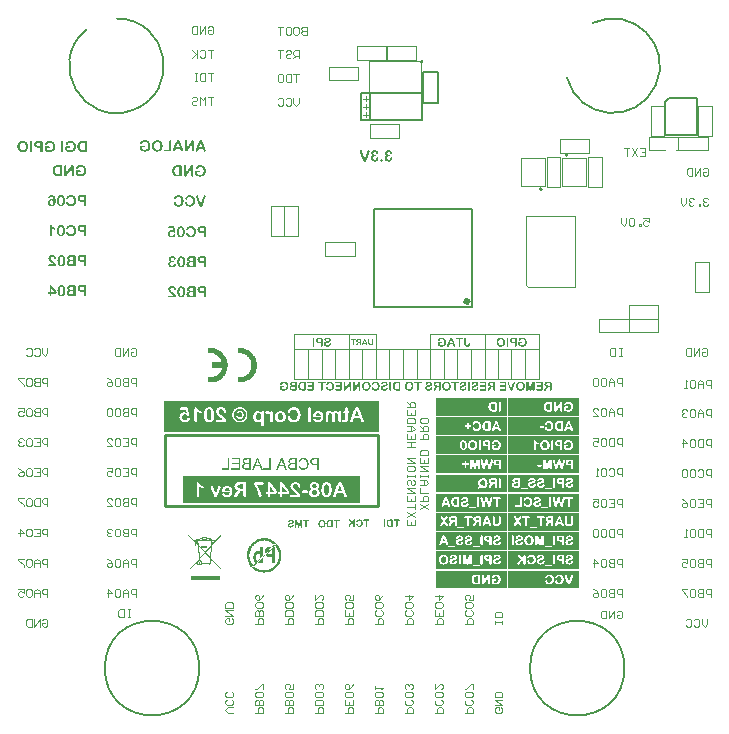
<source format=gbo>
G04 Layer_Color=32896*
%FSLAX43Y43*%
%MOMM*%
G71*
G01*
G75*
%ADD37C,0.200*%
%ADD40C,0.254*%
%ADD75C,0.250*%
%ADD78C,0.100*%
%ADD132C,0.203*%
%ADD133C,0.400*%
%ADD134C,0.112*%
G36*
X-53617Y-10874D02*
X-53600Y-10876D01*
X-53585Y-10881D01*
X-53572Y-10886D01*
X-53564Y-10891D01*
X-53556Y-10896D01*
X-53552Y-10899D01*
X-53551Y-10900D01*
X-53542Y-10911D01*
X-53536Y-10925D01*
X-53531Y-10940D01*
X-53529Y-10955D01*
X-53526Y-10968D01*
X-53525Y-10979D01*
Y-10986D01*
Y-10988D01*
Y-10989D01*
Y-11669D01*
Y-11685D01*
X-53526Y-11699D01*
X-53528Y-11711D01*
X-53529Y-11723D01*
X-53530Y-11731D01*
X-53531Y-11738D01*
X-53533Y-11741D01*
Y-11743D01*
X-53536Y-11753D01*
X-53541Y-11761D01*
X-53546Y-11768D01*
X-53552Y-11774D01*
X-53557Y-11779D01*
X-53562Y-11783D01*
X-53565Y-11784D01*
X-53566Y-11785D01*
X-53577Y-11790D01*
X-53590Y-11794D01*
X-53615Y-11797D01*
X-53626Y-11799D01*
X-53635Y-11800D01*
X-53912D01*
X-53934Y-11799D01*
X-53952Y-11797D01*
X-53970Y-11796D01*
X-53984Y-11795D01*
X-53994Y-11794D01*
X-54000Y-11792D01*
X-54002D01*
X-54021Y-11789D01*
X-54039Y-11784D01*
X-54055Y-11780D01*
X-54069Y-11775D01*
X-54081Y-11770D01*
X-54090Y-11768D01*
X-54095Y-11765D01*
X-54097Y-11764D01*
X-54114Y-11756D01*
X-54130Y-11746D01*
X-54144Y-11738D01*
X-54156Y-11729D01*
X-54166Y-11721D01*
X-54174Y-11715D01*
X-54179Y-11711D01*
X-54180Y-11710D01*
X-54197Y-11694D01*
X-54212Y-11676D01*
X-54225Y-11660D01*
X-54236Y-11644D01*
X-54245Y-11631D01*
X-54252Y-11620D01*
X-54256Y-11614D01*
X-54257Y-11611D01*
X-54267Y-11590D01*
X-54277Y-11569D01*
X-54285Y-11548D01*
X-54291Y-11529D01*
X-54296Y-11513D01*
X-54300Y-11499D01*
X-54301Y-11494D01*
Y-11490D01*
X-54302Y-11489D01*
Y-11488D01*
X-54307Y-11461D01*
X-54311Y-11434D01*
X-54314Y-11409D01*
X-54316Y-11385D01*
Y-11365D01*
X-54317Y-11356D01*
Y-11349D01*
Y-11343D01*
Y-11339D01*
Y-11336D01*
Y-11335D01*
X-54316Y-11289D01*
X-54311Y-11246D01*
X-54304Y-11206D01*
X-54295Y-11169D01*
X-54284Y-11135D01*
X-54271Y-11104D01*
X-54259Y-11076D01*
X-54245Y-11051D01*
X-54231Y-11029D01*
X-54219Y-11010D01*
X-54206Y-10994D01*
X-54195Y-10981D01*
X-54186Y-10970D01*
X-54179Y-10964D01*
X-54174Y-10959D01*
X-54172Y-10958D01*
X-54151Y-10940D01*
X-54129Y-10926D01*
X-54109Y-10915D01*
X-54089Y-10906D01*
X-54072Y-10899D01*
X-54059Y-10895D01*
X-54054Y-10894D01*
X-54050Y-10893D01*
X-54049Y-10891D01*
X-54047D01*
X-54021Y-10885D01*
X-53994Y-10880D01*
X-53966Y-10878D01*
X-53940Y-10875D01*
X-53917Y-10874D01*
X-53909Y-10873D01*
X-53639D01*
X-53617Y-10874D01*
D02*
G37*
G36*
X-55594Y-10858D02*
X-55582Y-10861D01*
X-55569Y-10865D01*
X-55561Y-10870D01*
X-55552Y-10876D01*
X-55547Y-10880D01*
X-55543Y-10884D01*
X-55542Y-10885D01*
X-55533Y-10898D01*
X-55527Y-10910D01*
X-55523Y-10925D01*
X-55521Y-10939D01*
X-55518Y-10951D01*
X-55517Y-10961D01*
Y-10969D01*
Y-10970D01*
Y-10971D01*
Y-11703D01*
X-55518Y-11723D01*
X-55521Y-11740D01*
X-55524Y-11754D01*
X-55529Y-11766D01*
X-55534Y-11775D01*
X-55538Y-11783D01*
X-55541Y-11786D01*
X-55542Y-11788D01*
X-55552Y-11797D01*
X-55563Y-11804D01*
X-55574Y-11809D01*
X-55586Y-11812D01*
X-55594Y-11815D01*
X-55603Y-11816D01*
X-55609D01*
X-55624Y-11815D01*
X-55638Y-11812D01*
X-55649Y-11807D01*
X-55659Y-11802D01*
X-55668Y-11797D01*
X-55673Y-11792D01*
X-55677Y-11790D01*
X-55678Y-11789D01*
X-55687Y-11776D01*
X-55693Y-11763D01*
X-55698Y-11749D01*
X-55701Y-11735D01*
X-55703Y-11723D01*
X-55704Y-11713D01*
Y-11705D01*
Y-11703D01*
Y-10971D01*
X-55703Y-10951D01*
X-55701Y-10934D01*
X-55696Y-10919D01*
X-55692Y-10906D01*
X-55687Y-10898D01*
X-55682Y-10890D01*
X-55679Y-10886D01*
X-55678Y-10885D01*
X-55668Y-10875D01*
X-55657Y-10869D01*
X-55644Y-10864D01*
X-55634Y-10860D01*
X-55624Y-10858D01*
X-55617Y-10856D01*
X-55609D01*
X-55594Y-10858D01*
D02*
G37*
G36*
X-54887D02*
X-54848Y-10861D01*
X-54813Y-10868D01*
X-54798Y-10870D01*
X-54783Y-10873D01*
X-54771Y-10876D01*
X-54760Y-10879D01*
X-54750Y-10883D01*
X-54741Y-10885D01*
X-54733Y-10886D01*
X-54728Y-10889D01*
X-54726Y-10890D01*
X-54725D01*
X-54692Y-10904D01*
X-54663Y-10919D01*
X-54637Y-10935D01*
X-54615Y-10951D01*
X-54597Y-10965D01*
X-54590Y-10971D01*
X-54583Y-10976D01*
X-54578Y-10980D01*
X-54575Y-10984D01*
X-54573Y-10985D01*
X-54572Y-10986D01*
X-54550Y-11011D01*
X-54531Y-11036D01*
X-54515Y-11063D01*
X-54501Y-11086D01*
X-54491Y-11108D01*
X-54487Y-11116D01*
X-54484Y-11124D01*
X-54481Y-11130D01*
X-54479Y-11135D01*
X-54477Y-11138D01*
Y-11139D01*
X-54467Y-11173D01*
X-54460Y-11208D01*
X-54454Y-11241D01*
X-54450Y-11271D01*
X-54449Y-11285D01*
X-54447Y-11298D01*
Y-11309D01*
X-54446Y-11318D01*
Y-11326D01*
Y-11331D01*
Y-11335D01*
Y-11336D01*
X-54447Y-11376D01*
X-54451Y-11415D01*
X-54456Y-11449D01*
X-54460Y-11464D01*
X-54462Y-11479D01*
X-54465Y-11491D01*
X-54469Y-11503D01*
X-54471Y-11514D01*
X-54474Y-11521D01*
X-54476Y-11529D01*
X-54477Y-11534D01*
X-54479Y-11536D01*
Y-11538D01*
X-54492Y-11570D01*
X-54507Y-11599D01*
X-54523Y-11624D01*
X-54538Y-11646D01*
X-54552Y-11664D01*
X-54558Y-11671D01*
X-54563Y-11678D01*
X-54567Y-11683D01*
X-54571Y-11686D01*
X-54572Y-11688D01*
X-54573Y-11689D01*
X-54598Y-11711D01*
X-54623Y-11730D01*
X-54648Y-11746D01*
X-54672Y-11760D01*
X-54692Y-11770D01*
X-54701Y-11774D01*
X-54708Y-11778D01*
X-54715Y-11780D01*
X-54720Y-11783D01*
X-54722Y-11784D01*
X-54723D01*
X-54757Y-11795D01*
X-54791Y-11802D01*
X-54823Y-11809D01*
X-54853Y-11812D01*
X-54867Y-11814D01*
X-54880Y-11815D01*
X-54891D01*
X-54901Y-11816D01*
X-54918D01*
X-54952Y-11815D01*
X-54983Y-11812D01*
X-55012Y-11810D01*
X-55037Y-11806D01*
X-55048Y-11804D01*
X-55058Y-11802D01*
X-55066Y-11801D01*
X-55073Y-11799D01*
X-55080Y-11797D01*
X-55083D01*
X-55086Y-11796D01*
X-55087D01*
X-55117Y-11788D01*
X-55146Y-11778D01*
X-55173Y-11766D01*
X-55198Y-11755D01*
X-55220Y-11745D01*
X-55228Y-11741D01*
X-55236Y-11738D01*
X-55241Y-11734D01*
X-55246Y-11733D01*
X-55248Y-11730D01*
X-55250D01*
X-55270Y-11718D01*
X-55277Y-11713D01*
X-55285Y-11708D01*
X-55290Y-11704D01*
X-55293Y-11700D01*
X-55296Y-11699D01*
X-55297Y-11698D01*
X-55310Y-11684D01*
X-55317Y-11671D01*
X-55320Y-11666D01*
X-55322Y-11663D01*
X-55323Y-11660D01*
Y-11659D01*
X-55326Y-11650D01*
X-55328Y-11641D01*
X-55330Y-11623D01*
X-55331Y-11614D01*
Y-11608D01*
Y-11603D01*
Y-11601D01*
Y-11424D01*
X-55330Y-11406D01*
X-55328Y-11391D01*
X-55326Y-11379D01*
X-55322Y-11369D01*
X-55318Y-11361D01*
X-55316Y-11356D01*
X-55315Y-11353D01*
X-55313Y-11351D01*
X-55307Y-11343D01*
X-55300Y-11336D01*
X-55292Y-11331D01*
X-55286Y-11326D01*
X-55280Y-11324D01*
X-55275Y-11321D01*
X-55271Y-11320D01*
X-55270D01*
X-55247Y-11315D01*
X-55237Y-11314D01*
X-55226D01*
X-55217Y-11313D01*
X-54990D01*
X-54976Y-11314D01*
X-54963Y-11316D01*
X-54953Y-11319D01*
X-54945Y-11323D01*
X-54937Y-11328D01*
X-54932Y-11330D01*
X-54930Y-11333D01*
X-54928Y-11334D01*
X-54921Y-11341D01*
X-54916Y-11350D01*
X-54911Y-11359D01*
X-54908Y-11366D01*
X-54907Y-11374D01*
X-54906Y-11380D01*
Y-11384D01*
Y-11385D01*
X-54907Y-11398D01*
X-54910Y-11409D01*
X-54915Y-11419D01*
X-54920Y-11426D01*
X-54923Y-11431D01*
X-54928Y-11435D01*
X-54931Y-11438D01*
X-54932Y-11439D01*
X-54943Y-11444D01*
X-54956Y-11448D01*
X-54970Y-11450D01*
X-54982Y-11451D01*
X-54995Y-11453D01*
X-55003Y-11454D01*
X-55158D01*
Y-11606D01*
X-55136Y-11618D01*
X-55115Y-11628D01*
X-55095Y-11635D01*
X-55077Y-11643D01*
X-55062Y-11648D01*
X-55051Y-11651D01*
X-55043Y-11654D01*
X-55042Y-11655D01*
X-55041D01*
X-55020Y-11660D01*
X-54998Y-11664D01*
X-54978Y-11668D01*
X-54960Y-11669D01*
X-54943Y-11670D01*
X-54931Y-11671D01*
X-54920D01*
X-54895Y-11670D01*
X-54872Y-11668D01*
X-54850Y-11664D01*
X-54830Y-11658D01*
X-54811Y-11651D01*
X-54793Y-11644D01*
X-54778Y-11635D01*
X-54765Y-11628D01*
X-54751Y-11619D01*
X-54741Y-11611D01*
X-54731Y-11604D01*
X-54723Y-11598D01*
X-54717Y-11591D01*
X-54713Y-11588D01*
X-54711Y-11585D01*
X-54710Y-11584D01*
X-54697Y-11566D01*
X-54686Y-11548D01*
X-54676Y-11528D01*
X-54667Y-11508D01*
X-54660Y-11486D01*
X-54653Y-11466D01*
X-54645Y-11425D01*
X-54642Y-11406D01*
X-54640Y-11389D01*
X-54638Y-11373D01*
X-54637Y-11360D01*
X-54636Y-11349D01*
Y-11340D01*
Y-11334D01*
Y-11333D01*
X-54637Y-11305D01*
X-54638Y-11279D01*
X-54642Y-11255D01*
X-54646Y-11235D01*
X-54648Y-11219D01*
X-54652Y-11206D01*
X-54653Y-11201D01*
Y-11198D01*
X-54655Y-11196D01*
Y-11195D01*
X-54662Y-11173D01*
X-54671Y-11153D01*
X-54681Y-11134D01*
X-54690Y-11119D01*
X-54697Y-11106D01*
X-54703Y-11098D01*
X-54708Y-11093D01*
X-54710Y-11090D01*
X-54725Y-11075D01*
X-54740Y-11061D01*
X-54755Y-11050D01*
X-54768Y-11040D01*
X-54780Y-11034D01*
X-54790Y-11028D01*
X-54796Y-11025D01*
X-54798Y-11024D01*
X-54818Y-11016D01*
X-54838Y-11011D01*
X-54857Y-11006D01*
X-54876Y-11004D01*
X-54891Y-11003D01*
X-54903Y-11001D01*
X-54915D01*
X-54937Y-11003D01*
X-54957Y-11004D01*
X-54975Y-11008D01*
X-54990Y-11011D01*
X-55002Y-11015D01*
X-55011Y-11018D01*
X-55017Y-11020D01*
X-55018Y-11021D01*
X-55033Y-11029D01*
X-55046Y-11036D01*
X-55057Y-11044D01*
X-55066Y-11051D01*
X-55073Y-11058D01*
X-55080Y-11063D01*
X-55082Y-11066D01*
X-55083Y-11068D01*
X-55093Y-11079D01*
X-55102Y-11093D01*
X-55112Y-11106D01*
X-55122Y-11119D01*
X-55130Y-11131D01*
X-55136Y-11141D01*
X-55141Y-11148D01*
X-55142Y-11149D01*
Y-11150D01*
X-55152Y-11161D01*
X-55162Y-11170D01*
X-55171Y-11175D01*
X-55172Y-11178D01*
X-55173D01*
X-55187Y-11183D01*
X-55200Y-11185D01*
X-55205Y-11186D01*
X-55212D01*
X-55226Y-11185D01*
X-55238Y-11183D01*
X-55248Y-11179D01*
X-55258Y-11174D01*
X-55266Y-11169D01*
X-55271Y-11165D01*
X-55275Y-11163D01*
X-55276Y-11161D01*
X-55285Y-11151D01*
X-55291Y-11141D01*
X-55296Y-11131D01*
X-55298Y-11121D01*
X-55301Y-11113D01*
X-55302Y-11106D01*
Y-11101D01*
Y-11100D01*
X-55301Y-11088D01*
X-55298Y-11075D01*
X-55295Y-11063D01*
X-55291Y-11050D01*
X-55286Y-11040D01*
X-55282Y-11033D01*
X-55280Y-11026D01*
X-55278Y-11025D01*
X-55270Y-11009D01*
X-55258Y-10995D01*
X-55247Y-10981D01*
X-55236Y-10969D01*
X-55226Y-10959D01*
X-55218Y-10951D01*
X-55213Y-10946D01*
X-55211Y-10945D01*
X-55193Y-10931D01*
X-55173Y-10919D01*
X-55153Y-10908D01*
X-55136Y-10899D01*
X-55118Y-10891D01*
X-55106Y-10886D01*
X-55101Y-10884D01*
X-55097Y-10883D01*
X-55095Y-10881D01*
X-55093D01*
X-55066Y-10873D01*
X-55037Y-10866D01*
X-55010Y-10863D01*
X-54985Y-10859D01*
X-54962Y-10858D01*
X-54952D01*
X-54945Y-10856D01*
X-54928D01*
X-54887Y-10858D01*
D02*
G37*
G36*
X-56643D02*
X-56604Y-10861D01*
X-56569Y-10868D01*
X-56554Y-10870D01*
X-56539Y-10873D01*
X-56527Y-10876D01*
X-56515Y-10879D01*
X-56505Y-10883D01*
X-56497Y-10885D01*
X-56489Y-10886D01*
X-56484Y-10889D01*
X-56482Y-10890D01*
X-56480D01*
X-56448Y-10904D01*
X-56419Y-10919D01*
X-56393Y-10935D01*
X-56371Y-10951D01*
X-56353Y-10965D01*
X-56346Y-10971D01*
X-56339Y-10976D01*
X-56334Y-10980D01*
X-56331Y-10984D01*
X-56329Y-10985D01*
X-56328Y-10986D01*
X-56306Y-11011D01*
X-56287Y-11036D01*
X-56271Y-11063D01*
X-56257Y-11086D01*
X-56247Y-11108D01*
X-56243Y-11116D01*
X-56239Y-11124D01*
X-56237Y-11130D01*
X-56234Y-11135D01*
X-56233Y-11138D01*
Y-11139D01*
X-56223Y-11173D01*
X-56216Y-11208D01*
X-56209Y-11241D01*
X-56206Y-11271D01*
X-56204Y-11285D01*
X-56203Y-11298D01*
Y-11309D01*
X-56202Y-11318D01*
Y-11326D01*
Y-11331D01*
Y-11335D01*
Y-11336D01*
X-56203Y-11376D01*
X-56207Y-11415D01*
X-56212Y-11449D01*
X-56216Y-11464D01*
X-56218Y-11479D01*
X-56221Y-11491D01*
X-56224Y-11503D01*
X-56227Y-11514D01*
X-56229Y-11521D01*
X-56232Y-11529D01*
X-56233Y-11534D01*
X-56234Y-11536D01*
Y-11538D01*
X-56248Y-11570D01*
X-56263Y-11599D01*
X-56279Y-11624D01*
X-56294Y-11646D01*
X-56308Y-11664D01*
X-56314Y-11671D01*
X-56319Y-11678D01*
X-56323Y-11683D01*
X-56327Y-11686D01*
X-56328Y-11688D01*
X-56329Y-11689D01*
X-56354Y-11711D01*
X-56379Y-11730D01*
X-56404Y-11746D01*
X-56428Y-11760D01*
X-56448Y-11770D01*
X-56457Y-11774D01*
X-56464Y-11778D01*
X-56471Y-11780D01*
X-56475Y-11783D01*
X-56478Y-11784D01*
X-56479D01*
X-56513Y-11795D01*
X-56547Y-11802D01*
X-56579Y-11809D01*
X-56609Y-11812D01*
X-56623Y-11814D01*
X-56635Y-11815D01*
X-56647D01*
X-56657Y-11816D01*
X-56674D01*
X-56708Y-11815D01*
X-56739Y-11812D01*
X-56768Y-11810D01*
X-56793Y-11806D01*
X-56804Y-11804D01*
X-56814Y-11802D01*
X-56822Y-11801D01*
X-56829Y-11799D01*
X-56835Y-11797D01*
X-56839D01*
X-56842Y-11796D01*
X-56843D01*
X-56873Y-11788D01*
X-56902Y-11778D01*
X-56929Y-11766D01*
X-56954Y-11755D01*
X-56975Y-11745D01*
X-56984Y-11741D01*
X-56992Y-11738D01*
X-56997Y-11734D01*
X-57002Y-11733D01*
X-57004Y-11730D01*
X-57005D01*
X-57025Y-11718D01*
X-57033Y-11713D01*
X-57040Y-11708D01*
X-57045Y-11704D01*
X-57049Y-11700D01*
X-57052Y-11699D01*
X-57053Y-11698D01*
X-57065Y-11684D01*
X-57073Y-11671D01*
X-57075Y-11666D01*
X-57078Y-11663D01*
X-57079Y-11660D01*
Y-11659D01*
X-57082Y-11650D01*
X-57084Y-11641D01*
X-57085Y-11623D01*
X-57087Y-11614D01*
Y-11608D01*
Y-11603D01*
Y-11601D01*
Y-11424D01*
X-57085Y-11406D01*
X-57084Y-11391D01*
X-57082Y-11379D01*
X-57078Y-11369D01*
X-57074Y-11361D01*
X-57072Y-11356D01*
X-57070Y-11353D01*
X-57069Y-11351D01*
X-57063Y-11343D01*
X-57055Y-11336D01*
X-57048Y-11331D01*
X-57042Y-11326D01*
X-57035Y-11324D01*
X-57030Y-11321D01*
X-57027Y-11320D01*
X-57025D01*
X-57003Y-11315D01*
X-56993Y-11314D01*
X-56982D01*
X-56973Y-11313D01*
X-56745D01*
X-56732Y-11314D01*
X-56719Y-11316D01*
X-56709Y-11319D01*
X-56700Y-11323D01*
X-56693Y-11328D01*
X-56688Y-11330D01*
X-56685Y-11333D01*
X-56684Y-11334D01*
X-56677Y-11341D01*
X-56672Y-11350D01*
X-56667Y-11359D01*
X-56664Y-11366D01*
X-56663Y-11374D01*
X-56662Y-11380D01*
Y-11384D01*
Y-11385D01*
X-56663Y-11398D01*
X-56665Y-11409D01*
X-56670Y-11419D01*
X-56675Y-11426D01*
X-56679Y-11431D01*
X-56684Y-11435D01*
X-56687Y-11438D01*
X-56688Y-11439D01*
X-56699Y-11444D01*
X-56712Y-11448D01*
X-56725Y-11450D01*
X-56738Y-11451D01*
X-56750Y-11453D01*
X-56759Y-11454D01*
X-56914D01*
Y-11606D01*
X-56892Y-11618D01*
X-56870Y-11628D01*
X-56850Y-11635D01*
X-56833Y-11643D01*
X-56818Y-11648D01*
X-56807Y-11651D01*
X-56799Y-11654D01*
X-56798Y-11655D01*
X-56797D01*
X-56775Y-11660D01*
X-56754Y-11664D01*
X-56734Y-11668D01*
X-56715Y-11669D01*
X-56699Y-11670D01*
X-56687Y-11671D01*
X-56675D01*
X-56650Y-11670D01*
X-56628Y-11668D01*
X-56605Y-11664D01*
X-56585Y-11658D01*
X-56567Y-11651D01*
X-56549Y-11644D01*
X-56534Y-11635D01*
X-56520Y-11628D01*
X-56507Y-11619D01*
X-56497Y-11611D01*
X-56487Y-11604D01*
X-56479Y-11598D01*
X-56473Y-11591D01*
X-56469Y-11588D01*
X-56467Y-11585D01*
X-56465Y-11584D01*
X-56453Y-11566D01*
X-56442Y-11548D01*
X-56432Y-11528D01*
X-56423Y-11508D01*
X-56416Y-11486D01*
X-56409Y-11466D01*
X-56401Y-11425D01*
X-56398Y-11406D01*
X-56396Y-11389D01*
X-56394Y-11373D01*
X-56393Y-11360D01*
X-56392Y-11349D01*
Y-11340D01*
Y-11334D01*
Y-11333D01*
X-56393Y-11305D01*
X-56394Y-11279D01*
X-56398Y-11255D01*
X-56402Y-11235D01*
X-56404Y-11219D01*
X-56408Y-11206D01*
X-56409Y-11201D01*
Y-11198D01*
X-56411Y-11196D01*
Y-11195D01*
X-56418Y-11173D01*
X-56427Y-11153D01*
X-56437Y-11134D01*
X-56445Y-11119D01*
X-56453Y-11106D01*
X-56459Y-11098D01*
X-56464Y-11093D01*
X-56465Y-11090D01*
X-56480Y-11075D01*
X-56495Y-11061D01*
X-56510Y-11050D01*
X-56524Y-11040D01*
X-56535Y-11034D01*
X-56545Y-11028D01*
X-56552Y-11025D01*
X-56554Y-11024D01*
X-56574Y-11016D01*
X-56594Y-11011D01*
X-56613Y-11006D01*
X-56632Y-11004D01*
X-56647Y-11003D01*
X-56659Y-11001D01*
X-56670D01*
X-56693Y-11003D01*
X-56713Y-11004D01*
X-56730Y-11008D01*
X-56745Y-11011D01*
X-56758Y-11015D01*
X-56767Y-11018D01*
X-56773Y-11020D01*
X-56774Y-11021D01*
X-56789Y-11029D01*
X-56802Y-11036D01*
X-56813Y-11044D01*
X-56822Y-11051D01*
X-56829Y-11058D01*
X-56835Y-11063D01*
X-56838Y-11066D01*
X-56839Y-11068D01*
X-56849Y-11079D01*
X-56858Y-11093D01*
X-56868Y-11106D01*
X-56878Y-11119D01*
X-56885Y-11131D01*
X-56892Y-11141D01*
X-56897Y-11148D01*
X-56898Y-11149D01*
Y-11150D01*
X-56908Y-11161D01*
X-56918Y-11170D01*
X-56927Y-11175D01*
X-56928Y-11178D01*
X-56929D01*
X-56943Y-11183D01*
X-56955Y-11185D01*
X-56960Y-11186D01*
X-56968D01*
X-56982Y-11185D01*
X-56994Y-11183D01*
X-57004Y-11179D01*
X-57014Y-11174D01*
X-57022Y-11169D01*
X-57027Y-11165D01*
X-57030Y-11163D01*
X-57032Y-11161D01*
X-57040Y-11151D01*
X-57047Y-11141D01*
X-57052Y-11131D01*
X-57054Y-11121D01*
X-57057Y-11113D01*
X-57058Y-11106D01*
Y-11101D01*
Y-11100D01*
X-57057Y-11088D01*
X-57054Y-11075D01*
X-57050Y-11063D01*
X-57047Y-11050D01*
X-57042Y-11040D01*
X-57038Y-11033D01*
X-57035Y-11026D01*
X-57034Y-11025D01*
X-57025Y-11009D01*
X-57014Y-10995D01*
X-57003Y-10981D01*
X-56992Y-10969D01*
X-56982Y-10959D01*
X-56974Y-10951D01*
X-56969Y-10946D01*
X-56967Y-10945D01*
X-56949Y-10931D01*
X-56929Y-10919D01*
X-56909Y-10908D01*
X-56892Y-10899D01*
X-56874Y-10891D01*
X-56862Y-10886D01*
X-56857Y-10884D01*
X-56853Y-10883D01*
X-56850Y-10881D01*
X-56849D01*
X-56822Y-10873D01*
X-56793Y-10866D01*
X-56765Y-10863D01*
X-56740Y-10859D01*
X-56718Y-10858D01*
X-56708D01*
X-56700Y-10856D01*
X-56684D01*
X-56643Y-10858D01*
D02*
G37*
G36*
X-57363Y-10874D02*
X-57344Y-10876D01*
X-57328Y-10881D01*
X-57315Y-10886D01*
X-57305Y-10891D01*
X-57298Y-10896D01*
X-57294Y-10899D01*
X-57293Y-10900D01*
X-57284Y-10911D01*
X-57277Y-10925D01*
X-57272Y-10940D01*
X-57269Y-10954D01*
X-57267Y-10968D01*
X-57265Y-10979D01*
Y-10986D01*
Y-10988D01*
Y-10989D01*
Y-11704D01*
X-57267Y-11723D01*
X-57269Y-11740D01*
X-57273Y-11755D01*
X-57278Y-11766D01*
X-57283Y-11775D01*
X-57287Y-11783D01*
X-57289Y-11786D01*
X-57290Y-11788D01*
X-57300Y-11797D01*
X-57312Y-11804D01*
X-57324Y-11809D01*
X-57334Y-11812D01*
X-57344Y-11815D01*
X-57352Y-11816D01*
X-57359D01*
X-57373Y-11815D01*
X-57387Y-11811D01*
X-57398Y-11807D01*
X-57408Y-11801D01*
X-57415Y-11796D01*
X-57420Y-11792D01*
X-57424Y-11789D01*
X-57425Y-11788D01*
X-57434Y-11775D01*
X-57442Y-11763D01*
X-57446Y-11748D01*
X-57449Y-11734D01*
X-57451Y-11721D01*
X-57453Y-11711D01*
Y-11705D01*
Y-11703D01*
Y-11439D01*
X-57625D01*
X-57656Y-11438D01*
X-57686Y-11435D01*
X-57713Y-11433D01*
X-57739Y-11428D01*
X-57761Y-11423D01*
X-57783Y-11416D01*
X-57803Y-11409D01*
X-57820Y-11403D01*
X-57835Y-11396D01*
X-57849Y-11389D01*
X-57860Y-11383D01*
X-57869Y-11378D01*
X-57876Y-11373D01*
X-57881Y-11369D01*
X-57884Y-11368D01*
X-57885Y-11366D01*
X-57900Y-11351D01*
X-57914Y-11336D01*
X-57925Y-11320D01*
X-57936Y-11303D01*
X-57944Y-11284D01*
X-57951Y-11266D01*
X-57958Y-11249D01*
X-57961Y-11231D01*
X-57965Y-11215D01*
X-57968Y-11200D01*
X-57970Y-11186D01*
X-57971Y-11175D01*
X-57973Y-11165D01*
Y-11158D01*
Y-11153D01*
Y-11151D01*
X-57971Y-11128D01*
X-57969Y-11105D01*
X-57965Y-11085D01*
X-57961Y-11068D01*
X-57958Y-11053D01*
X-57954Y-11041D01*
X-57951Y-11035D01*
X-57950Y-11033D01*
X-57941Y-11014D01*
X-57931Y-10996D01*
X-57921Y-10980D01*
X-57911Y-10968D01*
X-57901Y-10956D01*
X-57894Y-10949D01*
X-57889Y-10944D01*
X-57888Y-10943D01*
X-57871Y-10930D01*
X-57855Y-10919D01*
X-57839Y-10909D01*
X-57824Y-10903D01*
X-57810Y-10896D01*
X-57800Y-10893D01*
X-57793Y-10891D01*
X-57791Y-10890D01*
X-57790D01*
X-57766Y-10884D01*
X-57740Y-10880D01*
X-57713Y-10876D01*
X-57685Y-10875D01*
X-57661Y-10874D01*
X-57651Y-10873D01*
X-57384D01*
X-57363Y-10874D01*
D02*
G37*
G36*
X-58905Y-10858D02*
X-58869Y-10861D01*
X-58837Y-10868D01*
X-58809Y-10873D01*
X-58796Y-10876D01*
X-58786Y-10879D01*
X-58776Y-10883D01*
X-58769Y-10885D01*
X-58762Y-10886D01*
X-58757Y-10889D01*
X-58755Y-10890D01*
X-58754D01*
X-58724Y-10904D01*
X-58697Y-10919D01*
X-58672Y-10935D01*
X-58652Y-10951D01*
X-58635Y-10965D01*
X-58622Y-10976D01*
X-58619Y-10980D01*
X-58615Y-10984D01*
X-58614Y-10985D01*
X-58612Y-10986D01*
X-58592Y-11011D01*
X-58575Y-11036D01*
X-58559Y-11063D01*
X-58546Y-11086D01*
X-58536Y-11108D01*
X-58532Y-11116D01*
X-58530Y-11124D01*
X-58527Y-11130D01*
X-58525Y-11135D01*
X-58524Y-11138D01*
Y-11139D01*
X-58514Y-11173D01*
X-58506Y-11206D01*
X-58501Y-11240D01*
X-58497Y-11270D01*
X-58496Y-11283D01*
X-58495Y-11295D01*
Y-11306D01*
X-58494Y-11316D01*
Y-11324D01*
Y-11329D01*
Y-11333D01*
Y-11334D01*
X-58495Y-11373D01*
X-58499Y-11409D01*
X-58502Y-11441D01*
X-58509Y-11470D01*
X-58511Y-11484D01*
X-58514Y-11495D01*
X-58516Y-11505D01*
X-58517Y-11513D01*
X-58520Y-11520D01*
X-58521Y-11525D01*
X-58522Y-11528D01*
Y-11529D01*
X-58535Y-11561D01*
X-58549Y-11591D01*
X-58564Y-11618D01*
X-58577Y-11639D01*
X-58590Y-11658D01*
X-58596Y-11665D01*
X-58600Y-11671D01*
X-58605Y-11676D01*
X-58607Y-11680D01*
X-58610Y-11681D01*
Y-11683D01*
X-58632Y-11705D01*
X-58656Y-11725D01*
X-58680Y-11741D01*
X-58702Y-11756D01*
X-58722Y-11766D01*
X-58731Y-11771D01*
X-58739Y-11775D01*
X-58744Y-11778D01*
X-58749Y-11780D01*
X-58751Y-11781D01*
X-58752D01*
X-58786Y-11792D01*
X-58820Y-11801D01*
X-58852Y-11807D01*
X-58882Y-11811D01*
X-58896Y-11814D01*
X-58909D01*
X-58920Y-11815D01*
X-58929Y-11816D01*
X-58947D01*
X-58987Y-11815D01*
X-59024Y-11811D01*
X-59056Y-11805D01*
X-59071Y-11802D01*
X-59085Y-11799D01*
X-59097Y-11796D01*
X-59109Y-11794D01*
X-59119Y-11790D01*
X-59126Y-11788D01*
X-59132Y-11785D01*
X-59137Y-11784D01*
X-59140Y-11783D01*
X-59141D01*
X-59171Y-11769D01*
X-59200Y-11753D01*
X-59224Y-11736D01*
X-59245Y-11720D01*
X-59261Y-11706D01*
X-59274Y-11695D01*
X-59277Y-11690D01*
X-59281Y-11686D01*
X-59282Y-11685D01*
X-59284Y-11684D01*
X-59305Y-11659D01*
X-59322Y-11633D01*
X-59337Y-11608D01*
X-59350Y-11583D01*
X-59359Y-11563D01*
X-59362Y-11554D01*
X-59366Y-11546D01*
X-59368Y-11540D01*
X-59370Y-11535D01*
X-59371Y-11533D01*
Y-11531D01*
X-59381Y-11498D01*
X-59389Y-11464D01*
X-59394Y-11431D01*
X-59397Y-11400D01*
X-59398Y-11386D01*
X-59400Y-11374D01*
Y-11363D01*
X-59401Y-11354D01*
Y-11345D01*
Y-11340D01*
Y-11336D01*
Y-11335D01*
Y-11309D01*
X-59398Y-11283D01*
X-59396Y-11258D01*
X-59392Y-11234D01*
X-59389Y-11213D01*
X-59383Y-11191D01*
X-59380Y-11173D01*
X-59375Y-11154D01*
X-59370Y-11139D01*
X-59365Y-11124D01*
X-59360Y-11111D01*
X-59356Y-11101D01*
X-59352Y-11094D01*
X-59350Y-11088D01*
X-59349Y-11084D01*
X-59347Y-11083D01*
X-59326Y-11044D01*
X-59301Y-11010D01*
X-59275Y-10981D01*
X-59262Y-10969D01*
X-59250Y-10958D01*
X-59237Y-10948D01*
X-59227Y-10939D01*
X-59217Y-10933D01*
X-59209Y-10926D01*
X-59201Y-10921D01*
X-59196Y-10918D01*
X-59192Y-10916D01*
X-59191Y-10915D01*
X-59171Y-10905D01*
X-59151Y-10895D01*
X-59109Y-10881D01*
X-59067Y-10870D01*
X-59029Y-10864D01*
X-59011Y-10861D01*
X-58995Y-10859D01*
X-58980Y-10858D01*
X-58967D01*
X-58957Y-10856D01*
X-58944D01*
X-58905Y-10858D01*
D02*
G37*
G36*
X-45491Y-20632D02*
X-45458Y-20637D01*
X-45430Y-20644D01*
X-45404Y-20653D01*
X-45395Y-20658D01*
X-45385Y-20663D01*
X-45377Y-20667D01*
X-45370Y-20671D01*
X-45365Y-20673D01*
X-45361Y-20676D01*
X-45358Y-20678D01*
X-45357D01*
X-45332Y-20698D01*
X-45310Y-20719D01*
X-45291Y-20743D01*
X-45276Y-20766D01*
X-45265Y-20786D01*
X-45260Y-20794D01*
X-45256Y-20802D01*
X-45252Y-20808D01*
X-45250Y-20813D01*
X-45248Y-20816D01*
Y-20817D01*
X-45241Y-20838D01*
X-45235Y-20861D01*
X-45230Y-20883D01*
X-45225Y-20903D01*
X-45221Y-20922D01*
X-45220Y-20937D01*
X-45218Y-20942D01*
X-45217Y-20946D01*
Y-20948D01*
Y-20949D01*
X-45213Y-20978D01*
X-45211Y-21008D01*
X-45210Y-21037D01*
X-45208Y-21063D01*
X-45207Y-21087D01*
Y-21096D01*
Y-21104D01*
Y-21112D01*
Y-21117D01*
Y-21119D01*
Y-21121D01*
Y-21148D01*
X-45208Y-21173D01*
X-45210Y-21197D01*
X-45212Y-21217D01*
X-45213Y-21234D01*
X-45215Y-21247D01*
Y-21252D01*
X-45216Y-21256D01*
Y-21257D01*
Y-21258D01*
X-45220Y-21282D01*
X-45225Y-21303D01*
X-45228Y-21323D01*
X-45233Y-21341D01*
X-45238Y-21354D01*
X-45241Y-21365D01*
X-45243Y-21372D01*
X-45245Y-21374D01*
X-45261Y-21408D01*
X-45278Y-21438D01*
X-45298Y-21464D01*
X-45317Y-21485D01*
X-45333Y-21503D01*
X-45347Y-21515D01*
X-45352Y-21519D01*
X-45356Y-21523D01*
X-45358Y-21524D01*
X-45360Y-21525D01*
X-45375Y-21535D01*
X-45388Y-21543D01*
X-45418Y-21557D01*
X-45447Y-21565D01*
X-45473Y-21573D01*
X-45497Y-21577D01*
X-45507Y-21578D01*
X-45514D01*
X-45522Y-21579D01*
X-45531D01*
X-45561Y-21578D01*
X-45589Y-21573D01*
X-45616Y-21567D01*
X-45638Y-21559D01*
X-45656Y-21552D01*
X-45663Y-21548D01*
X-45671Y-21545D01*
X-45676Y-21543D01*
X-45679Y-21540D01*
X-45681Y-21539D01*
X-45682D01*
X-45707Y-21523D01*
X-45728Y-21504D01*
X-45748Y-21485D01*
X-45764Y-21467D01*
X-45777Y-21450D01*
X-45787Y-21437D01*
X-45789Y-21432D01*
X-45792Y-21428D01*
X-45794Y-21425D01*
Y-21424D01*
X-45806Y-21400D01*
X-45816Y-21377D01*
X-45824Y-21354D01*
X-45831Y-21334D01*
X-45834Y-21316D01*
X-45838Y-21302D01*
X-45839Y-21297D01*
X-45841Y-21293D01*
Y-21291D01*
Y-21289D01*
X-45846Y-21261D01*
X-45848Y-21229D01*
X-45851Y-21199D01*
X-45853Y-21172D01*
Y-21159D01*
Y-21147D01*
X-45854Y-21137D01*
Y-21128D01*
Y-21121D01*
Y-21116D01*
Y-21112D01*
Y-21111D01*
Y-21076D01*
X-45852Y-21043D01*
X-45849Y-21012D01*
X-45847Y-20983D01*
X-45843Y-20957D01*
X-45839Y-20933D01*
X-45834Y-20911D01*
X-45831Y-20891D01*
X-45826Y-20873D01*
X-45821Y-20858D01*
X-45817Y-20844D01*
X-45813Y-20833D01*
X-45811Y-20826D01*
X-45808Y-20819D01*
X-45806Y-20816D01*
Y-20814D01*
X-45794Y-20793D01*
X-45783Y-20773D01*
X-45772Y-20756D01*
X-45762Y-20741D01*
X-45752Y-20729D01*
X-45744Y-20721D01*
X-45739Y-20714D01*
X-45738Y-20713D01*
X-45723Y-20698D01*
X-45707Y-20686D01*
X-45691Y-20676D01*
X-45677Y-20667D01*
X-45663Y-20659D01*
X-45653Y-20654D01*
X-45647Y-20652D01*
X-45646Y-20651D01*
X-45644D01*
X-45624Y-20643D01*
X-45603Y-20638D01*
X-45584Y-20634D01*
X-45566Y-20632D01*
X-45549Y-20631D01*
X-45537Y-20629D01*
X-45526D01*
X-45491Y-20632D01*
D02*
G37*
G36*
X-17975Y-40625D02*
X-23975D01*
Y-39125D01*
X-17975D01*
Y-40625D01*
D02*
G37*
G36*
X-58215Y-10858D02*
X-58203Y-10861D01*
X-58190Y-10865D01*
X-58181Y-10870D01*
X-58173Y-10876D01*
X-58168Y-10880D01*
X-58164Y-10884D01*
X-58163Y-10885D01*
X-58154Y-10898D01*
X-58148Y-10910D01*
X-58144Y-10925D01*
X-58141Y-10939D01*
X-58139Y-10951D01*
X-58138Y-10961D01*
Y-10969D01*
Y-10970D01*
Y-10971D01*
Y-11703D01*
X-58139Y-11723D01*
X-58141Y-11740D01*
X-58145Y-11754D01*
X-58150Y-11766D01*
X-58155Y-11775D01*
X-58159Y-11783D01*
X-58161Y-11786D01*
X-58163Y-11788D01*
X-58173Y-11797D01*
X-58184Y-11804D01*
X-58195Y-11809D01*
X-58206Y-11812D01*
X-58215Y-11815D01*
X-58224Y-11816D01*
X-58230D01*
X-58245Y-11815D01*
X-58259Y-11812D01*
X-58270Y-11807D01*
X-58280Y-11802D01*
X-58289Y-11797D01*
X-58294Y-11792D01*
X-58298Y-11790D01*
X-58299Y-11789D01*
X-58308Y-11776D01*
X-58314Y-11763D01*
X-58319Y-11749D01*
X-58321Y-11735D01*
X-58324Y-11723D01*
X-58325Y-11713D01*
Y-11705D01*
Y-11703D01*
Y-10971D01*
X-58324Y-10951D01*
X-58321Y-10934D01*
X-58316Y-10919D01*
X-58313Y-10906D01*
X-58308Y-10898D01*
X-58303Y-10890D01*
X-58300Y-10886D01*
X-58299Y-10885D01*
X-58289Y-10875D01*
X-58278Y-10869D01*
X-58265Y-10864D01*
X-58255Y-10860D01*
X-58245Y-10858D01*
X-58238Y-10856D01*
X-58230D01*
X-58215Y-10858D01*
D02*
G37*
G36*
X-11850Y-39000D02*
X-17850D01*
Y-37500D01*
X-11850D01*
Y-39000D01*
D02*
G37*
G36*
X-53697Y-23078D02*
X-53679Y-23081D01*
X-53662Y-23086D01*
X-53650Y-23091D01*
X-53640Y-23096D01*
X-53632Y-23101D01*
X-53629Y-23103D01*
X-53627Y-23104D01*
X-53619Y-23116D01*
X-53611Y-23129D01*
X-53606Y-23144D01*
X-53604Y-23158D01*
X-53601Y-23172D01*
X-53600Y-23183D01*
Y-23191D01*
Y-23192D01*
Y-23193D01*
Y-23908D01*
X-53601Y-23927D01*
X-53604Y-23944D01*
X-53607Y-23959D01*
X-53612Y-23970D01*
X-53618Y-23979D01*
X-53621Y-23987D01*
X-53624Y-23990D01*
X-53625Y-23992D01*
X-53635Y-24002D01*
X-53646Y-24008D01*
X-53659Y-24013D01*
X-53669Y-24017D01*
X-53679Y-24019D01*
X-53686Y-24020D01*
X-53694D01*
X-53707Y-24019D01*
X-53721Y-24015D01*
X-53732Y-24012D01*
X-53742Y-24005D01*
X-53750Y-24000D01*
X-53755Y-23997D01*
X-53759Y-23993D01*
X-53760Y-23992D01*
X-53769Y-23979D01*
X-53776Y-23967D01*
X-53781Y-23952D01*
X-53784Y-23938D01*
X-53786Y-23925D01*
X-53787Y-23915D01*
Y-23909D01*
Y-23907D01*
Y-23643D01*
X-53960D01*
X-53991Y-23642D01*
X-54021Y-23639D01*
X-54047Y-23637D01*
X-54074Y-23632D01*
X-54096Y-23627D01*
X-54117Y-23621D01*
X-54137Y-23613D01*
X-54155Y-23607D01*
X-54170Y-23601D01*
X-54184Y-23593D01*
X-54195Y-23587D01*
X-54204Y-23582D01*
X-54211Y-23577D01*
X-54216Y-23573D01*
X-54219Y-23572D01*
X-54220Y-23571D01*
X-54235Y-23556D01*
X-54249Y-23541D01*
X-54260Y-23524D01*
X-54271Y-23507D01*
X-54279Y-23488D01*
X-54286Y-23471D01*
X-54292Y-23453D01*
X-54296Y-23436D01*
X-54300Y-23419D01*
X-54302Y-23404D01*
X-54305Y-23391D01*
X-54306Y-23379D01*
X-54307Y-23369D01*
Y-23362D01*
Y-23357D01*
Y-23356D01*
X-54306Y-23332D01*
X-54304Y-23309D01*
X-54300Y-23289D01*
X-54296Y-23272D01*
X-54292Y-23257D01*
X-54289Y-23246D01*
X-54286Y-23239D01*
X-54285Y-23237D01*
X-54276Y-23218D01*
X-54266Y-23201D01*
X-54256Y-23184D01*
X-54246Y-23172D01*
X-54236Y-23161D01*
X-54229Y-23153D01*
X-54224Y-23148D01*
X-54222Y-23147D01*
X-54206Y-23134D01*
X-54190Y-23123D01*
X-54174Y-23113D01*
X-54159Y-23107D01*
X-54145Y-23101D01*
X-54135Y-23097D01*
X-54127Y-23096D01*
X-54126Y-23094D01*
X-54125D01*
X-54101Y-23088D01*
X-54075Y-23084D01*
X-54047Y-23081D01*
X-54020Y-23079D01*
X-53996Y-23078D01*
X-53986Y-23077D01*
X-53719D01*
X-53697Y-23078D01*
D02*
G37*
G36*
X-54556D02*
X-54539Y-23081D01*
X-54524Y-23086D01*
X-54511Y-23091D01*
X-54502Y-23096D01*
X-54495Y-23101D01*
X-54491Y-23103D01*
X-54490Y-23104D01*
X-54481Y-23116D01*
X-54475Y-23129D01*
X-54470Y-23144D01*
X-54467Y-23159D01*
X-54465Y-23172D01*
X-54464Y-23183D01*
Y-23191D01*
Y-23192D01*
Y-23193D01*
Y-23889D01*
X-54465Y-23910D01*
X-54467Y-23928D01*
X-54472Y-23943D01*
X-54477Y-23955D01*
X-54481Y-23964D01*
X-54486Y-23972D01*
X-54489Y-23975D01*
X-54490Y-23977D01*
X-54501Y-23985D01*
X-54515Y-23993D01*
X-54529Y-23998D01*
X-54544Y-24000D01*
X-54556Y-24003D01*
X-54567Y-24004D01*
X-54887D01*
X-54912Y-24003D01*
X-54935Y-24002D01*
X-54953Y-24000D01*
X-54968D01*
X-54980Y-23999D01*
X-54987Y-23998D01*
X-54990D01*
X-55010Y-23994D01*
X-55028Y-23990D01*
X-55045Y-23987D01*
X-55060Y-23983D01*
X-55071Y-23979D01*
X-55080Y-23975D01*
X-55085Y-23974D01*
X-55087Y-23973D01*
X-55111Y-23960D01*
X-55132Y-23945D01*
X-55151Y-23930D01*
X-55166Y-23915D01*
X-55178Y-23902D01*
X-55187Y-23890D01*
X-55193Y-23883D01*
X-55195Y-23882D01*
Y-23880D01*
X-55208Y-23857D01*
X-55218Y-23832D01*
X-55225Y-23809D01*
X-55230Y-23787D01*
X-55232Y-23768D01*
X-55233Y-23761D01*
X-55235Y-23753D01*
Y-23748D01*
Y-23744D01*
Y-23742D01*
Y-23741D01*
X-55232Y-23711D01*
X-55227Y-23682D01*
X-55218Y-23657D01*
X-55206Y-23634D01*
X-55192Y-23613D01*
X-55177Y-23594D01*
X-55161Y-23578D01*
X-55143Y-23563D01*
X-55126Y-23551D01*
X-55110Y-23541D01*
X-55095Y-23532D01*
X-55081Y-23524D01*
X-55070Y-23519D01*
X-55060Y-23516D01*
X-55055Y-23514D01*
X-55052Y-23513D01*
X-55077Y-23501D01*
X-55098Y-23486D01*
X-55116Y-23471D01*
X-55132Y-23454D01*
X-55146Y-23438D01*
X-55157Y-23421D01*
X-55166Y-23403D01*
X-55173Y-23387D01*
X-55180Y-23372D01*
X-55183Y-23357D01*
X-55187Y-23344D01*
X-55188Y-23332D01*
X-55190Y-23323D01*
X-55191Y-23316D01*
Y-23311D01*
Y-23309D01*
Y-23294D01*
X-55188Y-23281D01*
X-55187Y-23268D01*
X-55185Y-23256D01*
X-55182Y-23247D01*
X-55180Y-23239D01*
X-55178Y-23234D01*
X-55177Y-23233D01*
X-55166Y-23207D01*
X-55158Y-23196D01*
X-55152Y-23187D01*
X-55147Y-23178D01*
X-55142Y-23172D01*
X-55140Y-23168D01*
X-55138Y-23167D01*
X-55118Y-23147D01*
X-55110Y-23138D01*
X-55101Y-23131D01*
X-55092Y-23124D01*
X-55086Y-23121D01*
X-55082Y-23118D01*
X-55081Y-23117D01*
X-55066Y-23109D01*
X-55051Y-23102D01*
X-55036Y-23097D01*
X-55022Y-23093D01*
X-55011Y-23089D01*
X-55002Y-23087D01*
X-54996Y-23086D01*
X-54993D01*
X-54975Y-23083D01*
X-54955Y-23081D01*
X-54936Y-23079D01*
X-54917Y-23078D01*
X-54902Y-23077D01*
X-54577D01*
X-54556Y-23078D01*
D02*
G37*
G36*
X-55641Y-23072D02*
X-55608Y-23077D01*
X-55579Y-23084D01*
X-55555Y-23093D01*
X-55544Y-23098D01*
X-55535Y-23103D01*
X-55527Y-23107D01*
X-55520Y-23111D01*
X-55515Y-23113D01*
X-55511Y-23116D01*
X-55508Y-23118D01*
X-55507D01*
X-55482Y-23138D01*
X-55460Y-23159D01*
X-55441Y-23183D01*
X-55426Y-23206D01*
X-55415Y-23226D01*
X-55410Y-23234D01*
X-55406Y-23242D01*
X-55402Y-23248D01*
X-55400Y-23253D01*
X-55398Y-23256D01*
Y-23257D01*
X-55391Y-23278D01*
X-55385Y-23301D01*
X-55380Y-23323D01*
X-55375Y-23343D01*
X-55371Y-23362D01*
X-55370Y-23377D01*
X-55368Y-23382D01*
X-55367Y-23386D01*
Y-23388D01*
Y-23389D01*
X-55363Y-23418D01*
X-55361Y-23448D01*
X-55360Y-23477D01*
X-55358Y-23503D01*
X-55357Y-23527D01*
Y-23536D01*
Y-23544D01*
Y-23552D01*
Y-23557D01*
Y-23559D01*
Y-23561D01*
Y-23588D01*
X-55358Y-23613D01*
X-55360Y-23637D01*
X-55362Y-23657D01*
X-55363Y-23674D01*
X-55365Y-23687D01*
Y-23692D01*
X-55366Y-23696D01*
Y-23697D01*
Y-23698D01*
X-55370Y-23722D01*
X-55375Y-23743D01*
X-55378Y-23763D01*
X-55383Y-23781D01*
X-55388Y-23794D01*
X-55391Y-23806D01*
X-55393Y-23812D01*
X-55395Y-23814D01*
X-55411Y-23848D01*
X-55428Y-23878D01*
X-55448Y-23904D01*
X-55467Y-23925D01*
X-55483Y-23943D01*
X-55497Y-23955D01*
X-55502Y-23959D01*
X-55506Y-23963D01*
X-55508Y-23964D01*
X-55510Y-23965D01*
X-55525Y-23975D01*
X-55538Y-23983D01*
X-55568Y-23997D01*
X-55597Y-24005D01*
X-55623Y-24013D01*
X-55647Y-24017D01*
X-55657Y-24018D01*
X-55664D01*
X-55672Y-24019D01*
X-55681D01*
X-55711Y-24018D01*
X-55739Y-24013D01*
X-55766Y-24007D01*
X-55788Y-23999D01*
X-55806Y-23992D01*
X-55813Y-23988D01*
X-55821Y-23985D01*
X-55826Y-23983D01*
X-55829Y-23980D01*
X-55831Y-23979D01*
X-55832D01*
X-55857Y-23963D01*
X-55878Y-23944D01*
X-55898Y-23925D01*
X-55914Y-23907D01*
X-55927Y-23890D01*
X-55937Y-23877D01*
X-55939Y-23872D01*
X-55942Y-23868D01*
X-55944Y-23865D01*
Y-23864D01*
X-55956Y-23840D01*
X-55966Y-23817D01*
X-55974Y-23794D01*
X-55981Y-23774D01*
X-55984Y-23756D01*
X-55988Y-23742D01*
X-55989Y-23737D01*
X-55991Y-23733D01*
Y-23731D01*
Y-23729D01*
X-55996Y-23701D01*
X-55998Y-23669D01*
X-56001Y-23639D01*
X-56003Y-23612D01*
Y-23599D01*
Y-23587D01*
X-56004Y-23577D01*
Y-23568D01*
Y-23561D01*
Y-23556D01*
Y-23552D01*
Y-23551D01*
Y-23516D01*
X-56002Y-23483D01*
X-55999Y-23452D01*
X-55997Y-23423D01*
X-55993Y-23397D01*
X-55989Y-23373D01*
X-55984Y-23351D01*
X-55981Y-23331D01*
X-55976Y-23313D01*
X-55971Y-23298D01*
X-55967Y-23284D01*
X-55963Y-23273D01*
X-55961Y-23266D01*
X-55958Y-23259D01*
X-55956Y-23256D01*
Y-23254D01*
X-55944Y-23233D01*
X-55933Y-23213D01*
X-55922Y-23196D01*
X-55912Y-23181D01*
X-55902Y-23169D01*
X-55894Y-23161D01*
X-55889Y-23154D01*
X-55888Y-23153D01*
X-55873Y-23138D01*
X-55857Y-23126D01*
X-55841Y-23116D01*
X-55827Y-23107D01*
X-55813Y-23099D01*
X-55803Y-23094D01*
X-55797Y-23092D01*
X-55796Y-23091D01*
X-55794D01*
X-55774Y-23083D01*
X-55753Y-23078D01*
X-55734Y-23074D01*
X-55716Y-23072D01*
X-55699Y-23071D01*
X-55687Y-23069D01*
X-55676D01*
X-55641Y-23072D01*
D02*
G37*
G36*
X-56569Y-23066D02*
X-56560Y-23067D01*
X-56552Y-23071D01*
X-56544Y-23074D01*
X-56538Y-23078D01*
X-56533Y-23081D01*
X-56530Y-23083D01*
X-56529Y-23084D01*
X-56521Y-23093D01*
X-56512Y-23103D01*
X-56494Y-23124D01*
X-56487Y-23134D01*
X-56481Y-23142D01*
X-56477Y-23147D01*
X-56476Y-23149D01*
X-56141Y-23598D01*
X-56131Y-23611D01*
X-56123Y-23619D01*
X-56118Y-23626D01*
X-56117Y-23628D01*
X-56109Y-23637D01*
X-56104Y-23646D01*
X-56099Y-23652D01*
X-56098Y-23653D01*
Y-23654D01*
X-56092Y-23664D01*
X-56088Y-23673D01*
X-56086Y-23678D01*
X-56084Y-23681D01*
X-56082Y-23689D01*
X-56081Y-23698D01*
Y-23703D01*
Y-23706D01*
X-56082Y-23722D01*
X-56086Y-23737D01*
X-56091Y-23749D01*
X-56096Y-23759D01*
X-56101Y-23768D01*
X-56106Y-23774D01*
X-56109Y-23778D01*
X-56111Y-23779D01*
X-56123Y-23788D01*
X-56137Y-23794D01*
X-56152Y-23799D01*
X-56167Y-23802D01*
X-56181Y-23804D01*
X-56191Y-23806D01*
X-56519D01*
Y-23924D01*
X-56521Y-23940D01*
X-56523Y-23955D01*
X-56526Y-23968D01*
X-56530Y-23978D01*
X-56534Y-23987D01*
X-56537Y-23992D01*
X-56539Y-23995D01*
X-56541Y-23997D01*
X-56549Y-24004D01*
X-56559Y-24010D01*
X-56568Y-24014D01*
X-56578Y-24018D01*
X-56585Y-24019D01*
X-56592Y-24020D01*
X-56598D01*
X-56610Y-24019D01*
X-56622Y-24017D01*
X-56632Y-24013D01*
X-56640Y-24008D01*
X-56647Y-24004D01*
X-56652Y-24000D01*
X-56654Y-23998D01*
X-56655Y-23997D01*
X-56663Y-23987D01*
X-56668Y-23975D01*
X-56673Y-23963D01*
X-56675Y-23952D01*
X-56677Y-23940D01*
X-56678Y-23932D01*
Y-23927D01*
Y-23924D01*
Y-23806D01*
X-56715D01*
X-56733Y-23804D01*
X-56748Y-23803D01*
X-56760Y-23801D01*
X-56770Y-23797D01*
X-56778Y-23794D01*
X-56783Y-23792D01*
X-56787Y-23791D01*
X-56788Y-23789D01*
X-56795Y-23782D01*
X-56802Y-23774D01*
X-56805Y-23766D01*
X-56809Y-23757D01*
X-56810Y-23748D01*
X-56812Y-23742D01*
Y-23737D01*
Y-23736D01*
X-56810Y-23721D01*
X-56807Y-23708D01*
X-56802Y-23698D01*
X-56797Y-23691D01*
X-56792Y-23684D01*
X-56787Y-23681D01*
X-56783Y-23679D01*
X-56782Y-23678D01*
X-56770Y-23673D01*
X-56758Y-23671D01*
X-56744Y-23668D01*
X-56732Y-23666D01*
X-56722D01*
X-56712Y-23664D01*
X-56678D01*
Y-23176D01*
X-56677Y-23156D01*
X-56674Y-23139D01*
X-56669Y-23124D01*
X-56663Y-23112D01*
X-56655Y-23101D01*
X-56647Y-23092D01*
X-56638Y-23084D01*
X-56629Y-23078D01*
X-56620Y-23073D01*
X-56612Y-23071D01*
X-56595Y-23066D01*
X-56589D01*
X-56584Y-23064D01*
X-56580D01*
X-56569Y-23066D01*
D02*
G37*
G36*
X-43547Y-20638D02*
X-43529Y-20641D01*
X-43512Y-20646D01*
X-43500Y-20651D01*
X-43490Y-20656D01*
X-43482Y-20661D01*
X-43479Y-20663D01*
X-43477Y-20664D01*
X-43469Y-20676D01*
X-43461Y-20689D01*
X-43456Y-20704D01*
X-43454Y-20718D01*
X-43451Y-20732D01*
X-43450Y-20743D01*
Y-20751D01*
Y-20752D01*
Y-20753D01*
Y-21468D01*
X-43451Y-21487D01*
X-43454Y-21504D01*
X-43458Y-21519D01*
X-43463Y-21530D01*
X-43467Y-21539D01*
X-43471Y-21547D01*
X-43474Y-21550D01*
X-43475Y-21552D01*
X-43485Y-21562D01*
X-43496Y-21568D01*
X-43509Y-21573D01*
X-43519Y-21577D01*
X-43529Y-21579D01*
X-43536Y-21580D01*
X-43544D01*
X-43557Y-21579D01*
X-43571Y-21575D01*
X-43582Y-21572D01*
X-43592Y-21565D01*
X-43600Y-21560D01*
X-43605Y-21557D01*
X-43609Y-21553D01*
X-43610Y-21552D01*
X-43619Y-21539D01*
X-43626Y-21527D01*
X-43631Y-21512D01*
X-43634Y-21498D01*
X-43636Y-21485D01*
X-43637Y-21475D01*
Y-21469D01*
Y-21467D01*
Y-21203D01*
X-43810D01*
X-43841Y-21202D01*
X-43871Y-21199D01*
X-43897Y-21197D01*
X-43924Y-21192D01*
X-43946Y-21187D01*
X-43967Y-21181D01*
X-43987Y-21173D01*
X-44005Y-21167D01*
X-44020Y-21161D01*
X-44034Y-21153D01*
X-44045Y-21147D01*
X-44054Y-21142D01*
X-44061Y-21137D01*
X-44066Y-21133D01*
X-44069Y-21132D01*
X-44070Y-21131D01*
X-44085Y-21116D01*
X-44099Y-21101D01*
X-44110Y-21084D01*
X-44121Y-21067D01*
X-44129Y-21048D01*
X-44136Y-21031D01*
X-44142Y-21013D01*
X-44146Y-20996D01*
X-44150Y-20979D01*
X-44152Y-20964D01*
X-44155Y-20951D01*
X-44156Y-20939D01*
X-44157Y-20929D01*
Y-20922D01*
Y-20917D01*
Y-20916D01*
X-44156Y-20892D01*
X-44154Y-20869D01*
X-44150Y-20849D01*
X-44146Y-20832D01*
X-44142Y-20817D01*
X-44139Y-20806D01*
X-44136Y-20799D01*
X-44135Y-20797D01*
X-44126Y-20778D01*
X-44116Y-20761D01*
X-44106Y-20744D01*
X-44096Y-20732D01*
X-44086Y-20721D01*
X-44079Y-20713D01*
X-44074Y-20708D01*
X-44072Y-20707D01*
X-44056Y-20694D01*
X-44040Y-20683D01*
X-44024Y-20673D01*
X-44009Y-20667D01*
X-43995Y-20661D01*
X-43985Y-20657D01*
X-43977Y-20656D01*
X-43976Y-20654D01*
X-43975D01*
X-43951Y-20648D01*
X-43925Y-20644D01*
X-43897Y-20641D01*
X-43870Y-20639D01*
X-43846Y-20638D01*
X-43836Y-20637D01*
X-43569D01*
X-43547Y-20638D01*
D02*
G37*
G36*
X-17975Y-39000D02*
X-23975D01*
Y-37500D01*
X-17975D01*
Y-39000D01*
D02*
G37*
G36*
X-38396Y-44494D02*
X-38293Y-44507D01*
X-38196Y-44527D01*
X-38153Y-44537D01*
X-38113Y-44547D01*
X-38076Y-44561D01*
X-38043Y-44571D01*
X-38013Y-44581D01*
X-37990Y-44587D01*
X-37970Y-44597D01*
X-37956Y-44601D01*
X-37946Y-44607D01*
X-37943D01*
X-37846Y-44654D01*
X-37756Y-44707D01*
X-37677Y-44757D01*
X-37610Y-44811D01*
X-37580Y-44834D01*
X-37553Y-44854D01*
X-37530Y-44874D01*
X-37510Y-44891D01*
X-37493Y-44904D01*
X-37483Y-44914D01*
X-37477Y-44921D01*
X-37473Y-44924D01*
X-37403Y-45001D01*
X-37340Y-45077D01*
X-37287Y-45157D01*
X-37243Y-45227D01*
X-37207Y-45291D01*
X-37193Y-45317D01*
X-37180Y-45341D01*
X-37173Y-45357D01*
X-37167Y-45371D01*
X-37160Y-45381D01*
Y-45384D01*
X-37123Y-45484D01*
X-37097Y-45584D01*
X-37077Y-45677D01*
X-37063Y-45767D01*
X-37060Y-45804D01*
X-37057Y-45840D01*
X-37053Y-45870D01*
Y-45900D01*
X-37050Y-45920D01*
Y-45937D01*
Y-45947D01*
Y-45950D01*
X-37053Y-46060D01*
X-37067Y-46164D01*
X-37083Y-46260D01*
X-37093Y-46304D01*
X-37107Y-46344D01*
X-37117Y-46380D01*
X-37127Y-46414D01*
X-37133Y-46444D01*
X-37143Y-46467D01*
X-37150Y-46487D01*
X-37157Y-46500D01*
X-37160Y-46510D01*
Y-46514D01*
X-37207Y-46610D01*
X-37257Y-46700D01*
X-37310Y-46780D01*
X-37360Y-46847D01*
X-37383Y-46877D01*
X-37403Y-46903D01*
X-37423Y-46927D01*
X-37440Y-46947D01*
X-37453Y-46963D01*
X-37463Y-46973D01*
X-37470Y-46980D01*
X-37473Y-46983D01*
X-37553Y-47053D01*
X-37633Y-47117D01*
X-37710Y-47170D01*
X-37783Y-47213D01*
X-37846Y-47250D01*
X-37873Y-47263D01*
X-37896Y-47277D01*
X-37913Y-47283D01*
X-37930Y-47290D01*
X-37936Y-47297D01*
X-37940D01*
X-38040Y-47333D01*
X-38140Y-47360D01*
X-38236Y-47380D01*
X-38323Y-47393D01*
X-38360Y-47397D01*
X-38396Y-47400D01*
X-38430Y-47403D01*
X-38456D01*
X-38476Y-47407D01*
X-38506D01*
X-38616Y-47403D01*
X-38720Y-47390D01*
X-38816Y-47373D01*
X-38860Y-47363D01*
X-38900Y-47350D01*
X-38936Y-47340D01*
X-38970Y-47330D01*
X-39000Y-47323D01*
X-39023Y-47313D01*
X-39043Y-47307D01*
X-39056Y-47300D01*
X-39066Y-47297D01*
X-39069D01*
X-39166Y-47250D01*
X-39256Y-47200D01*
X-39336Y-47147D01*
X-39403Y-47097D01*
X-39433Y-47073D01*
X-39459Y-47053D01*
X-39483Y-47033D01*
X-39503Y-47017D01*
X-39516Y-47003D01*
X-39526Y-46993D01*
X-39533Y-46987D01*
X-39536Y-46983D01*
X-39606Y-46903D01*
X-39669Y-46823D01*
X-39723Y-46747D01*
X-39766Y-46674D01*
X-39803Y-46610D01*
X-39816Y-46584D01*
X-39829Y-46560D01*
X-39836Y-46544D01*
X-39843Y-46527D01*
X-39849Y-46520D01*
Y-46517D01*
X-39889Y-46417D01*
X-39916Y-46317D01*
X-39936Y-46220D01*
X-39953Y-46134D01*
X-39956Y-46097D01*
X-39959Y-46060D01*
X-39963Y-46027D01*
Y-46000D01*
X-39966Y-45980D01*
Y-45964D01*
Y-45954D01*
Y-45950D01*
X-39963Y-45840D01*
X-39949Y-45734D01*
X-39929Y-45637D01*
X-39919Y-45594D01*
X-39909Y-45554D01*
X-39896Y-45517D01*
X-39886Y-45484D01*
X-39876Y-45454D01*
X-39869Y-45431D01*
X-39859Y-45411D01*
X-39856Y-45397D01*
X-39849Y-45387D01*
Y-45384D01*
X-39803Y-45287D01*
X-39753Y-45201D01*
X-39699Y-45124D01*
X-39649Y-45054D01*
X-39626Y-45027D01*
X-39606Y-45001D01*
X-39586Y-44977D01*
X-39569Y-44957D01*
X-39556Y-44944D01*
X-39546Y-44934D01*
X-39539Y-44927D01*
X-39536Y-44924D01*
X-39459Y-44854D01*
X-39379Y-44791D01*
X-39303Y-44737D01*
X-39229Y-44691D01*
X-39166Y-44654D01*
X-39139Y-44641D01*
X-39116Y-44627D01*
X-39099Y-44621D01*
X-39086Y-44614D01*
X-39076Y-44607D01*
X-39073D01*
X-38973Y-44567D01*
X-38873Y-44541D01*
X-38780Y-44521D01*
X-38690Y-44504D01*
X-38653Y-44501D01*
X-38616Y-44497D01*
X-38586Y-44494D01*
X-38556D01*
X-38536Y-44491D01*
X-38506D01*
X-38396Y-44494D01*
D02*
G37*
G36*
X-46277Y-23172D02*
X-46251Y-23174D01*
X-46226Y-23178D01*
X-46206Y-23183D01*
X-46189Y-23188D01*
X-46177Y-23192D01*
X-46172Y-23193D01*
X-46168Y-23194D01*
X-46167Y-23196D01*
X-46166D01*
X-46144Y-23206D01*
X-46124Y-23216D01*
X-46108Y-23226D01*
X-46094Y-23236D01*
X-46082Y-23244D01*
X-46074Y-23252D01*
X-46068Y-23257D01*
X-46067Y-23258D01*
X-46053Y-23273D01*
X-46042Y-23287D01*
X-46032Y-23302D01*
X-46023Y-23314D01*
X-46017Y-23326D01*
X-46012Y-23336D01*
X-46009Y-23341D01*
X-46008Y-23343D01*
X-46002Y-23361D01*
X-45997Y-23377D01*
X-45993Y-23393D01*
X-45991Y-23407D01*
X-45989Y-23418D01*
X-45988Y-23427D01*
Y-23432D01*
Y-23434D01*
X-45989Y-23447D01*
X-45992Y-23458D01*
X-45994Y-23468D01*
X-45999Y-23477D01*
X-46003Y-23483D01*
X-46006Y-23488D01*
X-46008Y-23491D01*
X-46009Y-23492D01*
X-46018Y-23499D01*
X-46027Y-23504D01*
X-46036Y-23508D01*
X-46043Y-23511D01*
X-46051Y-23512D01*
X-46057Y-23513D01*
X-46062D01*
X-46074Y-23512D01*
X-46086Y-23509D01*
X-46096Y-23506D01*
X-46103Y-23502D01*
X-46109Y-23498D01*
X-46113Y-23494D01*
X-46116Y-23492D01*
X-46117Y-23491D01*
X-46123Y-23481D01*
X-46131Y-23471D01*
X-46141Y-23448D01*
X-46144Y-23439D01*
X-46148Y-23432D01*
X-46149Y-23426D01*
X-46151Y-23424D01*
X-46156Y-23409D01*
X-46161Y-23398D01*
X-46164Y-23389D01*
X-46167Y-23383D01*
X-46169Y-23378D01*
X-46171Y-23376D01*
X-46172Y-23373D01*
X-46181Y-23361D01*
X-46191Y-23348D01*
X-46202Y-23339D01*
X-46212Y-23331D01*
X-46223Y-23323D01*
X-46234Y-23317D01*
X-46254Y-23308D01*
X-46273Y-23303D01*
X-46288Y-23301D01*
X-46294Y-23299D01*
X-46302D01*
X-46316Y-23301D01*
X-46329Y-23302D01*
X-46342Y-23306D01*
X-46353Y-23308D01*
X-46362Y-23312D01*
X-46368Y-23316D01*
X-46373Y-23317D01*
X-46374Y-23318D01*
X-46387Y-23326D01*
X-46397Y-23333D01*
X-46405Y-23342D01*
X-46413Y-23349D01*
X-46419Y-23357D01*
X-46423Y-23363D01*
X-46425Y-23367D01*
X-46427Y-23368D01*
X-46433Y-23381D01*
X-46438Y-23392D01*
X-46442Y-23404D01*
X-46444Y-23416D01*
X-46445Y-23426D01*
X-46447Y-23433D01*
Y-23438D01*
Y-23439D01*
X-46445Y-23453D01*
X-46444Y-23467D01*
X-46440Y-23481D01*
X-46438Y-23492D01*
X-46434Y-23502D01*
X-46430Y-23509D01*
X-46429Y-23516D01*
X-46428Y-23517D01*
X-46420Y-23531D01*
X-46413Y-23546D01*
X-46404Y-23558D01*
X-46396Y-23569D01*
X-46388Y-23579D01*
X-46382Y-23587D01*
X-46377Y-23592D01*
X-46375Y-23593D01*
X-46362Y-23607D01*
X-46347Y-23619D01*
X-46333Y-23632D01*
X-46319Y-23643D01*
X-46307Y-23652D01*
X-46298Y-23659D01*
X-46292Y-23664D01*
X-46289Y-23666D01*
X-46277Y-23674D01*
X-46262Y-23687D01*
X-46246Y-23701D01*
X-46229Y-23714D01*
X-46216Y-23727D01*
X-46203Y-23738D01*
X-46198Y-23742D01*
X-46194Y-23746D01*
X-46193Y-23747D01*
X-46192Y-23748D01*
X-46166Y-23772D01*
X-46139Y-23798D01*
X-46114Y-23823D01*
X-46091Y-23847D01*
X-46071Y-23867D01*
X-46062Y-23876D01*
X-46054Y-23883D01*
X-46049Y-23889D01*
X-46044Y-23894D01*
X-46042Y-23897D01*
X-46041Y-23898D01*
X-46033Y-23907D01*
X-46027Y-23916D01*
X-46014Y-23935D01*
X-46009Y-23944D01*
X-46006Y-23950D01*
X-46004Y-23955D01*
X-46003Y-23957D01*
X-45997Y-23970D01*
X-45993Y-23982D01*
X-45989Y-23992D01*
X-45988Y-24000D01*
X-45987Y-24008D01*
X-45986Y-24013D01*
Y-24015D01*
Y-24017D01*
X-45987Y-24029D01*
X-45989Y-24042D01*
X-45994Y-24053D01*
X-45999Y-24062D01*
X-46003Y-24069D01*
X-46008Y-24074D01*
X-46011Y-24078D01*
X-46012Y-24079D01*
X-46023Y-24088D01*
X-46036Y-24094D01*
X-46048Y-24098D01*
X-46059Y-24100D01*
X-46071Y-24103D01*
X-46079Y-24104D01*
X-46553D01*
X-46568Y-24103D01*
X-46580Y-24100D01*
X-46590Y-24098D01*
X-46599Y-24093D01*
X-46605Y-24089D01*
X-46610Y-24087D01*
X-46613Y-24084D01*
X-46614Y-24083D01*
X-46622Y-24074D01*
X-46627Y-24065D01*
X-46630Y-24057D01*
X-46633Y-24049D01*
X-46634Y-24042D01*
X-46635Y-24035D01*
Y-24032D01*
Y-24030D01*
X-46634Y-24018D01*
X-46632Y-24008D01*
X-46627Y-23998D01*
X-46623Y-23990D01*
X-46618Y-23984D01*
X-46613Y-23980D01*
X-46610Y-23978D01*
X-46609Y-23977D01*
X-46599Y-23969D01*
X-46587Y-23964D01*
X-46574Y-23960D01*
X-46563Y-23958D01*
X-46552Y-23957D01*
X-46543Y-23955D01*
X-46204D01*
X-46216Y-23939D01*
X-46226Y-23927D01*
X-46229Y-23922D01*
X-46233Y-23918D01*
X-46234Y-23917D01*
X-46236Y-23916D01*
X-46243Y-23907D01*
X-46252Y-23898D01*
X-46271Y-23878D01*
X-46292Y-23858D01*
X-46314Y-23838D01*
X-46334Y-23821D01*
X-46343Y-23813D01*
X-46351Y-23807D01*
X-46357Y-23802D01*
X-46362Y-23798D01*
X-46364Y-23796D01*
X-46366Y-23794D01*
X-46383Y-23781D01*
X-46398Y-23767D01*
X-46427Y-23743D01*
X-46450Y-23723D01*
X-46469Y-23707D01*
X-46483Y-23694D01*
X-46493Y-23686D01*
X-46499Y-23681D01*
X-46500Y-23679D01*
X-46515Y-23664D01*
X-46530Y-23648D01*
X-46544Y-23632D01*
X-46555Y-23616D01*
X-46565Y-23602D01*
X-46574Y-23589D01*
X-46579Y-23582D01*
X-46580Y-23581D01*
Y-23579D01*
X-46594Y-23554D01*
X-46604Y-23529D01*
X-46610Y-23506D01*
X-46615Y-23483D01*
X-46618Y-23464D01*
X-46619Y-23456D01*
X-46620Y-23449D01*
Y-23443D01*
Y-23439D01*
Y-23437D01*
Y-23436D01*
X-46619Y-23417D01*
X-46618Y-23399D01*
X-46614Y-23383D01*
X-46612Y-23368D01*
X-46608Y-23357D01*
X-46604Y-23347D01*
X-46603Y-23342D01*
X-46602Y-23339D01*
X-46594Y-23323D01*
X-46585Y-23307D01*
X-46577Y-23293D01*
X-46568Y-23282D01*
X-46560Y-23272D01*
X-46554Y-23264D01*
X-46550Y-23259D01*
X-46549Y-23258D01*
X-46537Y-23246D01*
X-46523Y-23234D01*
X-46509Y-23224D01*
X-46497Y-23217D01*
X-46487Y-23211D01*
X-46478Y-23206D01*
X-46473Y-23203D01*
X-46470Y-23202D01*
X-46444Y-23192D01*
X-46417Y-23184D01*
X-46389Y-23178D01*
X-46363Y-23174D01*
X-46341Y-23172D01*
X-46331D01*
X-46322Y-23171D01*
X-46306D01*
X-46277Y-23172D01*
D02*
G37*
G36*
X-11850Y-34125D02*
X-17850D01*
Y-32625D01*
X-11850D01*
Y-34125D01*
D02*
G37*
G36*
X-15683Y-31260D02*
X-15669Y-31262D01*
X-15658Y-31264D01*
X-15648Y-31267D01*
X-15640Y-31271D01*
X-15635Y-31273D01*
X-15631Y-31275D01*
X-15630Y-31276D01*
X-15622Y-31284D01*
X-15616Y-31293D01*
X-15611Y-31304D01*
X-15608Y-31315D01*
X-15606Y-31326D01*
X-15605Y-31334D01*
Y-31340D01*
Y-31341D01*
Y-31342D01*
Y-31928D01*
X-15606Y-31943D01*
X-15608Y-31956D01*
X-15611Y-31967D01*
X-15615Y-31976D01*
X-15618Y-31983D01*
X-15621Y-31988D01*
X-15623Y-31991D01*
X-15624Y-31992D01*
X-15632Y-31999D01*
X-15640Y-32004D01*
X-15648Y-32008D01*
X-15656Y-32010D01*
X-15663Y-32012D01*
X-15668Y-32013D01*
X-15673D01*
X-15684Y-32012D01*
X-15695Y-32010D01*
X-15703Y-32006D01*
X-15711Y-32002D01*
X-15716Y-31999D01*
X-15721Y-31995D01*
X-15723Y-31993D01*
X-15724Y-31992D01*
X-15730Y-31983D01*
X-15735Y-31973D01*
X-15738Y-31962D01*
X-15741Y-31952D01*
X-15742Y-31943D01*
X-15743Y-31935D01*
Y-31930D01*
Y-31928D01*
Y-31416D01*
X-15861Y-31889D01*
X-15865Y-31906D01*
X-15867Y-31913D01*
X-15869Y-31920D01*
X-15871Y-31926D01*
X-15872Y-31930D01*
X-15873Y-31933D01*
Y-31934D01*
X-15878Y-31949D01*
X-15883Y-31961D01*
X-15886Y-31966D01*
X-15887Y-31970D01*
X-15889Y-31972D01*
Y-31973D01*
X-15898Y-31985D01*
X-15907Y-31994D01*
X-15911Y-31998D01*
X-15914Y-32000D01*
X-15916Y-32001D01*
X-15917Y-32002D01*
X-15924Y-32006D01*
X-15932Y-32008D01*
X-15947Y-32012D01*
X-15953D01*
X-15958Y-32013D01*
X-15962D01*
X-15974Y-32012D01*
X-15985Y-32010D01*
X-15994Y-32008D01*
X-16002Y-32004D01*
X-16008Y-32001D01*
X-16013Y-31999D01*
X-16015Y-31997D01*
X-16016Y-31996D01*
X-16023Y-31989D01*
X-16029Y-31982D01*
X-16033Y-31976D01*
X-16037Y-31970D01*
X-16040Y-31965D01*
X-16042Y-31961D01*
X-16043Y-31958D01*
Y-31957D01*
X-16046Y-31948D01*
X-16050Y-31937D01*
X-16053Y-31926D01*
X-16056Y-31915D01*
X-16059Y-31905D01*
X-16061Y-31896D01*
X-16063Y-31891D01*
Y-31889D01*
X-16181Y-31416D01*
Y-31928D01*
X-16182Y-31943D01*
X-16184Y-31956D01*
X-16187Y-31967D01*
X-16191Y-31976D01*
X-16194Y-31983D01*
X-16197Y-31988D01*
X-16199Y-31991D01*
X-16200Y-31992D01*
X-16208Y-31999D01*
X-16216Y-32004D01*
X-16224Y-32008D01*
X-16232Y-32010D01*
X-16239Y-32012D01*
X-16244Y-32013D01*
X-16249D01*
X-16260Y-32012D01*
X-16271Y-32010D01*
X-16279Y-32006D01*
X-16287Y-32002D01*
X-16292Y-31999D01*
X-16297Y-31995D01*
X-16299Y-31993D01*
X-16300Y-31992D01*
X-16306Y-31983D01*
X-16311Y-31973D01*
X-16314Y-31962D01*
X-16317Y-31952D01*
X-16318Y-31943D01*
X-16319Y-31935D01*
Y-31930D01*
Y-31928D01*
Y-31342D01*
X-16318Y-31325D01*
X-16315Y-31311D01*
X-16311Y-31300D01*
X-16306Y-31291D01*
X-16301Y-31284D01*
X-16297Y-31279D01*
X-16294Y-31277D01*
X-16293Y-31276D01*
X-16283Y-31270D01*
X-16272Y-31266D01*
X-16261Y-31263D01*
X-16250Y-31261D01*
X-16240Y-31260D01*
X-16232Y-31259D01*
X-16163D01*
X-16151Y-31260D01*
X-16140Y-31261D01*
X-16133Y-31263D01*
X-16126Y-31264D01*
X-16122Y-31266D01*
X-16119Y-31267D01*
X-16118D01*
X-16112Y-31270D01*
X-16106Y-31275D01*
X-16097Y-31284D01*
X-16094Y-31288D01*
X-16092Y-31292D01*
X-16090Y-31294D01*
Y-31295D01*
X-16087Y-31303D01*
X-16083Y-31313D01*
X-16077Y-31334D01*
X-16074Y-31344D01*
X-16072Y-31352D01*
X-16071Y-31357D01*
X-16070Y-31358D01*
Y-31359D01*
X-15962Y-31764D01*
X-15854Y-31359D01*
X-15850Y-31343D01*
X-15846Y-31330D01*
X-15843Y-31319D01*
X-15839Y-31310D01*
X-15837Y-31303D01*
X-15835Y-31299D01*
X-15833Y-31296D01*
Y-31295D01*
X-15829Y-31288D01*
X-15825Y-31282D01*
X-15820Y-31277D01*
X-15816Y-31273D01*
X-15812Y-31271D01*
X-15808Y-31269D01*
X-15806Y-31267D01*
X-15805D01*
X-15797Y-31264D01*
X-15788Y-31262D01*
X-15768Y-31260D01*
X-15759Y-31259D01*
X-15698D01*
X-15683Y-31260D01*
D02*
G37*
G36*
X-17974Y-42250D02*
X-23974D01*
Y-40750D01*
X-17974D01*
Y-42250D01*
D02*
G37*
G36*
X-46187Y-18106D02*
X-46171Y-18108D01*
X-46157Y-18112D01*
X-46146Y-18117D01*
X-46137Y-18122D01*
X-46132Y-18126D01*
X-46128Y-18128D01*
X-46127Y-18129D01*
X-46118Y-18139D01*
X-46112Y-18152D01*
X-46106Y-18166D01*
X-46102Y-18178D01*
X-46098Y-18191D01*
X-46096Y-18201D01*
X-46094Y-18207D01*
Y-18208D01*
Y-18209D01*
X-46041Y-18512D01*
X-46038Y-18526D01*
X-46037Y-18536D01*
X-46034Y-18543D01*
Y-18548D01*
X-46033Y-18552D01*
Y-18553D01*
Y-18554D01*
X-46034Y-18564D01*
X-46037Y-18574D01*
X-46041Y-18583D01*
X-46046Y-18591D01*
X-46049Y-18597D01*
X-46053Y-18602D01*
X-46056Y-18604D01*
X-46057Y-18606D01*
X-46067Y-18613D01*
X-46077Y-18618D01*
X-46086Y-18623D01*
X-46094Y-18626D01*
X-46102Y-18627D01*
X-46108Y-18628D01*
X-46113D01*
X-46124Y-18627D01*
X-46137Y-18623D01*
X-46148Y-18618D01*
X-46161Y-18612D01*
X-46171Y-18606D01*
X-46178Y-18601D01*
X-46183Y-18597D01*
X-46186Y-18596D01*
X-46201Y-18584D01*
X-46214Y-18574D01*
X-46226Y-18566D01*
X-46236Y-18559D01*
X-46242Y-18554D01*
X-46248Y-18551D01*
X-46251Y-18548D01*
X-46252D01*
X-46262Y-18543D01*
X-46274Y-18541D01*
X-46301Y-18536D01*
X-46312D01*
X-46322Y-18534D01*
X-46331D01*
X-46347Y-18536D01*
X-46362Y-18538D01*
X-46375Y-18541D01*
X-46387Y-18544D01*
X-46397Y-18549D01*
X-46404Y-18552D01*
X-46409Y-18554D01*
X-46410Y-18556D01*
X-46423Y-18564D01*
X-46434Y-18574D01*
X-46444Y-18586D01*
X-46453Y-18596D01*
X-46459Y-18606D01*
X-46464Y-18613D01*
X-46467Y-18618D01*
X-46468Y-18621D01*
X-46475Y-18637D01*
X-46480Y-18654D01*
X-46485Y-18672D01*
X-46488Y-18688D01*
X-46489Y-18703D01*
X-46490Y-18714D01*
Y-18722D01*
Y-18723D01*
Y-18724D01*
X-46489Y-18744D01*
X-46488Y-18764D01*
X-46484Y-18781D01*
X-46480Y-18796D01*
X-46477Y-18808D01*
X-46474Y-18818D01*
X-46472Y-18823D01*
X-46470Y-18826D01*
X-46462Y-18840D01*
X-46453Y-18854D01*
X-46443Y-18867D01*
X-46434Y-18877D01*
X-46425Y-18884D01*
X-46419Y-18889D01*
X-46414Y-18893D01*
X-46413Y-18894D01*
X-46399Y-18903D01*
X-46384Y-18909D01*
X-46370Y-18913D01*
X-46357Y-18915D01*
X-46346Y-18918D01*
X-46337Y-18919D01*
X-46328D01*
X-46308Y-18918D01*
X-46291Y-18914D01*
X-46273Y-18909D01*
X-46259Y-18903D01*
X-46247Y-18898D01*
X-46238Y-18893D01*
X-46233Y-18889D01*
X-46231Y-18888D01*
X-46216Y-18875D01*
X-46202Y-18860D01*
X-46191Y-18847D01*
X-46181Y-18833D01*
X-46173Y-18820D01*
X-46168Y-18809D01*
X-46164Y-18803D01*
X-46163Y-18801D01*
X-46158Y-18789D01*
X-46152Y-18781D01*
X-46146Y-18772D01*
X-46139Y-18766D01*
X-46127Y-18754D01*
X-46114Y-18747D01*
X-46102Y-18743D01*
X-46093Y-18741D01*
X-46087Y-18739D01*
X-46084D01*
X-46073Y-18741D01*
X-46063Y-18743D01*
X-46054Y-18747D01*
X-46047Y-18751D01*
X-46041Y-18754D01*
X-46036Y-18758D01*
X-46033Y-18761D01*
X-46032Y-18762D01*
X-46026Y-18771D01*
X-46021Y-18778D01*
X-46017Y-18787D01*
X-46014Y-18793D01*
X-46013Y-18799D01*
X-46012Y-18804D01*
Y-18807D01*
Y-18808D01*
X-46013Y-18824D01*
X-46017Y-18840D01*
X-46021Y-18857D01*
X-46027Y-18872D01*
X-46032Y-18884D01*
X-46036Y-18895D01*
X-46039Y-18902D01*
X-46041Y-18903D01*
Y-18904D01*
X-46053Y-18924D01*
X-46069Y-18942D01*
X-46086Y-18958D01*
X-46102Y-18972D01*
X-46117Y-18983D01*
X-46129Y-18992D01*
X-46134Y-18995D01*
X-46138Y-18997D01*
X-46139Y-18999D01*
X-46141D01*
X-46169Y-19013D01*
X-46199Y-19023D01*
X-46231Y-19030D01*
X-46259Y-19035D01*
X-46273Y-19037D01*
X-46286Y-19038D01*
X-46297Y-19039D01*
X-46307D01*
X-46314Y-19040D01*
X-46326D01*
X-46362Y-19038D01*
X-46397Y-19033D01*
X-46427Y-19027D01*
X-46453Y-19018D01*
X-46464Y-19014D01*
X-46474Y-19010D01*
X-46483Y-19007D01*
X-46490Y-19003D01*
X-46497Y-19000D01*
X-46500Y-18998D01*
X-46503Y-18997D01*
X-46504D01*
X-46532Y-18979D01*
X-46555Y-18959D01*
X-46575Y-18940D01*
X-46593Y-18920D01*
X-46605Y-18904D01*
X-46615Y-18890D01*
X-46619Y-18885D01*
X-46620Y-18882D01*
X-46623Y-18879D01*
Y-18878D01*
X-46637Y-18849D01*
X-46647Y-18819D01*
X-46654Y-18791D01*
X-46659Y-18766D01*
X-46662Y-18743D01*
X-46663Y-18733D01*
X-46664Y-18724D01*
Y-18718D01*
Y-18713D01*
Y-18711D01*
Y-18709D01*
X-46663Y-18687D01*
X-46660Y-18664D01*
X-46657Y-18644D01*
X-46653Y-18627D01*
X-46648Y-18613D01*
X-46644Y-18602D01*
X-46642Y-18594D01*
X-46640Y-18592D01*
X-46632Y-18572D01*
X-46622Y-18553D01*
X-46610Y-18537D01*
X-46600Y-18523D01*
X-46592Y-18511D01*
X-46584Y-18503D01*
X-46579Y-18497D01*
X-46578Y-18496D01*
X-46563Y-18482D01*
X-46547Y-18469D01*
X-46532Y-18458D01*
X-46517Y-18449D01*
X-46504Y-18442D01*
X-46494Y-18437D01*
X-46488Y-18434D01*
X-46485Y-18433D01*
X-46465Y-18426D01*
X-46445Y-18419D01*
X-46427Y-18416D01*
X-46409Y-18412D01*
X-46394Y-18411D01*
X-46382Y-18409D01*
X-46372D01*
X-46343Y-18412D01*
X-46314Y-18417D01*
X-46286Y-18424D01*
X-46261Y-18433D01*
X-46239Y-18443D01*
X-46229Y-18447D01*
X-46222Y-18451D01*
X-46216Y-18453D01*
X-46211Y-18456D01*
X-46208Y-18458D01*
X-46207D01*
X-46242Y-18253D01*
X-46543D01*
X-46559Y-18252D01*
X-46573Y-18249D01*
X-46585Y-18247D01*
X-46595Y-18243D01*
X-46603Y-18239D01*
X-46608Y-18236D01*
X-46612Y-18234D01*
X-46613Y-18233D01*
X-46622Y-18226D01*
X-46628Y-18217D01*
X-46632Y-18208D01*
X-46635Y-18199D01*
X-46637Y-18192D01*
X-46638Y-18186D01*
Y-18182D01*
Y-18181D01*
X-46637Y-18167D01*
X-46634Y-18156D01*
X-46629Y-18146D01*
X-46623Y-18137D01*
X-46615Y-18129D01*
X-46607Y-18123D01*
X-46589Y-18114D01*
X-46570Y-18108D01*
X-46554Y-18106D01*
X-46548Y-18104D01*
X-46206D01*
X-46187Y-18106D01*
D02*
G37*
G36*
X-17975Y-34125D02*
X-23975D01*
Y-32625D01*
X-17975D01*
Y-34125D01*
D02*
G37*
G36*
X-30429Y-31247D02*
X-30420Y-31248D01*
X-30412Y-31251D01*
X-30405Y-31253D01*
X-30399Y-31256D01*
X-30394Y-31259D01*
X-30391Y-31260D01*
X-30390Y-31261D01*
X-30382Y-31267D01*
X-30376Y-31273D01*
X-30371Y-31279D01*
X-30366Y-31285D01*
X-30363Y-31290D01*
X-30361Y-31294D01*
X-30359Y-31297D01*
Y-31298D01*
X-30356Y-31306D01*
X-30354Y-31316D01*
X-30352Y-31334D01*
X-30351Y-31342D01*
Y-31349D01*
Y-31353D01*
Y-31355D01*
Y-31927D01*
X-30352Y-31942D01*
X-30354Y-31955D01*
X-30357Y-31966D01*
X-30361Y-31975D01*
X-30364Y-31982D01*
X-30367Y-31987D01*
X-30369Y-31990D01*
X-30370Y-31991D01*
X-30378Y-31998D01*
X-30386Y-32004D01*
X-30395Y-32008D01*
X-30403Y-32010D01*
X-30410Y-32012D01*
X-30416Y-32013D01*
X-30421D01*
X-30432Y-32012D01*
X-30442Y-32010D01*
X-30451Y-32006D01*
X-30458Y-32002D01*
X-30464Y-31999D01*
X-30468Y-31995D01*
X-30471Y-31993D01*
X-30472Y-31992D01*
X-30479Y-31983D01*
X-30484Y-31973D01*
X-30487Y-31962D01*
X-30490Y-31951D01*
X-30491Y-31942D01*
X-30492Y-31934D01*
Y-31929D01*
Y-31927D01*
Y-31493D01*
X-30772Y-31925D01*
X-30781Y-31938D01*
X-30789Y-31949D01*
X-30792Y-31954D01*
X-30794Y-31957D01*
X-30795Y-31959D01*
X-30796Y-31960D01*
X-30806Y-31972D01*
X-30814Y-31981D01*
X-30821Y-31987D01*
X-30822Y-31988D01*
X-30823Y-31989D01*
X-30834Y-31997D01*
X-30843Y-32002D01*
X-30847Y-32004D01*
X-30850Y-32006D01*
X-30852Y-32007D01*
X-30853D01*
X-30866Y-32010D01*
X-30878Y-32012D01*
X-30883Y-32013D01*
X-30890D01*
X-30904Y-32012D01*
X-30917Y-32009D01*
X-30928Y-32004D01*
X-30937Y-31998D01*
X-30945Y-31990D01*
X-30951Y-31982D01*
X-30957Y-31974D01*
X-30961Y-31964D01*
X-30967Y-31947D01*
X-30969Y-31938D01*
X-30970Y-31931D01*
Y-31925D01*
X-30971Y-31920D01*
Y-31917D01*
Y-31916D01*
Y-31333D01*
X-30970Y-31318D01*
X-30968Y-31305D01*
X-30965Y-31294D01*
X-30962Y-31284D01*
X-30958Y-31277D01*
X-30955Y-31272D01*
X-30953Y-31269D01*
X-30952Y-31268D01*
X-30944Y-31261D01*
X-30936Y-31255D01*
X-30928Y-31251D01*
X-30919Y-31249D01*
X-30912Y-31247D01*
X-30906Y-31246D01*
X-30901D01*
X-30890Y-31247D01*
X-30880Y-31249D01*
X-30871Y-31253D01*
X-30864Y-31257D01*
X-30858Y-31261D01*
X-30854Y-31265D01*
X-30852Y-31267D01*
X-30851Y-31268D01*
X-30845Y-31277D01*
X-30841Y-31287D01*
X-30837Y-31298D01*
X-30835Y-31309D01*
X-30834Y-31318D01*
X-30833Y-31326D01*
Y-31331D01*
Y-31332D01*
Y-31333D01*
Y-31773D01*
X-30545Y-31337D01*
X-30536Y-31323D01*
X-30528Y-31311D01*
X-30525Y-31306D01*
X-30523Y-31303D01*
X-30522Y-31301D01*
X-30521Y-31300D01*
X-30513Y-31288D01*
X-30506Y-31279D01*
X-30501Y-31273D01*
X-30500Y-31271D01*
X-30499D01*
X-30490Y-31264D01*
X-30482Y-31258D01*
X-30476Y-31254D01*
X-30474Y-31253D01*
X-30473D01*
X-30462Y-31249D01*
X-30451Y-31247D01*
X-30446Y-31246D01*
X-30439D01*
X-30429Y-31247D01*
D02*
G37*
G36*
X-44686Y-18082D02*
X-44653Y-18086D01*
X-44623Y-18092D01*
X-44597Y-18097D01*
X-44586Y-18101D01*
X-44576Y-18103D01*
X-44567Y-18107D01*
X-44560Y-18109D01*
X-44553Y-18111D01*
X-44548Y-18113D01*
X-44546Y-18114D01*
X-44545D01*
X-44516Y-18128D01*
X-44488Y-18143D01*
X-44465Y-18159D01*
X-44444Y-18174D01*
X-44427Y-18188D01*
X-44415Y-18201D01*
X-44410Y-18204D01*
X-44406Y-18208D01*
X-44405Y-18209D01*
X-44404Y-18211D01*
X-44382Y-18236D01*
X-44364Y-18261D01*
X-44349Y-18286D01*
X-44335Y-18309D01*
X-44325Y-18331D01*
X-44321Y-18339D01*
X-44317Y-18347D01*
X-44315Y-18353D01*
X-44312Y-18358D01*
X-44311Y-18361D01*
Y-18362D01*
X-44300Y-18396D01*
X-44292Y-18431D01*
X-44286Y-18464D01*
X-44282Y-18496D01*
X-44281Y-18509D01*
X-44280Y-18523D01*
Y-18534D01*
X-44279Y-18544D01*
Y-18552D01*
Y-18558D01*
Y-18562D01*
Y-18563D01*
Y-18588D01*
X-44281Y-18612D01*
X-44282Y-18634D01*
X-44285Y-18654D01*
X-44287Y-18671D01*
X-44289Y-18682D01*
X-44290Y-18687D01*
X-44291Y-18691D01*
Y-18692D01*
Y-18693D01*
X-44296Y-18716D01*
X-44302Y-18737D01*
X-44309Y-18757D01*
X-44315Y-18774D01*
X-44321Y-18788D01*
X-44326Y-18799D01*
X-44329Y-18807D01*
X-44330Y-18808D01*
Y-18809D01*
X-44340Y-18829D01*
X-44351Y-18847D01*
X-44361Y-18864D01*
X-44371Y-18878D01*
X-44380Y-18890D01*
X-44386Y-18899D01*
X-44391Y-18904D01*
X-44392Y-18907D01*
X-44409Y-18924D01*
X-44424Y-18939D01*
X-44438Y-18952D01*
X-44452Y-18963D01*
X-44465Y-18972D01*
X-44473Y-18979D01*
X-44480Y-18983D01*
X-44482Y-18984D01*
X-44501Y-18994D01*
X-44520Y-19003D01*
X-44538Y-19010D01*
X-44555Y-19017D01*
X-44570Y-19020D01*
X-44581Y-19024D01*
X-44588Y-19025D01*
X-44590Y-19027D01*
X-44591D01*
X-44613Y-19032D01*
X-44637Y-19034D01*
X-44660Y-19037D01*
X-44681Y-19039D01*
X-44698D01*
X-44712Y-19040D01*
X-44725D01*
X-44760Y-19039D01*
X-44792Y-19035D01*
X-44821Y-19030D01*
X-44846Y-19025D01*
X-44857Y-19023D01*
X-44867Y-19020D01*
X-44875Y-19018D01*
X-44882Y-19015D01*
X-44887Y-19013D01*
X-44891Y-19012D01*
X-44893Y-19010D01*
X-44895D01*
X-44921Y-18998D01*
X-44943Y-18984D01*
X-44965Y-18970D01*
X-44981Y-18958D01*
X-44995Y-18947D01*
X-45005Y-18938D01*
X-45011Y-18932D01*
X-45013Y-18929D01*
X-45030Y-18910D01*
X-45045Y-18892D01*
X-45056Y-18875D01*
X-45066Y-18859D01*
X-45073Y-18847D01*
X-45078Y-18837D01*
X-45081Y-18830D01*
X-45082Y-18828D01*
X-45090Y-18809D01*
X-45095Y-18792D01*
X-45100Y-18776D01*
X-45102Y-18762D01*
X-45103Y-18749D01*
X-45105Y-18741D01*
Y-18736D01*
Y-18733D01*
X-45103Y-18721D01*
X-45101Y-18709D01*
X-45097Y-18699D01*
X-45092Y-18691D01*
X-45087Y-18683D01*
X-45083Y-18678D01*
X-45081Y-18676D01*
X-45080Y-18674D01*
X-45071Y-18667D01*
X-45061Y-18661D01*
X-45051Y-18657D01*
X-45042Y-18653D01*
X-45035Y-18652D01*
X-45028Y-18651D01*
X-45023D01*
X-45010Y-18652D01*
X-44997Y-18654D01*
X-44987Y-18658D01*
X-44980Y-18662D01*
X-44973Y-18667D01*
X-44970Y-18671D01*
X-44967Y-18673D01*
X-44966Y-18674D01*
X-44960Y-18683D01*
X-44953Y-18693D01*
X-44945Y-18713D01*
X-44941Y-18722D01*
X-44938Y-18728D01*
X-44936Y-18733D01*
Y-18734D01*
X-44925Y-18762D01*
X-44911Y-18786D01*
X-44896Y-18806D01*
X-44882Y-18822D01*
X-44870Y-18836D01*
X-44860Y-18844D01*
X-44853Y-18849D01*
X-44852Y-18852D01*
X-44851D01*
X-44830Y-18865D01*
X-44806Y-18874D01*
X-44783Y-18882D01*
X-44762Y-18887D01*
X-44743Y-18889D01*
X-44735Y-18890D01*
X-44728D01*
X-44722Y-18892D01*
X-44715D01*
X-44687Y-18890D01*
X-44662Y-18887D01*
X-44640Y-18880D01*
X-44621Y-18874D01*
X-44605Y-18868D01*
X-44593Y-18862D01*
X-44586Y-18858D01*
X-44585Y-18857D01*
X-44583D01*
X-44563Y-18842D01*
X-44547Y-18826D01*
X-44532Y-18807D01*
X-44521Y-18789D01*
X-44511Y-18774D01*
X-44503Y-18761D01*
X-44502Y-18757D01*
X-44500Y-18753D01*
X-44498Y-18751D01*
Y-18749D01*
X-44488Y-18721D01*
X-44481Y-18691D01*
X-44476Y-18661D01*
X-44472Y-18632D01*
X-44471Y-18619D01*
X-44470Y-18607D01*
Y-18597D01*
X-44468Y-18587D01*
Y-18579D01*
Y-18574D01*
Y-18571D01*
Y-18569D01*
X-44470Y-18539D01*
X-44471Y-18512D01*
X-44475Y-18486D01*
X-44478Y-18462D01*
X-44485Y-18439D01*
X-44490Y-18418D01*
X-44496Y-18399D01*
X-44502Y-18383D01*
X-44508Y-18368D01*
X-44515Y-18354D01*
X-44521Y-18343D01*
X-44526Y-18334D01*
X-44530Y-18327D01*
X-44533Y-18322D01*
X-44535Y-18319D01*
X-44536Y-18318D01*
X-44550Y-18302D01*
X-44563Y-18289D01*
X-44578Y-18277D01*
X-44593Y-18267D01*
X-44610Y-18258D01*
X-44625Y-18251D01*
X-44640Y-18246D01*
X-44655Y-18241D01*
X-44668Y-18237D01*
X-44681Y-18234D01*
X-44692Y-18232D01*
X-44702Y-18231D01*
X-44710Y-18229D01*
X-44721D01*
X-44747Y-18231D01*
X-44771Y-18234D01*
X-44792Y-18241D01*
X-44810Y-18247D01*
X-44823Y-18253D01*
X-44835Y-18259D01*
X-44841Y-18263D01*
X-44843Y-18264D01*
X-44861Y-18278D01*
X-44878Y-18294D01*
X-44892Y-18312D01*
X-44906Y-18329D01*
X-44916Y-18344D01*
X-44923Y-18357D01*
X-44926Y-18362D01*
X-44928Y-18366D01*
X-44930Y-18367D01*
Y-18368D01*
X-44938Y-18382D01*
X-44946Y-18394D01*
X-44952Y-18404D01*
X-44958Y-18413D01*
X-44963Y-18419D01*
X-44967Y-18423D01*
X-44968Y-18426D01*
X-44970Y-18427D01*
X-44977Y-18433D01*
X-44986Y-18437D01*
X-45005Y-18442D01*
X-45012Y-18443D01*
X-45018Y-18444D01*
X-45025D01*
X-45036Y-18443D01*
X-45046Y-18441D01*
X-45056Y-18437D01*
X-45063Y-18432D01*
X-45070Y-18427D01*
X-45075Y-18423D01*
X-45077Y-18421D01*
X-45078Y-18419D01*
X-45086Y-18409D01*
X-45092Y-18399D01*
X-45096Y-18391D01*
X-45100Y-18381D01*
X-45101Y-18373D01*
X-45102Y-18367D01*
Y-18363D01*
Y-18362D01*
X-45100Y-18339D01*
X-45095Y-18318D01*
X-45087Y-18297D01*
X-45078Y-18277D01*
X-45070Y-18261D01*
X-45062Y-18248D01*
X-45060Y-18243D01*
X-45057Y-18239D01*
X-45055Y-18238D01*
Y-18237D01*
X-45036Y-18213D01*
X-45015Y-18192D01*
X-44992Y-18173D01*
X-44970Y-18157D01*
X-44950Y-18143D01*
X-44942Y-18138D01*
X-44935Y-18133D01*
X-44928Y-18131D01*
X-44923Y-18128D01*
X-44921Y-18126D01*
X-44920D01*
X-44886Y-18111D01*
X-44852Y-18099D01*
X-44818Y-18092D01*
X-44787Y-18086D01*
X-44772Y-18084D01*
X-44760Y-18083D01*
X-44748Y-18082D01*
X-44738D01*
X-44731Y-18081D01*
X-44720D01*
X-44686Y-18082D01*
D02*
G37*
G36*
X-42125Y-44282D02*
X-42925Y-45146D01*
X-43005Y-46165D01*
X-42152Y-47035D01*
X-42202Y-47075D01*
X-43011Y-46249D01*
X-43028Y-46438D01*
X-43031Y-46492D01*
X-43035Y-46515D01*
Y-46538D01*
Y-46555D01*
Y-46568D01*
Y-46575D01*
Y-46578D01*
Y-46598D01*
X-43038Y-46615D01*
Y-46628D01*
X-43041Y-46638D01*
X-43045Y-46645D01*
Y-46648D01*
X-43048Y-46662D01*
X-43051Y-46675D01*
X-43055Y-46678D01*
X-43058Y-46682D01*
X-43068Y-46688D01*
X-43071Y-46692D01*
X-43075D01*
Y-46798D01*
X-43215D01*
Y-46692D01*
X-43785D01*
X-43811Y-46728D01*
X-43841Y-46755D01*
X-43875Y-46775D01*
X-43908Y-46788D01*
X-43935Y-46795D01*
X-43958Y-46798D01*
X-43975Y-46802D01*
X-43981D01*
X-44015Y-46798D01*
X-44048Y-46792D01*
X-44075Y-46782D01*
X-44098Y-46768D01*
X-44118Y-46758D01*
X-44131Y-46748D01*
X-44141Y-46742D01*
X-44144Y-46738D01*
X-44168Y-46712D01*
X-44184Y-46685D01*
X-44198Y-46655D01*
X-44204Y-46628D01*
X-44211Y-46608D01*
X-44214Y-46588D01*
Y-46575D01*
Y-46572D01*
Y-46545D01*
X-44714Y-47085D01*
X-44771Y-47042D01*
X-44035Y-46245D01*
X-44134Y-45195D01*
X-44328D01*
Y-44916D01*
X-44318D01*
X-44931Y-44289D01*
Y-44189D01*
X-44218Y-44916D01*
X-44158D01*
X-44168Y-44779D01*
X-44188Y-44789D01*
X-44204Y-44792D01*
X-44218Y-44796D01*
X-44221D01*
X-44254Y-44792D01*
X-44278Y-44779D01*
X-44294Y-44769D01*
X-44301Y-44766D01*
X-44321Y-44739D01*
X-44331Y-44716D01*
X-44334Y-44696D01*
Y-44692D01*
Y-44689D01*
Y-44672D01*
X-44328Y-44659D01*
X-44318Y-44636D01*
X-44304Y-44619D01*
X-44301Y-44612D01*
X-44298D01*
X-44271Y-44592D01*
X-44248Y-44582D01*
X-44228Y-44579D01*
X-44221D01*
X-44201Y-44582D01*
X-44184Y-44589D01*
X-44158Y-44606D01*
X-44141Y-44622D01*
X-44134Y-44626D01*
Y-44629D01*
X-44118Y-44612D01*
X-44101Y-44596D01*
X-44061Y-44569D01*
X-44045Y-44556D01*
X-44028Y-44546D01*
X-44018Y-44542D01*
X-44015Y-44539D01*
X-43981Y-44522D01*
X-43945Y-44509D01*
X-43901Y-44496D01*
X-43865Y-44489D01*
X-43828Y-44482D01*
X-43798Y-44476D01*
X-43778Y-44472D01*
X-43771D01*
Y-44436D01*
X-43385D01*
Y-44459D01*
X-43341Y-44466D01*
X-43305Y-44469D01*
X-43288Y-44472D01*
X-43278D01*
X-43271Y-44476D01*
X-43268D01*
X-43231Y-44479D01*
X-43201Y-44486D01*
X-43178Y-44489D01*
X-43171D01*
Y-44476D01*
X-43031D01*
Y-44532D01*
X-42995Y-44552D01*
X-42968Y-44572D01*
X-42945Y-44589D01*
X-42925Y-44606D01*
X-42915Y-44619D01*
X-42905Y-44629D01*
X-42898Y-44636D01*
Y-44639D01*
X-42888Y-44656D01*
X-42881Y-44669D01*
X-42875Y-44686D01*
X-42868Y-44692D01*
Y-44696D01*
X-42785D01*
Y-44782D01*
X-42891D01*
X-42915Y-45026D01*
X-42125Y-44169D01*
Y-44282D01*
D02*
G37*
G36*
X-31216Y-31247D02*
X-31207Y-31248D01*
X-31199Y-31251D01*
X-31192Y-31253D01*
X-31186Y-31256D01*
X-31181Y-31259D01*
X-31178Y-31260D01*
X-31177Y-31261D01*
X-31169Y-31267D01*
X-31163Y-31273D01*
X-31158Y-31279D01*
X-31153Y-31285D01*
X-31150Y-31290D01*
X-31148Y-31294D01*
X-31146Y-31297D01*
Y-31298D01*
X-31143Y-31306D01*
X-31141Y-31316D01*
X-31139Y-31334D01*
X-31138Y-31342D01*
Y-31349D01*
Y-31353D01*
Y-31355D01*
Y-31927D01*
X-31139Y-31942D01*
X-31141Y-31955D01*
X-31144Y-31966D01*
X-31148Y-31975D01*
X-31151Y-31982D01*
X-31154Y-31987D01*
X-31156Y-31990D01*
X-31157Y-31991D01*
X-31165Y-31998D01*
X-31173Y-32004D01*
X-31182Y-32008D01*
X-31190Y-32010D01*
X-31197Y-32012D01*
X-31203Y-32013D01*
X-31208D01*
X-31219Y-32012D01*
X-31229Y-32010D01*
X-31238Y-32006D01*
X-31245Y-32002D01*
X-31251Y-31999D01*
X-31255Y-31995D01*
X-31258Y-31993D01*
X-31259Y-31992D01*
X-31266Y-31983D01*
X-31271Y-31973D01*
X-31274Y-31962D01*
X-31277Y-31951D01*
X-31278Y-31942D01*
X-31278Y-31934D01*
Y-31929D01*
Y-31927D01*
Y-31493D01*
X-31559Y-31925D01*
X-31568Y-31938D01*
X-31576Y-31949D01*
X-31579Y-31954D01*
X-31581Y-31957D01*
X-31582Y-31959D01*
X-31583Y-31960D01*
X-31593Y-31972D01*
X-31601Y-31981D01*
X-31608Y-31987D01*
X-31609Y-31988D01*
X-31610Y-31989D01*
X-31621Y-31997D01*
X-31630Y-32002D01*
X-31634Y-32004D01*
X-31637Y-32006D01*
X-31639Y-32007D01*
X-31640D01*
X-31653Y-32010D01*
X-31665Y-32012D01*
X-31670Y-32013D01*
X-31677D01*
X-31691Y-32012D01*
X-31704Y-32009D01*
X-31715Y-32004D01*
X-31724Y-31998D01*
X-31732Y-31990D01*
X-31738Y-31982D01*
X-31744Y-31974D01*
X-31748Y-31964D01*
X-31754Y-31947D01*
X-31756Y-31938D01*
X-31757Y-31931D01*
Y-31925D01*
X-31758Y-31920D01*
Y-31917D01*
Y-31916D01*
Y-31333D01*
X-31757Y-31318D01*
X-31755Y-31305D01*
X-31752Y-31294D01*
X-31749Y-31284D01*
X-31745Y-31277D01*
X-31742Y-31272D01*
X-31740Y-31269D01*
X-31739Y-31268D01*
X-31731Y-31261D01*
X-31723Y-31255D01*
X-31715Y-31251D01*
X-31706Y-31249D01*
X-31699Y-31247D01*
X-31693Y-31246D01*
X-31688D01*
X-31677Y-31247D01*
X-31667Y-31249D01*
X-31658Y-31253D01*
X-31651Y-31257D01*
X-31645Y-31261D01*
X-31641Y-31265D01*
X-31639Y-31267D01*
X-31638Y-31268D01*
X-31632Y-31277D01*
X-31628Y-31287D01*
X-31624Y-31298D01*
X-31622Y-31309D01*
X-31621Y-31318D01*
X-31620Y-31326D01*
Y-31331D01*
Y-31332D01*
Y-31333D01*
Y-31773D01*
X-31331Y-31337D01*
X-31322Y-31323D01*
X-31314Y-31311D01*
X-31311Y-31306D01*
X-31309Y-31303D01*
X-31308Y-31301D01*
X-31307Y-31300D01*
X-31299Y-31288D01*
X-31292Y-31279D01*
X-31287Y-31273D01*
X-31286Y-31271D01*
X-31285D01*
X-31277Y-31264D01*
X-31269Y-31258D01*
X-31263Y-31254D01*
X-31261Y-31253D01*
X-31260D01*
X-31249Y-31249D01*
X-31238Y-31247D01*
X-31233Y-31246D01*
X-31226D01*
X-31216Y-31247D01*
D02*
G37*
G36*
X-17304D02*
X-17294Y-31249D01*
X-17285Y-31253D01*
X-17277Y-31257D01*
X-17271Y-31261D01*
X-17267Y-31265D01*
X-17264Y-31267D01*
X-17263Y-31268D01*
X-17257Y-31276D01*
X-17252Y-31284D01*
X-17249Y-31292D01*
X-17247Y-31299D01*
X-17245Y-31306D01*
X-17244Y-31311D01*
Y-31314D01*
Y-31315D01*
X-17245Y-31323D01*
X-17246Y-31331D01*
X-17247Y-31337D01*
Y-31339D01*
Y-31340D01*
X-17250Y-31350D01*
X-17252Y-31359D01*
X-17254Y-31365D01*
X-17255Y-31366D01*
Y-31367D01*
X-17258Y-31377D01*
X-17260Y-31385D01*
X-17263Y-31391D01*
X-17263Y-31392D01*
Y-31393D01*
X-17440Y-31873D01*
X-17447Y-31893D01*
X-17450Y-31902D01*
X-17453Y-31910D01*
X-17455Y-31917D01*
X-17457Y-31922D01*
X-17459Y-31925D01*
Y-31926D01*
X-17467Y-31944D01*
X-17470Y-31951D01*
X-17474Y-31958D01*
X-17477Y-31963D01*
X-17479Y-31967D01*
X-17480Y-31970D01*
X-17481Y-31971D01*
X-17492Y-31984D01*
X-17503Y-31993D01*
X-17508Y-31996D01*
X-17512Y-31999D01*
X-17514Y-32000D01*
X-17515Y-32001D01*
X-17523Y-32005D01*
X-17532Y-32008D01*
X-17549Y-32011D01*
X-17556Y-32012D01*
X-17562Y-32013D01*
X-17567D01*
X-17578Y-32012D01*
X-17588Y-32011D01*
X-17596Y-32009D01*
X-17604Y-32007D01*
X-17610Y-32005D01*
X-17614Y-32003D01*
X-17617Y-32001D01*
X-17618D01*
X-17632Y-31991D01*
X-17642Y-31981D01*
X-17646Y-31977D01*
X-17649Y-31973D01*
X-17650Y-31971D01*
X-17651Y-31970D01*
X-17660Y-31955D01*
X-17667Y-31941D01*
X-17670Y-31935D01*
X-17672Y-31930D01*
X-17674Y-31927D01*
Y-31926D01*
X-17681Y-31907D01*
X-17684Y-31898D01*
X-17687Y-31890D01*
X-17690Y-31883D01*
X-17691Y-31878D01*
X-17693Y-31874D01*
Y-31873D01*
X-17872Y-31389D01*
X-17875Y-31380D01*
X-17878Y-31372D01*
X-17879Y-31366D01*
X-17880Y-31365D01*
Y-31364D01*
X-17883Y-31354D01*
X-17886Y-31346D01*
X-17887Y-31340D01*
X-17888Y-31339D01*
Y-31338D01*
X-17890Y-31329D01*
X-17892Y-31321D01*
Y-31316D01*
Y-31314D01*
X-17890Y-31302D01*
X-17887Y-31292D01*
X-17885Y-31288D01*
X-17884Y-31285D01*
X-17882Y-31283D01*
Y-31282D01*
X-17874Y-31271D01*
X-17866Y-31263D01*
X-17862Y-31260D01*
X-17859Y-31258D01*
X-17857Y-31256D01*
X-17856D01*
X-17844Y-31250D01*
X-17833Y-31247D01*
X-17828Y-31246D01*
X-17822D01*
X-17812Y-31247D01*
X-17804Y-31248D01*
X-17797Y-31250D01*
X-17791Y-31252D01*
X-17786Y-31255D01*
X-17783Y-31257D01*
X-17781Y-31258D01*
X-17780Y-31259D01*
X-17770Y-31268D01*
X-17763Y-31277D01*
X-17761Y-31281D01*
X-17759Y-31284D01*
X-17758Y-31286D01*
Y-31287D01*
X-17755Y-31294D01*
X-17753Y-31302D01*
X-17746Y-31320D01*
X-17743Y-31329D01*
X-17741Y-31335D01*
X-17740Y-31340D01*
X-17739Y-31342D01*
X-17570Y-31842D01*
X-17402Y-31345D01*
X-17396Y-31327D01*
X-17390Y-31312D01*
X-17385Y-31299D01*
X-17380Y-31288D01*
X-17376Y-31280D01*
X-17373Y-31275D01*
X-17371Y-31271D01*
X-17370Y-31270D01*
X-17363Y-31262D01*
X-17355Y-31256D01*
X-17346Y-31252D01*
X-17337Y-31249D01*
X-17328Y-31247D01*
X-17321Y-31246D01*
X-17315D01*
X-17304Y-31247D01*
D02*
G37*
G36*
X-42222Y-48065D02*
X-44678D01*
Y-47698D01*
X-42222D01*
Y-48065D01*
D02*
G37*
G36*
X-48577Y-10808D02*
X-48539Y-10811D01*
X-48504Y-10818D01*
X-48489Y-10820D01*
X-48474Y-10823D01*
X-48461Y-10826D01*
X-48450Y-10829D01*
X-48440Y-10833D01*
X-48431Y-10835D01*
X-48424Y-10836D01*
X-48419Y-10839D01*
X-48416Y-10840D01*
X-48415D01*
X-48382Y-10854D01*
X-48354Y-10869D01*
X-48327Y-10885D01*
X-48305Y-10901D01*
X-48288Y-10915D01*
X-48280Y-10921D01*
X-48274Y-10926D01*
X-48269Y-10930D01*
X-48265Y-10934D01*
X-48264Y-10935D01*
X-48263Y-10936D01*
X-48240Y-10961D01*
X-48221Y-10986D01*
X-48205Y-11013D01*
X-48191Y-11036D01*
X-48181Y-11058D01*
X-48178Y-11066D01*
X-48174Y-11074D01*
X-48171Y-11080D01*
X-48169Y-11085D01*
X-48168Y-11088D01*
Y-11089D01*
X-48158Y-11123D01*
X-48150Y-11158D01*
X-48144Y-11191D01*
X-48140Y-11221D01*
X-48139Y-11235D01*
X-48138Y-11248D01*
Y-11259D01*
X-48136Y-11268D01*
Y-11276D01*
Y-11281D01*
Y-11285D01*
Y-11286D01*
X-48138Y-11326D01*
X-48141Y-11365D01*
X-48146Y-11399D01*
X-48150Y-11414D01*
X-48153Y-11429D01*
X-48155Y-11441D01*
X-48159Y-11453D01*
X-48161Y-11464D01*
X-48164Y-11471D01*
X-48166Y-11479D01*
X-48168Y-11484D01*
X-48169Y-11486D01*
Y-11488D01*
X-48183Y-11520D01*
X-48198Y-11549D01*
X-48214Y-11574D01*
X-48229Y-11596D01*
X-48243Y-11614D01*
X-48249Y-11621D01*
X-48254Y-11628D01*
X-48258Y-11633D01*
X-48261Y-11636D01*
X-48263Y-11638D01*
X-48264Y-11639D01*
X-48289Y-11661D01*
X-48314Y-11680D01*
X-48339Y-11696D01*
X-48362Y-11710D01*
X-48382Y-11720D01*
X-48391Y-11724D01*
X-48399Y-11728D01*
X-48405Y-11730D01*
X-48410Y-11733D01*
X-48412Y-11734D01*
X-48414D01*
X-48447Y-11745D01*
X-48481Y-11752D01*
X-48514Y-11759D01*
X-48544Y-11762D01*
X-48557Y-11764D01*
X-48570Y-11765D01*
X-48581D01*
X-48591Y-11766D01*
X-48609D01*
X-48642Y-11765D01*
X-48674Y-11762D01*
X-48702Y-11760D01*
X-48727Y-11756D01*
X-48739Y-11754D01*
X-48749Y-11752D01*
X-48756Y-11751D01*
X-48764Y-11749D01*
X-48770Y-11748D01*
X-48774D01*
X-48776Y-11746D01*
X-48777D01*
X-48807Y-11738D01*
X-48836Y-11728D01*
X-48864Y-11716D01*
X-48889Y-11705D01*
X-48910Y-11695D01*
X-48919Y-11691D01*
X-48926Y-11688D01*
X-48931Y-11684D01*
X-48936Y-11683D01*
X-48939Y-11680D01*
X-48940D01*
X-48960Y-11668D01*
X-48967Y-11663D01*
X-48975Y-11658D01*
X-48980Y-11654D01*
X-48984Y-11650D01*
X-48986Y-11649D01*
X-48987Y-11648D01*
X-49000Y-11634D01*
X-49007Y-11621D01*
X-49010Y-11616D01*
X-49012Y-11613D01*
X-49014Y-11610D01*
Y-11609D01*
X-49016Y-11600D01*
X-49019Y-11591D01*
X-49020Y-11573D01*
X-49021Y-11564D01*
Y-11558D01*
Y-11553D01*
Y-11551D01*
Y-11374D01*
X-49020Y-11356D01*
X-49019Y-11341D01*
X-49016Y-11329D01*
X-49012Y-11319D01*
X-49009Y-11311D01*
X-49006Y-11306D01*
X-49005Y-11303D01*
X-49004Y-11301D01*
X-48997Y-11293D01*
X-48990Y-11286D01*
X-48982Y-11281D01*
X-48976Y-11276D01*
X-48970Y-11274D01*
X-48965Y-11271D01*
X-48961Y-11270D01*
X-48960D01*
X-48937Y-11265D01*
X-48927Y-11264D01*
X-48916D01*
X-48907Y-11263D01*
X-48680D01*
X-48666Y-11264D01*
X-48654Y-11266D01*
X-48644Y-11269D01*
X-48635Y-11273D01*
X-48627Y-11278D01*
X-48622Y-11280D01*
X-48620Y-11283D01*
X-48619Y-11284D01*
X-48611Y-11291D01*
X-48606Y-11300D01*
X-48601Y-11309D01*
X-48599Y-11316D01*
X-48597Y-11324D01*
X-48596Y-11330D01*
Y-11334D01*
Y-11335D01*
X-48597Y-11348D01*
X-48600Y-11359D01*
X-48605Y-11369D01*
X-48610Y-11376D01*
X-48614Y-11381D01*
X-48619Y-11385D01*
X-48621Y-11388D01*
X-48622Y-11389D01*
X-48634Y-11394D01*
X-48646Y-11398D01*
X-48660Y-11400D01*
X-48672Y-11401D01*
X-48685Y-11403D01*
X-48694Y-11404D01*
X-48849D01*
Y-11556D01*
X-48826Y-11568D01*
X-48805Y-11578D01*
X-48785Y-11585D01*
X-48767Y-11593D01*
X-48752Y-11598D01*
X-48741Y-11601D01*
X-48734Y-11604D01*
X-48732Y-11605D01*
X-48731D01*
X-48710Y-11610D01*
X-48689Y-11614D01*
X-48669Y-11618D01*
X-48650Y-11619D01*
X-48634Y-11620D01*
X-48621Y-11621D01*
X-48610D01*
X-48585Y-11620D01*
X-48562Y-11618D01*
X-48540Y-11614D01*
X-48520Y-11608D01*
X-48501Y-11601D01*
X-48484Y-11594D01*
X-48469Y-11585D01*
X-48455Y-11578D01*
X-48441Y-11569D01*
X-48431Y-11561D01*
X-48421Y-11554D01*
X-48414Y-11548D01*
X-48407Y-11541D01*
X-48404Y-11538D01*
X-48401Y-11535D01*
X-48400Y-11534D01*
X-48387Y-11516D01*
X-48376Y-11498D01*
X-48366Y-11478D01*
X-48357Y-11458D01*
X-48350Y-11436D01*
X-48344Y-11416D01*
X-48335Y-11375D01*
X-48333Y-11356D01*
X-48330Y-11339D01*
X-48329Y-11323D01*
X-48327Y-11310D01*
X-48326Y-11299D01*
Y-11290D01*
Y-11284D01*
Y-11283D01*
X-48327Y-11255D01*
X-48329Y-11229D01*
X-48333Y-11205D01*
X-48336Y-11185D01*
X-48339Y-11169D01*
X-48342Y-11156D01*
X-48344Y-11151D01*
Y-11148D01*
X-48345Y-11146D01*
Y-11145D01*
X-48352Y-11123D01*
X-48361Y-11103D01*
X-48371Y-11084D01*
X-48380Y-11069D01*
X-48387Y-11056D01*
X-48394Y-11048D01*
X-48399Y-11043D01*
X-48400Y-11040D01*
X-48415Y-11025D01*
X-48430Y-11011D01*
X-48445Y-11000D01*
X-48459Y-10990D01*
X-48470Y-10984D01*
X-48480Y-10978D01*
X-48486Y-10975D01*
X-48489Y-10974D01*
X-48509Y-10966D01*
X-48529Y-10961D01*
X-48547Y-10956D01*
X-48566Y-10954D01*
X-48581Y-10953D01*
X-48594Y-10951D01*
X-48605D01*
X-48627Y-10953D01*
X-48647Y-10954D01*
X-48665Y-10958D01*
X-48680Y-10961D01*
X-48692Y-10965D01*
X-48701Y-10968D01*
X-48707Y-10970D01*
X-48709Y-10971D01*
X-48724Y-10979D01*
X-48736Y-10986D01*
X-48747Y-10994D01*
X-48756Y-11001D01*
X-48764Y-11008D01*
X-48770Y-11013D01*
X-48772Y-11016D01*
X-48774Y-11018D01*
X-48784Y-11029D01*
X-48792Y-11043D01*
X-48802Y-11056D01*
X-48812Y-11069D01*
X-48820Y-11081D01*
X-48826Y-11091D01*
X-48831Y-11098D01*
X-48832Y-11099D01*
Y-11100D01*
X-48842Y-11111D01*
X-48852Y-11120D01*
X-48861Y-11125D01*
X-48862Y-11128D01*
X-48864D01*
X-48877Y-11133D01*
X-48890Y-11135D01*
X-48895Y-11136D01*
X-48902D01*
X-48916Y-11135D01*
X-48929Y-11133D01*
X-48939Y-11129D01*
X-48949Y-11124D01*
X-48956Y-11119D01*
X-48961Y-11115D01*
X-48965Y-11113D01*
X-48966Y-11111D01*
X-48975Y-11101D01*
X-48981Y-11091D01*
X-48986Y-11081D01*
X-48989Y-11071D01*
X-48991Y-11063D01*
X-48992Y-11056D01*
Y-11051D01*
Y-11050D01*
X-48991Y-11038D01*
X-48989Y-11025D01*
X-48985Y-11013D01*
X-48981Y-11000D01*
X-48976Y-10990D01*
X-48972Y-10983D01*
X-48970Y-10976D01*
X-48969Y-10975D01*
X-48960Y-10959D01*
X-48949Y-10945D01*
X-48937Y-10931D01*
X-48926Y-10919D01*
X-48916Y-10909D01*
X-48909Y-10901D01*
X-48904Y-10896D01*
X-48901Y-10895D01*
X-48884Y-10881D01*
X-48864Y-10869D01*
X-48844Y-10858D01*
X-48826Y-10849D01*
X-48809Y-10841D01*
X-48796Y-10836D01*
X-48791Y-10834D01*
X-48787Y-10833D01*
X-48785Y-10831D01*
X-48784D01*
X-48756Y-10823D01*
X-48727Y-10816D01*
X-48700Y-10813D01*
X-48675Y-10809D01*
X-48652Y-10808D01*
X-48642D01*
X-48635Y-10806D01*
X-48619D01*
X-48577Y-10808D01*
D02*
G37*
G36*
X-44548D02*
X-44537Y-10809D01*
X-44527Y-10813D01*
X-44518Y-10815D01*
X-44511Y-10819D01*
X-44505Y-10823D01*
X-44501Y-10824D01*
X-44500Y-10825D01*
X-44490Y-10833D01*
X-44482Y-10840D01*
X-44476Y-10848D01*
X-44470Y-10855D01*
X-44466Y-10861D01*
X-44463Y-10866D01*
X-44461Y-10870D01*
Y-10871D01*
X-44457Y-10881D01*
X-44455Y-10894D01*
X-44452Y-10916D01*
X-44451Y-10926D01*
Y-10935D01*
Y-10940D01*
Y-10943D01*
Y-11659D01*
X-44452Y-11678D01*
X-44455Y-11694D01*
X-44458Y-11708D01*
X-44463Y-11719D01*
X-44467Y-11728D01*
X-44471Y-11734D01*
X-44473Y-11738D01*
X-44475Y-11739D01*
X-44485Y-11748D01*
X-44495Y-11755D01*
X-44506Y-11760D01*
X-44516Y-11762D01*
X-44525Y-11765D01*
X-44532Y-11766D01*
X-44538D01*
X-44552Y-11765D01*
X-44565Y-11762D01*
X-44576Y-11757D01*
X-44585Y-11752D01*
X-44592Y-11749D01*
X-44597Y-11744D01*
X-44601Y-11741D01*
X-44602Y-11740D01*
X-44611Y-11729D01*
X-44617Y-11716D01*
X-44621Y-11703D01*
X-44625Y-11689D01*
X-44626Y-11678D01*
X-44627Y-11668D01*
Y-11661D01*
Y-11659D01*
Y-11115D01*
X-44978Y-11656D01*
X-44990Y-11673D01*
X-45000Y-11686D01*
X-45003Y-11693D01*
X-45006Y-11696D01*
X-45007Y-11699D01*
X-45008Y-11700D01*
X-45021Y-11715D01*
X-45031Y-11726D01*
X-45040Y-11734D01*
X-45041Y-11735D01*
X-45042Y-11736D01*
X-45056Y-11746D01*
X-45067Y-11752D01*
X-45072Y-11755D01*
X-45076Y-11757D01*
X-45078Y-11759D01*
X-45080D01*
X-45096Y-11762D01*
X-45111Y-11765D01*
X-45117Y-11766D01*
X-45126D01*
X-45143Y-11765D01*
X-45160Y-11761D01*
X-45173Y-11755D01*
X-45185Y-11748D01*
X-45195Y-11738D01*
X-45202Y-11728D01*
X-45210Y-11718D01*
X-45215Y-11705D01*
X-45222Y-11684D01*
X-45225Y-11673D01*
X-45226Y-11664D01*
Y-11656D01*
X-45227Y-11650D01*
Y-11646D01*
Y-11645D01*
Y-10915D01*
X-45226Y-10896D01*
X-45223Y-10880D01*
X-45220Y-10866D01*
X-45216Y-10854D01*
X-45211Y-10845D01*
X-45207Y-10839D01*
X-45205Y-10835D01*
X-45203Y-10834D01*
X-45193Y-10825D01*
X-45183Y-10818D01*
X-45173Y-10813D01*
X-45162Y-10810D01*
X-45153Y-10808D01*
X-45146Y-10806D01*
X-45140D01*
X-45126Y-10808D01*
X-45113Y-10810D01*
X-45102Y-10815D01*
X-45093Y-10820D01*
X-45086Y-10825D01*
X-45081Y-10830D01*
X-45078Y-10833D01*
X-45077Y-10834D01*
X-45070Y-10845D01*
X-45065Y-10858D01*
X-45060Y-10871D01*
X-45057Y-10885D01*
X-45056Y-10896D01*
X-45055Y-10906D01*
Y-10913D01*
Y-10914D01*
Y-10915D01*
Y-11466D01*
X-44693Y-10920D01*
X-44682Y-10903D01*
X-44672Y-10888D01*
X-44668Y-10881D01*
X-44666Y-10878D01*
X-44665Y-10875D01*
X-44663Y-10874D01*
X-44653Y-10859D01*
X-44645Y-10848D01*
X-44638Y-10840D01*
X-44637Y-10838D01*
X-44636D01*
X-44625Y-10829D01*
X-44615Y-10821D01*
X-44607Y-10816D01*
X-44605Y-10815D01*
X-44603D01*
X-44590Y-10810D01*
X-44576Y-10808D01*
X-44570Y-10806D01*
X-44561D01*
X-44548Y-10808D01*
D02*
G37*
G36*
X-11850Y-40625D02*
X-17850D01*
Y-39125D01*
X-11850D01*
Y-40625D01*
D02*
G37*
G36*
X-46439Y-10808D02*
X-46425Y-10811D01*
X-46414Y-10815D01*
X-46404Y-10820D01*
X-46397Y-10826D01*
X-46392Y-10830D01*
X-46388Y-10834D01*
X-46387Y-10835D01*
X-46378Y-10848D01*
X-46372Y-10860D01*
X-46368Y-10875D01*
X-46366Y-10889D01*
X-46363Y-10901D01*
X-46362Y-10911D01*
Y-10919D01*
Y-10920D01*
Y-10921D01*
Y-11635D01*
X-46363Y-11656D01*
X-46366Y-11675D01*
X-46370Y-11690D01*
X-46375Y-11703D01*
X-46379Y-11711D01*
X-46384Y-11719D01*
X-46387Y-11723D01*
X-46388Y-11724D01*
X-46399Y-11733D01*
X-46413Y-11739D01*
X-46427Y-11744D01*
X-46442Y-11746D01*
X-46454Y-11749D01*
X-46465Y-11750D01*
X-46929D01*
X-46945Y-11749D01*
X-46959Y-11746D01*
X-46972Y-11744D01*
X-46982Y-11740D01*
X-46989Y-11736D01*
X-46994Y-11733D01*
X-46998Y-11731D01*
X-46999Y-11730D01*
X-47008Y-11721D01*
X-47014Y-11713D01*
X-47018Y-11703D01*
X-47022Y-11694D01*
X-47023Y-11686D01*
X-47024Y-11680D01*
Y-11675D01*
Y-11674D01*
X-47023Y-11663D01*
X-47020Y-11651D01*
X-47017Y-11643D01*
X-47012Y-11634D01*
X-47007Y-11628D01*
X-47003Y-11623D01*
X-47000Y-11620D01*
X-46999Y-11619D01*
X-46989Y-11611D01*
X-46978Y-11606D01*
X-46967Y-11601D01*
X-46955Y-11599D01*
X-46945Y-11598D01*
X-46937Y-11596D01*
X-46549D01*
Y-10921D01*
X-46548Y-10901D01*
X-46545Y-10884D01*
X-46540Y-10869D01*
X-46537Y-10856D01*
X-46532Y-10848D01*
X-46527Y-10840D01*
X-46524Y-10836D01*
X-46523Y-10835D01*
X-46513Y-10825D01*
X-46502Y-10819D01*
X-46489Y-10814D01*
X-46479Y-10810D01*
X-46469Y-10808D01*
X-46462Y-10806D01*
X-46454D01*
X-46439Y-10808D01*
D02*
G37*
G36*
X-47516D02*
X-47480Y-10811D01*
X-47449Y-10818D01*
X-47420Y-10823D01*
X-47408Y-10826D01*
X-47398Y-10829D01*
X-47388Y-10833D01*
X-47380Y-10835D01*
X-47374Y-10836D01*
X-47369Y-10839D01*
X-47367Y-10840D01*
X-47365D01*
X-47335Y-10854D01*
X-47309Y-10869D01*
X-47284Y-10885D01*
X-47264Y-10901D01*
X-47247Y-10915D01*
X-47234Y-10926D01*
X-47230Y-10930D01*
X-47227Y-10934D01*
X-47225Y-10935D01*
X-47224Y-10936D01*
X-47204Y-10961D01*
X-47187Y-10986D01*
X-47170Y-11013D01*
X-47158Y-11036D01*
X-47148Y-11058D01*
X-47144Y-11066D01*
X-47142Y-11074D01*
X-47139Y-11080D01*
X-47137Y-11085D01*
X-47135Y-11088D01*
Y-11089D01*
X-47125Y-11123D01*
X-47118Y-11156D01*
X-47113Y-11190D01*
X-47109Y-11220D01*
X-47108Y-11233D01*
X-47107Y-11245D01*
Y-11256D01*
X-47105Y-11266D01*
Y-11274D01*
Y-11279D01*
Y-11283D01*
Y-11284D01*
X-47107Y-11323D01*
X-47110Y-11359D01*
X-47114Y-11391D01*
X-47120Y-11420D01*
X-47123Y-11434D01*
X-47125Y-11445D01*
X-47128Y-11455D01*
X-47129Y-11463D01*
X-47132Y-11470D01*
X-47133Y-11475D01*
X-47134Y-11478D01*
Y-11479D01*
X-47147Y-11511D01*
X-47160Y-11541D01*
X-47175Y-11568D01*
X-47189Y-11589D01*
X-47202Y-11608D01*
X-47208Y-11615D01*
X-47212Y-11621D01*
X-47217Y-11626D01*
X-47219Y-11630D01*
X-47222Y-11631D01*
Y-11633D01*
X-47244Y-11655D01*
X-47268Y-11675D01*
X-47292Y-11691D01*
X-47314Y-11706D01*
X-47334Y-11716D01*
X-47343Y-11721D01*
X-47350Y-11725D01*
X-47355Y-11728D01*
X-47360Y-11730D01*
X-47363Y-11731D01*
X-47364D01*
X-47398Y-11743D01*
X-47431Y-11751D01*
X-47464Y-11757D01*
X-47494Y-11761D01*
X-47508Y-11764D01*
X-47520D01*
X-47531Y-11765D01*
X-47540Y-11766D01*
X-47559D01*
X-47599Y-11765D01*
X-47635Y-11761D01*
X-47668Y-11755D01*
X-47683Y-11752D01*
X-47696Y-11749D01*
X-47709Y-11746D01*
X-47720Y-11744D01*
X-47730Y-11740D01*
X-47738Y-11738D01*
X-47744Y-11735D01*
X-47749Y-11734D01*
X-47751Y-11733D01*
X-47753D01*
X-47783Y-11719D01*
X-47811Y-11703D01*
X-47835Y-11686D01*
X-47856Y-11670D01*
X-47873Y-11656D01*
X-47885Y-11645D01*
X-47889Y-11640D01*
X-47893Y-11636D01*
X-47894Y-11635D01*
X-47895Y-11634D01*
X-47916Y-11609D01*
X-47934Y-11583D01*
X-47949Y-11558D01*
X-47961Y-11533D01*
X-47970Y-11513D01*
X-47974Y-11504D01*
X-47978Y-11496D01*
X-47980Y-11490D01*
X-47981Y-11485D01*
X-47983Y-11483D01*
Y-11481D01*
X-47993Y-11448D01*
X-48000Y-11414D01*
X-48005Y-11381D01*
X-48009Y-11350D01*
X-48010Y-11336D01*
X-48011Y-11324D01*
Y-11313D01*
X-48013Y-11304D01*
Y-11295D01*
Y-11290D01*
Y-11286D01*
Y-11285D01*
Y-11259D01*
X-48010Y-11233D01*
X-48008Y-11208D01*
X-48004Y-11184D01*
X-48000Y-11163D01*
X-47995Y-11141D01*
X-47991Y-11123D01*
X-47986Y-11104D01*
X-47981Y-11089D01*
X-47976Y-11074D01*
X-47971Y-11061D01*
X-47968Y-11051D01*
X-47964Y-11044D01*
X-47961Y-11038D01*
X-47960Y-11034D01*
X-47959Y-11033D01*
X-47938Y-10994D01*
X-47913Y-10960D01*
X-47886Y-10931D01*
X-47874Y-10919D01*
X-47861Y-10908D01*
X-47849Y-10898D01*
X-47839Y-10889D01*
X-47829Y-10883D01*
X-47820Y-10876D01*
X-47813Y-10871D01*
X-47808Y-10868D01*
X-47804Y-10866D01*
X-47803Y-10865D01*
X-47783Y-10855D01*
X-47763Y-10845D01*
X-47720Y-10831D01*
X-47679Y-10820D01*
X-47640Y-10814D01*
X-47623Y-10811D01*
X-47606Y-10809D01*
X-47591Y-10808D01*
X-47579D01*
X-47569Y-10806D01*
X-47555D01*
X-47516Y-10808D01*
D02*
G37*
G36*
X-44406Y-20638D02*
X-44389Y-20641D01*
X-44374Y-20646D01*
X-44361Y-20651D01*
X-44352Y-20656D01*
X-44345Y-20661D01*
X-44341Y-20663D01*
X-44340Y-20664D01*
X-44331Y-20676D01*
X-44325Y-20689D01*
X-44320Y-20704D01*
X-44317Y-20719D01*
X-44315Y-20732D01*
X-44314Y-20743D01*
Y-20751D01*
Y-20752D01*
Y-20753D01*
Y-21449D01*
X-44315Y-21470D01*
X-44317Y-21488D01*
X-44322Y-21503D01*
X-44327Y-21515D01*
X-44331Y-21524D01*
X-44336Y-21532D01*
X-44339Y-21535D01*
X-44340Y-21537D01*
X-44351Y-21545D01*
X-44365Y-21553D01*
X-44379Y-21558D01*
X-44394Y-21560D01*
X-44406Y-21563D01*
X-44417Y-21564D01*
X-44737D01*
X-44762Y-21563D01*
X-44785Y-21562D01*
X-44803Y-21560D01*
X-44818D01*
X-44830Y-21559D01*
X-44837Y-21558D01*
X-44840D01*
X-44860Y-21554D01*
X-44878Y-21550D01*
X-44895Y-21547D01*
X-44910Y-21543D01*
X-44921Y-21539D01*
X-44930Y-21535D01*
X-44935Y-21534D01*
X-44937Y-21533D01*
X-44961Y-21520D01*
X-44982Y-21505D01*
X-45001Y-21490D01*
X-45016Y-21475D01*
X-45028Y-21462D01*
X-45037Y-21450D01*
X-45043Y-21443D01*
X-45045Y-21442D01*
Y-21440D01*
X-45058Y-21417D01*
X-45068Y-21392D01*
X-45075Y-21369D01*
X-45080Y-21347D01*
X-45082Y-21328D01*
X-45083Y-21321D01*
X-45085Y-21313D01*
Y-21308D01*
Y-21304D01*
Y-21302D01*
Y-21301D01*
X-45082Y-21271D01*
X-45077Y-21242D01*
X-45068Y-21217D01*
X-45056Y-21194D01*
X-45042Y-21173D01*
X-45027Y-21154D01*
X-45011Y-21138D01*
X-44993Y-21123D01*
X-44976Y-21111D01*
X-44960Y-21101D01*
X-44945Y-21092D01*
X-44931Y-21084D01*
X-44920Y-21079D01*
X-44910Y-21076D01*
X-44905Y-21074D01*
X-44902Y-21073D01*
X-44927Y-21061D01*
X-44948Y-21046D01*
X-44966Y-21031D01*
X-44982Y-21014D01*
X-44996Y-20998D01*
X-45007Y-20981D01*
X-45016Y-20963D01*
X-45023Y-20947D01*
X-45030Y-20932D01*
X-45033Y-20917D01*
X-45037Y-20904D01*
X-45038Y-20892D01*
X-45040Y-20883D01*
X-45041Y-20876D01*
Y-20871D01*
Y-20869D01*
Y-20854D01*
X-45038Y-20841D01*
X-45037Y-20828D01*
X-45035Y-20816D01*
X-45032Y-20807D01*
X-45030Y-20799D01*
X-45028Y-20794D01*
X-45027Y-20793D01*
X-45016Y-20767D01*
X-45008Y-20756D01*
X-45002Y-20747D01*
X-44997Y-20738D01*
X-44992Y-20732D01*
X-44990Y-20728D01*
X-44988Y-20727D01*
X-44968Y-20707D01*
X-44960Y-20698D01*
X-44951Y-20691D01*
X-44942Y-20684D01*
X-44936Y-20681D01*
X-44932Y-20678D01*
X-44931Y-20677D01*
X-44916Y-20669D01*
X-44901Y-20662D01*
X-44886Y-20657D01*
X-44872Y-20653D01*
X-44861Y-20649D01*
X-44852Y-20647D01*
X-44846Y-20646D01*
X-44843D01*
X-44825Y-20643D01*
X-44805Y-20641D01*
X-44786Y-20639D01*
X-44767Y-20638D01*
X-44752Y-20637D01*
X-44427D01*
X-44406Y-20638D01*
D02*
G37*
G36*
X-43849Y-10809D02*
X-43839Y-10811D01*
X-43829Y-10814D01*
X-43821Y-10816D01*
X-43816Y-10819D01*
X-43812Y-10820D01*
X-43811Y-10821D01*
X-43794Y-10834D01*
X-43780Y-10846D01*
X-43775Y-10853D01*
X-43771Y-10858D01*
X-43770Y-10860D01*
X-43769Y-10861D01*
X-43757Y-10880D01*
X-43747Y-10900D01*
X-43744Y-10909D01*
X-43740Y-10915D01*
X-43739Y-10920D01*
X-43737Y-10921D01*
X-43732Y-10934D01*
X-43727Y-10946D01*
X-43724Y-10958D01*
X-43720Y-10966D01*
X-43717Y-10974D01*
X-43715Y-10979D01*
X-43714Y-10983D01*
Y-10984D01*
X-43476Y-11586D01*
X-43471Y-11599D01*
X-43467Y-11610D01*
X-43464Y-11620D01*
X-43461Y-11628D01*
X-43459Y-11634D01*
X-43458Y-11639D01*
X-43456Y-11641D01*
Y-11643D01*
X-43452Y-11658D01*
X-43451Y-11670D01*
X-43450Y-11675D01*
Y-11679D01*
Y-11681D01*
Y-11683D01*
X-43451Y-11694D01*
X-43454Y-11705D01*
X-43459Y-11715D01*
X-43464Y-11724D01*
X-43467Y-11731D01*
X-43472Y-11736D01*
X-43475Y-11740D01*
X-43476Y-11741D01*
X-43486Y-11750D01*
X-43497Y-11756D01*
X-43509Y-11760D01*
X-43517Y-11762D01*
X-43526Y-11765D01*
X-43532Y-11766D01*
X-43539D01*
X-43554Y-11765D01*
X-43566Y-11762D01*
X-43576Y-11759D01*
X-43585Y-11754D01*
X-43591Y-11750D01*
X-43595Y-11746D01*
X-43597Y-11744D01*
X-43599Y-11743D01*
X-43606Y-11731D01*
X-43614Y-11718D01*
X-43621Y-11701D01*
X-43629Y-11686D01*
X-43635Y-11671D01*
X-43640Y-11660D01*
X-43641Y-11655D01*
X-43642Y-11651D01*
X-43644Y-11650D01*
Y-11649D01*
X-43687Y-11529D01*
X-44065D01*
X-44109Y-11646D01*
X-44116Y-11663D01*
X-44122Y-11679D01*
X-44125Y-11686D01*
X-44127Y-11691D01*
X-44130Y-11695D01*
Y-11696D01*
X-44135Y-11706D01*
X-44139Y-11714D01*
X-44142Y-11721D01*
X-44146Y-11728D01*
X-44149Y-11731D01*
X-44151Y-11735D01*
X-44152Y-11736D01*
Y-11738D01*
X-44161Y-11746D01*
X-44170Y-11752D01*
X-44176Y-11756D01*
X-44177Y-11757D01*
X-44179D01*
X-44191Y-11762D01*
X-44204Y-11765D01*
X-44210Y-11766D01*
X-44217D01*
X-44231Y-11765D01*
X-44244Y-11762D01*
X-44255Y-11757D01*
X-44265Y-11752D01*
X-44272Y-11749D01*
X-44277Y-11744D01*
X-44281Y-11741D01*
X-44282Y-11740D01*
X-44291Y-11730D01*
X-44299Y-11719D01*
X-44304Y-11709D01*
X-44306Y-11700D01*
X-44309Y-11693D01*
X-44310Y-11686D01*
Y-11683D01*
Y-11681D01*
X-44309Y-11668D01*
X-44305Y-11653D01*
X-44301Y-11636D01*
X-44296Y-11620D01*
X-44290Y-11605D01*
X-44286Y-11593D01*
X-44284Y-11588D01*
X-44282Y-11584D01*
X-44281Y-11583D01*
Y-11581D01*
X-44039Y-10983D01*
X-44032Y-10966D01*
X-44027Y-10953D01*
X-44022Y-10940D01*
X-44017Y-10930D01*
X-44015Y-10923D01*
X-44012Y-10916D01*
X-44010Y-10913D01*
Y-10911D01*
X-44001Y-10891D01*
X-43997Y-10883D01*
X-43994Y-10875D01*
X-43990Y-10869D01*
X-43986Y-10864D01*
X-43985Y-10861D01*
X-43984Y-10860D01*
X-43970Y-10844D01*
X-43956Y-10831D01*
X-43950Y-10828D01*
X-43946Y-10824D01*
X-43942Y-10823D01*
X-43941Y-10821D01*
X-43931Y-10816D01*
X-43920Y-10813D01*
X-43899Y-10808D01*
X-43889D01*
X-43881Y-10806D01*
X-43861D01*
X-43849Y-10809D01*
D02*
G37*
G36*
X-45766D02*
X-45756Y-10811D01*
X-45746Y-10814D01*
X-45738Y-10816D01*
X-45733Y-10819D01*
X-45729Y-10820D01*
X-45728Y-10821D01*
X-45711Y-10834D01*
X-45697Y-10846D01*
X-45692Y-10853D01*
X-45688Y-10858D01*
X-45687Y-10860D01*
X-45686Y-10861D01*
X-45674Y-10880D01*
X-45664Y-10900D01*
X-45661Y-10909D01*
X-45657Y-10915D01*
X-45656Y-10920D01*
X-45654Y-10921D01*
X-45649Y-10934D01*
X-45644Y-10946D01*
X-45641Y-10958D01*
X-45637Y-10966D01*
X-45634Y-10974D01*
X-45632Y-10979D01*
X-45631Y-10983D01*
Y-10984D01*
X-45393Y-11586D01*
X-45388Y-11599D01*
X-45384Y-11610D01*
X-45381Y-11620D01*
X-45378Y-11628D01*
X-45376Y-11634D01*
X-45375Y-11639D01*
X-45373Y-11641D01*
Y-11643D01*
X-45370Y-11658D01*
X-45368Y-11670D01*
X-45367Y-11675D01*
Y-11679D01*
Y-11681D01*
Y-11683D01*
X-45368Y-11694D01*
X-45371Y-11705D01*
X-45376Y-11715D01*
X-45381Y-11724D01*
X-45384Y-11731D01*
X-45389Y-11736D01*
X-45392Y-11740D01*
X-45393Y-11741D01*
X-45403Y-11750D01*
X-45415Y-11756D01*
X-45426Y-11760D01*
X-45434Y-11762D01*
X-45443Y-11765D01*
X-45449Y-11766D01*
X-45456D01*
X-45471Y-11765D01*
X-45483Y-11762D01*
X-45493Y-11759D01*
X-45502Y-11754D01*
X-45508Y-11750D01*
X-45512Y-11746D01*
X-45514Y-11744D01*
X-45516Y-11743D01*
X-45523Y-11731D01*
X-45531Y-11718D01*
X-45538Y-11701D01*
X-45546Y-11686D01*
X-45552Y-11671D01*
X-45557Y-11660D01*
X-45558Y-11655D01*
X-45559Y-11651D01*
X-45561Y-11650D01*
Y-11649D01*
X-45604Y-11529D01*
X-45982D01*
X-46026Y-11646D01*
X-46033Y-11663D01*
X-46039Y-11679D01*
X-46042Y-11686D01*
X-46044Y-11691D01*
X-46047Y-11695D01*
Y-11696D01*
X-46052Y-11706D01*
X-46056Y-11714D01*
X-46059Y-11721D01*
X-46063Y-11728D01*
X-46066Y-11731D01*
X-46068Y-11735D01*
X-46069Y-11736D01*
Y-11738D01*
X-46078Y-11746D01*
X-46087Y-11752D01*
X-46093Y-11756D01*
X-46094Y-11757D01*
X-46096D01*
X-46108Y-11762D01*
X-46121Y-11765D01*
X-46127Y-11766D01*
X-46134D01*
X-46148Y-11765D01*
X-46161Y-11762D01*
X-46172Y-11757D01*
X-46182Y-11752D01*
X-46189Y-11749D01*
X-46194Y-11744D01*
X-46198Y-11741D01*
X-46199Y-11740D01*
X-46208Y-11730D01*
X-46216Y-11719D01*
X-46221Y-11709D01*
X-46223Y-11700D01*
X-46226Y-11693D01*
X-46227Y-11686D01*
Y-11683D01*
Y-11681D01*
X-46226Y-11668D01*
X-46222Y-11653D01*
X-46218Y-11636D01*
X-46213Y-11620D01*
X-46207Y-11605D01*
X-46203Y-11593D01*
X-46201Y-11588D01*
X-46199Y-11584D01*
X-46198Y-11583D01*
Y-11581D01*
X-45956Y-10983D01*
X-45949Y-10966D01*
X-45944Y-10953D01*
X-45939Y-10940D01*
X-45934Y-10930D01*
X-45932Y-10923D01*
X-45929Y-10916D01*
X-45927Y-10913D01*
Y-10911D01*
X-45918Y-10891D01*
X-45914Y-10883D01*
X-45911Y-10875D01*
X-45907Y-10869D01*
X-45903Y-10864D01*
X-45902Y-10861D01*
X-45901Y-10860D01*
X-45887Y-10844D01*
X-45873Y-10831D01*
X-45867Y-10828D01*
X-45863Y-10824D01*
X-45859Y-10823D01*
X-45858Y-10821D01*
X-45848Y-10816D01*
X-45837Y-10813D01*
X-45816Y-10808D01*
X-45806D01*
X-45798Y-10806D01*
X-45778D01*
X-45766Y-10809D01*
D02*
G37*
G36*
X-54016Y-12902D02*
X-53977Y-12906D01*
X-53942Y-12912D01*
X-53927Y-12914D01*
X-53912Y-12917D01*
X-53900Y-12921D01*
X-53889Y-12923D01*
X-53879Y-12927D01*
X-53870Y-12929D01*
X-53862Y-12931D01*
X-53857Y-12933D01*
X-53855Y-12934D01*
X-53854D01*
X-53821Y-12948D01*
X-53792Y-12963D01*
X-53766Y-12979D01*
X-53744Y-12996D01*
X-53726Y-13009D01*
X-53719Y-13016D01*
X-53712Y-13021D01*
X-53707Y-13024D01*
X-53704Y-13028D01*
X-53702Y-13029D01*
X-53701Y-13031D01*
X-53679Y-13056D01*
X-53660Y-13081D01*
X-53644Y-13107D01*
X-53630Y-13131D01*
X-53620Y-13152D01*
X-53616Y-13161D01*
X-53612Y-13168D01*
X-53610Y-13174D01*
X-53607Y-13179D01*
X-53606Y-13182D01*
Y-13183D01*
X-53596Y-13217D01*
X-53589Y-13252D01*
X-53583Y-13286D01*
X-53579Y-13316D01*
X-53577Y-13329D01*
X-53576Y-13342D01*
Y-13353D01*
X-53575Y-13362D01*
Y-13371D01*
Y-13376D01*
Y-13379D01*
Y-13381D01*
X-53576Y-13421D01*
X-53580Y-13459D01*
X-53585Y-13493D01*
X-53589Y-13508D01*
X-53591Y-13523D01*
X-53594Y-13536D01*
X-53597Y-13547D01*
X-53600Y-13558D01*
X-53603Y-13566D01*
X-53605Y-13573D01*
X-53606Y-13578D01*
X-53607Y-13581D01*
Y-13582D01*
X-53621Y-13614D01*
X-53636Y-13643D01*
X-53652Y-13668D01*
X-53667Y-13690D01*
X-53681Y-13708D01*
X-53687Y-13715D01*
X-53692Y-13722D01*
X-53696Y-13727D01*
X-53700Y-13730D01*
X-53701Y-13732D01*
X-53702Y-13733D01*
X-53727Y-13755D01*
X-53752Y-13774D01*
X-53777Y-13790D01*
X-53801Y-13804D01*
X-53821Y-13814D01*
X-53830Y-13818D01*
X-53837Y-13822D01*
X-53844Y-13824D01*
X-53849Y-13827D01*
X-53851Y-13828D01*
X-53852D01*
X-53886Y-13839D01*
X-53920Y-13847D01*
X-53952Y-13853D01*
X-53982Y-13857D01*
X-53996Y-13858D01*
X-54009Y-13859D01*
X-54020D01*
X-54030Y-13860D01*
X-54047D01*
X-54081Y-13859D01*
X-54112Y-13857D01*
X-54141Y-13854D01*
X-54166Y-13850D01*
X-54177Y-13848D01*
X-54187Y-13847D01*
X-54195Y-13845D01*
X-54202Y-13843D01*
X-54209Y-13842D01*
X-54212D01*
X-54215Y-13840D01*
X-54216D01*
X-54246Y-13832D01*
X-54275Y-13822D01*
X-54302Y-13810D01*
X-54327Y-13799D01*
X-54349Y-13789D01*
X-54357Y-13785D01*
X-54365Y-13782D01*
X-54370Y-13778D01*
X-54375Y-13777D01*
X-54377Y-13774D01*
X-54379D01*
X-54399Y-13762D01*
X-54406Y-13757D01*
X-54414Y-13752D01*
X-54419Y-13748D01*
X-54422Y-13744D01*
X-54425Y-13743D01*
X-54426Y-13742D01*
X-54439Y-13728D01*
X-54446Y-13715D01*
X-54449Y-13710D01*
X-54451Y-13707D01*
X-54452Y-13704D01*
Y-13703D01*
X-54455Y-13694D01*
X-54457Y-13685D01*
X-54459Y-13667D01*
X-54460Y-13658D01*
Y-13652D01*
Y-13647D01*
Y-13646D01*
Y-13468D01*
X-54459Y-13451D01*
X-54457Y-13436D01*
X-54455Y-13423D01*
X-54451Y-13413D01*
X-54447Y-13406D01*
X-54445Y-13401D01*
X-54444Y-13397D01*
X-54442Y-13396D01*
X-54436Y-13387D01*
X-54429Y-13381D01*
X-54421Y-13376D01*
X-54415Y-13371D01*
X-54409Y-13368D01*
X-54404Y-13366D01*
X-54400Y-13364D01*
X-54399D01*
X-54376Y-13359D01*
X-54366Y-13358D01*
X-54355D01*
X-54346Y-13357D01*
X-54119D01*
X-54105Y-13358D01*
X-54092Y-13361D01*
X-54082Y-13363D01*
X-54074Y-13367D01*
X-54066Y-13372D01*
X-54061Y-13374D01*
X-54059Y-13377D01*
X-54057Y-13378D01*
X-54050Y-13386D01*
X-54045Y-13394D01*
X-54040Y-13403D01*
X-54037Y-13411D01*
X-54036Y-13418D01*
X-54035Y-13424D01*
Y-13428D01*
Y-13429D01*
X-54036Y-13442D01*
X-54039Y-13453D01*
X-54044Y-13463D01*
X-54049Y-13471D01*
X-54052Y-13476D01*
X-54057Y-13479D01*
X-54060Y-13482D01*
X-54061Y-13483D01*
X-54072Y-13488D01*
X-54085Y-13492D01*
X-54099Y-13494D01*
X-54111Y-13496D01*
X-54124Y-13497D01*
X-54132Y-13498D01*
X-54287D01*
Y-13651D01*
X-54265Y-13662D01*
X-54244Y-13672D01*
X-54224Y-13679D01*
X-54206Y-13687D01*
X-54191Y-13692D01*
X-54180Y-13695D01*
X-54172Y-13698D01*
X-54171Y-13699D01*
X-54170D01*
X-54149Y-13704D01*
X-54127Y-13708D01*
X-54107Y-13712D01*
X-54089Y-13713D01*
X-54072Y-13714D01*
X-54060Y-13715D01*
X-54049D01*
X-54024Y-13714D01*
X-54001Y-13712D01*
X-53979Y-13708D01*
X-53959Y-13702D01*
X-53940Y-13695D01*
X-53922Y-13688D01*
X-53907Y-13679D01*
X-53894Y-13672D01*
X-53880Y-13663D01*
X-53870Y-13656D01*
X-53860Y-13648D01*
X-53852Y-13642D01*
X-53846Y-13635D01*
X-53842Y-13632D01*
X-53840Y-13629D01*
X-53839Y-13628D01*
X-53826Y-13611D01*
X-53815Y-13592D01*
X-53805Y-13572D01*
X-53796Y-13552D01*
X-53789Y-13531D01*
X-53782Y-13511D01*
X-53774Y-13469D01*
X-53771Y-13451D01*
X-53769Y-13433D01*
X-53767Y-13417D01*
X-53766Y-13404D01*
X-53765Y-13393D01*
Y-13384D01*
Y-13378D01*
Y-13377D01*
X-53766Y-13349D01*
X-53767Y-13323D01*
X-53771Y-13299D01*
X-53775Y-13279D01*
X-53777Y-13263D01*
X-53781Y-13251D01*
X-53782Y-13246D01*
Y-13242D01*
X-53784Y-13241D01*
Y-13239D01*
X-53791Y-13217D01*
X-53800Y-13197D01*
X-53810Y-13178D01*
X-53819Y-13163D01*
X-53826Y-13151D01*
X-53832Y-13142D01*
X-53837Y-13137D01*
X-53839Y-13134D01*
X-53854Y-13119D01*
X-53869Y-13106D01*
X-53884Y-13094D01*
X-53897Y-13084D01*
X-53909Y-13078D01*
X-53919Y-13072D01*
X-53925Y-13069D01*
X-53927Y-13068D01*
X-53947Y-13061D01*
X-53967Y-13056D01*
X-53986Y-13051D01*
X-54005Y-13048D01*
X-54020Y-13047D01*
X-54032Y-13046D01*
X-54044D01*
X-54066Y-13047D01*
X-54086Y-13048D01*
X-54104Y-13052D01*
X-54119Y-13056D01*
X-54131Y-13059D01*
X-54140Y-13062D01*
X-54146Y-13064D01*
X-54147Y-13066D01*
X-54162Y-13073D01*
X-54175Y-13081D01*
X-54186Y-13088D01*
X-54195Y-13096D01*
X-54202Y-13102D01*
X-54209Y-13107D01*
X-54211Y-13111D01*
X-54212Y-13112D01*
X-54222Y-13123D01*
X-54231Y-13137D01*
X-54241Y-13151D01*
X-54251Y-13163D01*
X-54259Y-13176D01*
X-54265Y-13186D01*
X-54270Y-13192D01*
X-54271Y-13193D01*
Y-13194D01*
X-54281Y-13206D01*
X-54291Y-13214D01*
X-54300Y-13219D01*
X-54301Y-13222D01*
X-54302D01*
X-54316Y-13227D01*
X-54329Y-13229D01*
X-54334Y-13231D01*
X-54341D01*
X-54355Y-13229D01*
X-54367Y-13227D01*
X-54377Y-13223D01*
X-54387Y-13218D01*
X-54395Y-13213D01*
X-54400Y-13209D01*
X-54404Y-13207D01*
X-54405Y-13206D01*
X-54414Y-13196D01*
X-54420Y-13186D01*
X-54425Y-13176D01*
X-54427Y-13166D01*
X-54430Y-13157D01*
X-54431Y-13151D01*
Y-13146D01*
Y-13144D01*
X-54430Y-13132D01*
X-54427Y-13119D01*
X-54424Y-13107D01*
X-54420Y-13094D01*
X-54415Y-13084D01*
X-54411Y-13077D01*
X-54409Y-13071D01*
X-54407Y-13069D01*
X-54399Y-13053D01*
X-54387Y-13039D01*
X-54376Y-13026D01*
X-54365Y-13013D01*
X-54355Y-13003D01*
X-54347Y-12996D01*
X-54342Y-12991D01*
X-54340Y-12989D01*
X-54322Y-12976D01*
X-54302Y-12963D01*
X-54282Y-12952D01*
X-54265Y-12943D01*
X-54247Y-12936D01*
X-54235Y-12931D01*
X-54230Y-12928D01*
X-54226Y-12927D01*
X-54224Y-12926D01*
X-54222D01*
X-54195Y-12917D01*
X-54166Y-12911D01*
X-54139Y-12907D01*
X-54114Y-12903D01*
X-54091Y-12902D01*
X-54081D01*
X-54074Y-12901D01*
X-54057D01*
X-54016Y-12902D01*
D02*
G37*
G36*
X-17975Y-48750D02*
X-23975D01*
Y-47250D01*
X-17975D01*
Y-48750D01*
D02*
G37*
G36*
X-56479Y-15452D02*
X-56451Y-15456D01*
X-56426Y-15461D01*
X-56403Y-15467D01*
X-56384Y-15473D01*
X-56377Y-15476D01*
X-56371Y-15478D01*
X-56366Y-15481D01*
X-56362Y-15482D01*
X-56361Y-15483D01*
X-56359D01*
X-56336Y-15496D01*
X-56314Y-15511D01*
X-56296Y-15527D01*
X-56279Y-15542D01*
X-56266Y-15556D01*
X-56257Y-15567D01*
X-56251Y-15574D01*
X-56248Y-15576D01*
Y-15577D01*
X-56232Y-15601D01*
X-56218Y-15627D01*
X-56206Y-15653D01*
X-56196Y-15678D01*
X-56187Y-15699D01*
X-56184Y-15709D01*
X-56182Y-15717D01*
X-56179Y-15724D01*
X-56178Y-15729D01*
X-56177Y-15732D01*
Y-15733D01*
X-56169Y-15769D01*
X-56163Y-15806D01*
X-56159Y-15842D01*
X-56156Y-15876D01*
Y-15891D01*
X-56154Y-15904D01*
Y-15916D01*
X-56153Y-15927D01*
Y-15936D01*
Y-15942D01*
Y-15946D01*
Y-15947D01*
X-56154Y-15999D01*
X-56157Y-16024D01*
X-56159Y-16048D01*
X-56162Y-16069D01*
X-56166Y-16091D01*
X-56169Y-16109D01*
X-56173Y-16127D01*
X-56177Y-16142D01*
X-56181Y-16156D01*
X-56184Y-16168D01*
X-56187Y-16177D01*
X-56189Y-16185D01*
X-56192Y-16191D01*
X-56193Y-16194D01*
Y-16195D01*
X-56211Y-16232D01*
X-56229Y-16262D01*
X-56248Y-16288D01*
X-56267Y-16310D01*
X-56284Y-16327D01*
X-56298Y-16339D01*
X-56303Y-16344D01*
X-56307Y-16347D01*
X-56309Y-16348D01*
X-56311Y-16349D01*
X-56341Y-16367D01*
X-56372Y-16379D01*
X-56403Y-16388D01*
X-56432Y-16394D01*
X-56444Y-16397D01*
X-56457Y-16398D01*
X-56467Y-16399D01*
X-56477D01*
X-56484Y-16400D01*
X-56494D01*
X-56528Y-16399D01*
X-56559Y-16394D01*
X-56587Y-16388D01*
X-56612Y-16380D01*
X-56632Y-16373D01*
X-56639Y-16369D01*
X-56647Y-16367D01*
X-56652Y-16364D01*
X-56655Y-16362D01*
X-56658Y-16360D01*
X-56659D01*
X-56685Y-16344D01*
X-56708Y-16325D01*
X-56728Y-16307D01*
X-56744Y-16288D01*
X-56757Y-16272D01*
X-56767Y-16259D01*
X-56770Y-16254D01*
X-56772Y-16250D01*
X-56774Y-16248D01*
Y-16247D01*
X-56788Y-16219D01*
X-56798Y-16191D01*
X-56805Y-16163D01*
X-56810Y-16138D01*
X-56813Y-16117D01*
X-56814Y-16107D01*
X-56815Y-16099D01*
Y-16093D01*
Y-16088D01*
Y-16086D01*
Y-16084D01*
X-56814Y-16062D01*
X-56812Y-16041D01*
X-56809Y-16021D01*
X-56805Y-16003D01*
X-56800Y-15988D01*
X-56798Y-15977D01*
X-56795Y-15969D01*
X-56794Y-15967D01*
X-56785Y-15947D01*
X-56775Y-15928D01*
X-56765Y-15912D01*
X-56757Y-15897D01*
X-56748Y-15886D01*
X-56740Y-15877D01*
X-56735Y-15871D01*
X-56734Y-15869D01*
X-56719Y-15854D01*
X-56704Y-15841D01*
X-56689Y-15831D01*
X-56675Y-15821D01*
X-56664Y-15813D01*
X-56654Y-15808D01*
X-56648Y-15806D01*
X-56645Y-15804D01*
X-56625Y-15797D01*
X-56607Y-15792D01*
X-56588Y-15787D01*
X-56570Y-15784D01*
X-56556Y-15783D01*
X-56544Y-15782D01*
X-56534D01*
X-56512Y-15783D01*
X-56491Y-15786D01*
X-56471Y-15789D01*
X-56454Y-15794D01*
X-56441Y-15799D01*
X-56429Y-15803D01*
X-56423Y-15806D01*
X-56421Y-15807D01*
X-56402Y-15817D01*
X-56384Y-15829D01*
X-56369Y-15842D01*
X-56356Y-15854D01*
X-56343Y-15866D01*
X-56334Y-15874D01*
X-56329Y-15881D01*
X-56327Y-15883D01*
X-56329Y-15852D01*
X-56332Y-15823D01*
X-56336Y-15797D01*
X-56339Y-15773D01*
X-56343Y-15752D01*
X-56348Y-15732D01*
X-56353Y-15714D01*
X-56358Y-15699D01*
X-56362Y-15686D01*
X-56367Y-15674D01*
X-56371Y-15664D01*
X-56374Y-15657D01*
X-56378Y-15652D01*
X-56379Y-15648D01*
X-56382Y-15646D01*
Y-15644D01*
X-56391Y-15632D01*
X-56401Y-15622D01*
X-56409Y-15613D01*
X-56418Y-15606D01*
X-56427Y-15599D01*
X-56433Y-15596D01*
X-56437Y-15593D01*
X-56438Y-15592D01*
X-56451Y-15586D01*
X-56463Y-15581D01*
X-56474Y-15577D01*
X-56484Y-15574D01*
X-56492Y-15573D01*
X-56499Y-15572D01*
X-56504D01*
X-56519Y-15573D01*
X-56534Y-15576D01*
X-56547Y-15579D01*
X-56557Y-15583D01*
X-56565Y-15588D01*
X-56573Y-15592D01*
X-56577Y-15594D01*
X-56578Y-15596D01*
X-56589Y-15604D01*
X-56599Y-15614D01*
X-56607Y-15624D01*
X-56613Y-15634D01*
X-56618Y-15643D01*
X-56622Y-15651D01*
X-56624Y-15656D01*
Y-15657D01*
X-56629Y-15667D01*
X-56634Y-15677D01*
X-56640Y-15684D01*
X-56645Y-15691D01*
X-56650Y-15697D01*
X-56654Y-15701D01*
X-56657Y-15702D01*
X-56658Y-15703D01*
X-56667Y-15708D01*
X-56675Y-15712D01*
X-56692Y-15717D01*
X-56698Y-15718D01*
X-56703Y-15719D01*
X-56708D01*
X-56719Y-15718D01*
X-56728Y-15716D01*
X-56737Y-15713D01*
X-56744Y-15708D01*
X-56749Y-15704D01*
X-56753Y-15702D01*
X-56755Y-15699D01*
X-56757Y-15698D01*
X-56763Y-15689D01*
X-56768Y-15682D01*
X-56772Y-15674D01*
X-56774Y-15667D01*
X-56775Y-15661D01*
X-56777Y-15656D01*
Y-15653D01*
Y-15652D01*
X-56775Y-15636D01*
X-56772Y-15619D01*
X-56767Y-15604D01*
X-56762Y-15591D01*
X-56755Y-15579D01*
X-56750Y-15569D01*
X-56747Y-15564D01*
X-56745Y-15562D01*
X-56733Y-15544D01*
X-56718Y-15529D01*
X-56702Y-15516D01*
X-56687Y-15504D01*
X-56673Y-15496D01*
X-56662Y-15488D01*
X-56654Y-15484D01*
X-56653Y-15483D01*
X-56652D01*
X-56628Y-15472D01*
X-56604Y-15464D01*
X-56580Y-15458D01*
X-56558Y-15454D01*
X-56539Y-15452D01*
X-56530D01*
X-56524Y-15451D01*
X-56511D01*
X-56479Y-15452D01*
D02*
G37*
G36*
X-54836Y-15442D02*
X-54803Y-15446D01*
X-54773Y-15452D01*
X-54747Y-15457D01*
X-54736Y-15461D01*
X-54726Y-15463D01*
X-54717Y-15467D01*
X-54710Y-15469D01*
X-54703Y-15471D01*
X-54698Y-15473D01*
X-54696Y-15474D01*
X-54695D01*
X-54666Y-15488D01*
X-54638Y-15503D01*
X-54615Y-15519D01*
X-54593Y-15534D01*
X-54577Y-15548D01*
X-54565Y-15561D01*
X-54560Y-15564D01*
X-54556Y-15568D01*
X-54555Y-15569D01*
X-54554Y-15571D01*
X-54532Y-15596D01*
X-54514Y-15621D01*
X-54499Y-15646D01*
X-54485Y-15669D01*
X-54475Y-15691D01*
X-54471Y-15699D01*
X-54467Y-15707D01*
X-54465Y-15713D01*
X-54462Y-15718D01*
X-54461Y-15721D01*
Y-15722D01*
X-54450Y-15756D01*
X-54442Y-15791D01*
X-54436Y-15824D01*
X-54432Y-15856D01*
X-54431Y-15869D01*
X-54430Y-15883D01*
Y-15894D01*
X-54429Y-15904D01*
Y-15912D01*
Y-15918D01*
Y-15922D01*
Y-15923D01*
Y-15948D01*
X-54431Y-15972D01*
X-54432Y-15994D01*
X-54435Y-16014D01*
X-54437Y-16031D01*
X-54439Y-16042D01*
X-54440Y-16047D01*
X-54441Y-16051D01*
Y-16052D01*
Y-16053D01*
X-54446Y-16076D01*
X-54452Y-16097D01*
X-54459Y-16117D01*
X-54465Y-16134D01*
X-54471Y-16148D01*
X-54476Y-16159D01*
X-54479Y-16167D01*
X-54480Y-16168D01*
Y-16169D01*
X-54490Y-16189D01*
X-54501Y-16207D01*
X-54511Y-16224D01*
X-54521Y-16238D01*
X-54530Y-16250D01*
X-54536Y-16259D01*
X-54541Y-16264D01*
X-54542Y-16267D01*
X-54559Y-16284D01*
X-54574Y-16299D01*
X-54589Y-16312D01*
X-54602Y-16323D01*
X-54615Y-16332D01*
X-54623Y-16339D01*
X-54630Y-16343D01*
X-54632Y-16344D01*
X-54651Y-16354D01*
X-54670Y-16363D01*
X-54688Y-16370D01*
X-54705Y-16377D01*
X-54720Y-16380D01*
X-54731Y-16384D01*
X-54738Y-16385D01*
X-54740Y-16387D01*
X-54741D01*
X-54763Y-16392D01*
X-54787Y-16394D01*
X-54810Y-16397D01*
X-54831Y-16399D01*
X-54848D01*
X-54862Y-16400D01*
X-54875D01*
X-54910Y-16399D01*
X-54942Y-16395D01*
X-54971Y-16390D01*
X-54996Y-16385D01*
X-55007Y-16383D01*
X-55017Y-16380D01*
X-55025Y-16378D01*
X-55032Y-16375D01*
X-55037Y-16373D01*
X-55041Y-16372D01*
X-55043Y-16370D01*
X-55045D01*
X-55071Y-16358D01*
X-55093Y-16344D01*
X-55115Y-16330D01*
X-55131Y-16318D01*
X-55145Y-16307D01*
X-55155Y-16298D01*
X-55161Y-16292D01*
X-55163Y-16289D01*
X-55180Y-16270D01*
X-55195Y-16252D01*
X-55206Y-16235D01*
X-55216Y-16219D01*
X-55223Y-16207D01*
X-55228Y-16197D01*
X-55231Y-16191D01*
X-55232Y-16188D01*
X-55240Y-16169D01*
X-55245Y-16152D01*
X-55250Y-16136D01*
X-55252Y-16122D01*
X-55253Y-16109D01*
X-55255Y-16101D01*
Y-16096D01*
Y-16093D01*
X-55253Y-16081D01*
X-55251Y-16069D01*
X-55247Y-16059D01*
X-55242Y-16051D01*
X-55237Y-16043D01*
X-55233Y-16038D01*
X-55231Y-16036D01*
X-55230Y-16034D01*
X-55221Y-16027D01*
X-55211Y-16021D01*
X-55201Y-16017D01*
X-55192Y-16013D01*
X-55185Y-16012D01*
X-55178Y-16011D01*
X-55173D01*
X-55160Y-16012D01*
X-55147Y-16014D01*
X-55137Y-16018D01*
X-55130Y-16022D01*
X-55123Y-16027D01*
X-55120Y-16031D01*
X-55117Y-16033D01*
X-55116Y-16034D01*
X-55110Y-16043D01*
X-55103Y-16053D01*
X-55095Y-16073D01*
X-55091Y-16082D01*
X-55088Y-16088D01*
X-55086Y-16093D01*
Y-16094D01*
X-55075Y-16122D01*
X-55061Y-16146D01*
X-55046Y-16166D01*
X-55032Y-16182D01*
X-55020Y-16195D01*
X-55010Y-16204D01*
X-55003Y-16209D01*
X-55002Y-16212D01*
X-55001D01*
X-54980Y-16225D01*
X-54956Y-16234D01*
X-54933Y-16242D01*
X-54912Y-16247D01*
X-54893Y-16249D01*
X-54885Y-16250D01*
X-54878D01*
X-54872Y-16252D01*
X-54865D01*
X-54837Y-16250D01*
X-54812Y-16247D01*
X-54790Y-16240D01*
X-54771Y-16234D01*
X-54755Y-16228D01*
X-54743Y-16222D01*
X-54736Y-16218D01*
X-54735Y-16217D01*
X-54733D01*
X-54713Y-16202D01*
X-54697Y-16185D01*
X-54682Y-16167D01*
X-54671Y-16149D01*
X-54661Y-16134D01*
X-54653Y-16121D01*
X-54652Y-16117D01*
X-54650Y-16113D01*
X-54648Y-16111D01*
Y-16109D01*
X-54638Y-16081D01*
X-54631Y-16051D01*
X-54626Y-16021D01*
X-54622Y-15992D01*
X-54621Y-15979D01*
X-54620Y-15967D01*
Y-15957D01*
X-54618Y-15947D01*
Y-15939D01*
Y-15934D01*
Y-15931D01*
Y-15929D01*
X-54620Y-15899D01*
X-54621Y-15872D01*
X-54625Y-15846D01*
X-54628Y-15822D01*
X-54635Y-15799D01*
X-54640Y-15778D01*
X-54646Y-15759D01*
X-54652Y-15743D01*
X-54658Y-15728D01*
X-54665Y-15714D01*
X-54671Y-15703D01*
X-54676Y-15694D01*
X-54680Y-15687D01*
X-54683Y-15682D01*
X-54685Y-15679D01*
X-54686Y-15678D01*
X-54700Y-15662D01*
X-54713Y-15649D01*
X-54728Y-15637D01*
X-54743Y-15627D01*
X-54760Y-15618D01*
X-54775Y-15611D01*
X-54790Y-15606D01*
X-54805Y-15601D01*
X-54818Y-15597D01*
X-54831Y-15594D01*
X-54842Y-15592D01*
X-54852Y-15591D01*
X-54860Y-15589D01*
X-54871D01*
X-54897Y-15591D01*
X-54921Y-15594D01*
X-54942Y-15601D01*
X-54960Y-15607D01*
X-54973Y-15613D01*
X-54985Y-15619D01*
X-54991Y-15623D01*
X-54993Y-15624D01*
X-55011Y-15638D01*
X-55028Y-15654D01*
X-55042Y-15672D01*
X-55056Y-15689D01*
X-55066Y-15704D01*
X-55073Y-15717D01*
X-55076Y-15722D01*
X-55078Y-15726D01*
X-55080Y-15727D01*
Y-15728D01*
X-55088Y-15742D01*
X-55096Y-15754D01*
X-55102Y-15764D01*
X-55108Y-15773D01*
X-55113Y-15779D01*
X-55117Y-15783D01*
X-55118Y-15786D01*
X-55120Y-15787D01*
X-55127Y-15793D01*
X-55136Y-15797D01*
X-55155Y-15802D01*
X-55162Y-15803D01*
X-55168Y-15804D01*
X-55175D01*
X-55186Y-15803D01*
X-55196Y-15801D01*
X-55206Y-15797D01*
X-55213Y-15792D01*
X-55220Y-15787D01*
X-55225Y-15783D01*
X-55227Y-15781D01*
X-55228Y-15779D01*
X-55236Y-15769D01*
X-55242Y-15759D01*
X-55246Y-15751D01*
X-55250Y-15741D01*
X-55251Y-15733D01*
X-55252Y-15727D01*
Y-15723D01*
Y-15722D01*
X-55250Y-15699D01*
X-55245Y-15678D01*
X-55237Y-15657D01*
X-55228Y-15637D01*
X-55220Y-15621D01*
X-55212Y-15608D01*
X-55210Y-15603D01*
X-55207Y-15599D01*
X-55205Y-15598D01*
Y-15597D01*
X-55186Y-15573D01*
X-55165Y-15552D01*
X-55142Y-15533D01*
X-55120Y-15517D01*
X-55100Y-15503D01*
X-55092Y-15498D01*
X-55085Y-15493D01*
X-55078Y-15491D01*
X-55073Y-15488D01*
X-55071Y-15486D01*
X-55070D01*
X-55036Y-15471D01*
X-55002Y-15459D01*
X-54968Y-15452D01*
X-54937Y-15446D01*
X-54922Y-15444D01*
X-54910Y-15443D01*
X-54898Y-15442D01*
X-54888D01*
X-54881Y-15441D01*
X-54870D01*
X-54836Y-15442D01*
D02*
G37*
G36*
X-55668Y-15452D02*
X-55636Y-15457D01*
X-55607Y-15464D01*
X-55582Y-15473D01*
X-55572Y-15478D01*
X-55562Y-15483D01*
X-55555Y-15487D01*
X-55547Y-15491D01*
X-55542Y-15493D01*
X-55538Y-15496D01*
X-55536Y-15498D01*
X-55535D01*
X-55510Y-15518D01*
X-55487Y-15539D01*
X-55468Y-15563D01*
X-55453Y-15586D01*
X-55442Y-15606D01*
X-55437Y-15614D01*
X-55433Y-15622D01*
X-55430Y-15628D01*
X-55427Y-15633D01*
X-55426Y-15636D01*
Y-15637D01*
X-55418Y-15658D01*
X-55412Y-15681D01*
X-55407Y-15703D01*
X-55402Y-15723D01*
X-55398Y-15742D01*
X-55397Y-15757D01*
X-55396Y-15762D01*
X-55395Y-15766D01*
Y-15768D01*
Y-15769D01*
X-55391Y-15798D01*
X-55388Y-15828D01*
X-55387Y-15857D01*
X-55386Y-15883D01*
X-55385Y-15907D01*
Y-15916D01*
Y-15924D01*
Y-15932D01*
Y-15937D01*
Y-15939D01*
Y-15941D01*
Y-15968D01*
X-55386Y-15993D01*
X-55387Y-16017D01*
X-55390Y-16037D01*
X-55391Y-16054D01*
X-55392Y-16067D01*
Y-16072D01*
X-55393Y-16076D01*
Y-16077D01*
Y-16078D01*
X-55397Y-16102D01*
X-55402Y-16123D01*
X-55406Y-16143D01*
X-55411Y-16161D01*
X-55416Y-16174D01*
X-55418Y-16185D01*
X-55421Y-16192D01*
X-55422Y-16194D01*
X-55438Y-16228D01*
X-55456Y-16258D01*
X-55476Y-16284D01*
X-55495Y-16305D01*
X-55511Y-16323D01*
X-55525Y-16335D01*
X-55530Y-16339D01*
X-55533Y-16343D01*
X-55536Y-16344D01*
X-55537Y-16345D01*
X-55552Y-16355D01*
X-55566Y-16363D01*
X-55596Y-16377D01*
X-55624Y-16385D01*
X-55651Y-16393D01*
X-55674Y-16397D01*
X-55684Y-16398D01*
X-55692D01*
X-55699Y-16399D01*
X-55708D01*
X-55738Y-16398D01*
X-55767Y-16393D01*
X-55793Y-16387D01*
X-55816Y-16379D01*
X-55833Y-16372D01*
X-55841Y-16368D01*
X-55848Y-16365D01*
X-55853Y-16363D01*
X-55857Y-16360D01*
X-55858Y-16359D01*
X-55859D01*
X-55884Y-16343D01*
X-55906Y-16324D01*
X-55926Y-16305D01*
X-55942Y-16287D01*
X-55954Y-16270D01*
X-55964Y-16257D01*
X-55967Y-16252D01*
X-55969Y-16248D01*
X-55972Y-16245D01*
Y-16244D01*
X-55983Y-16220D01*
X-55993Y-16197D01*
X-56002Y-16174D01*
X-56008Y-16154D01*
X-56012Y-16136D01*
X-56016Y-16122D01*
X-56017Y-16117D01*
X-56018Y-16113D01*
Y-16111D01*
Y-16109D01*
X-56023Y-16081D01*
X-56026Y-16049D01*
X-56028Y-16019D01*
X-56031Y-15992D01*
Y-15979D01*
Y-15967D01*
X-56032Y-15957D01*
Y-15948D01*
Y-15941D01*
Y-15936D01*
Y-15932D01*
Y-15931D01*
Y-15896D01*
X-56029Y-15863D01*
X-56027Y-15832D01*
X-56024Y-15803D01*
X-56021Y-15777D01*
X-56017Y-15753D01*
X-56012Y-15731D01*
X-56008Y-15711D01*
X-56003Y-15693D01*
X-55998Y-15678D01*
X-55994Y-15664D01*
X-55991Y-15653D01*
X-55988Y-15646D01*
X-55986Y-15639D01*
X-55983Y-15636D01*
Y-15634D01*
X-55972Y-15613D01*
X-55961Y-15593D01*
X-55949Y-15576D01*
X-55939Y-15561D01*
X-55929Y-15549D01*
X-55922Y-15541D01*
X-55917Y-15534D01*
X-55916Y-15533D01*
X-55901Y-15518D01*
X-55884Y-15506D01*
X-55868Y-15496D01*
X-55854Y-15487D01*
X-55841Y-15479D01*
X-55831Y-15474D01*
X-55824Y-15472D01*
X-55823Y-15471D01*
X-55822D01*
X-55802Y-15463D01*
X-55781Y-15458D01*
X-55762Y-15454D01*
X-55743Y-15452D01*
X-55727Y-15451D01*
X-55714Y-15449D01*
X-55703D01*
X-55668Y-15452D01*
D02*
G37*
G36*
X-56538Y-17993D02*
X-56530Y-17994D01*
X-56526Y-17997D01*
X-56521Y-17999D01*
X-56518Y-18001D01*
X-56516Y-18003D01*
X-56511Y-18009D01*
X-56504Y-18017D01*
X-56497Y-18027D01*
X-56489Y-18038D01*
X-56482Y-18048D01*
X-56476Y-18057D01*
X-56471Y-18062D01*
X-56469Y-18064D01*
X-56456Y-18082D01*
X-56442Y-18099D01*
X-56428Y-18114D01*
X-56416Y-18127D01*
X-56404Y-18138D01*
X-56396Y-18146D01*
X-56391Y-18152D01*
X-56388Y-18153D01*
X-56371Y-18168D01*
X-56351Y-18182D01*
X-56331Y-18194D01*
X-56311Y-18206D01*
X-56293Y-18216D01*
X-56279Y-18223D01*
X-56274Y-18226D01*
X-56271Y-18228D01*
X-56268Y-18229D01*
X-56267D01*
X-56249Y-18238D01*
X-56234Y-18246D01*
X-56222Y-18252D01*
X-56212Y-18258D01*
X-56204Y-18262D01*
X-56198Y-18266D01*
X-56196Y-18267D01*
X-56194Y-18268D01*
X-56188Y-18274D01*
X-56183Y-18282D01*
X-56179Y-18289D01*
X-56177Y-18297D01*
X-56176Y-18304D01*
X-56174Y-18311D01*
Y-18314D01*
Y-18316D01*
X-56176Y-18326D01*
X-56178Y-18336D01*
X-56181Y-18344D01*
X-56184Y-18352D01*
X-56188Y-18357D01*
X-56192Y-18362D01*
X-56193Y-18364D01*
X-56194Y-18366D01*
X-56203Y-18372D01*
X-56211Y-18377D01*
X-56219Y-18381D01*
X-56226Y-18383D01*
X-56232Y-18384D01*
X-56237Y-18386D01*
X-56242D01*
X-56253Y-18384D01*
X-56267Y-18381D01*
X-56283Y-18374D01*
X-56299Y-18366D01*
X-56317Y-18357D01*
X-56336Y-18347D01*
X-56372Y-18323D01*
X-56389Y-18312D01*
X-56406Y-18301D01*
X-56421Y-18291D01*
X-56433Y-18281D01*
X-56444Y-18273D01*
X-56452Y-18267D01*
X-56458Y-18263D01*
X-56459Y-18262D01*
Y-18838D01*
X-56461Y-18855D01*
X-56463Y-18872D01*
X-56467Y-18885D01*
X-56471Y-18895D01*
X-56474Y-18904D01*
X-56478Y-18910D01*
X-56481Y-18914D01*
X-56482Y-18915D01*
X-56492Y-18924D01*
X-56502Y-18930D01*
X-56512Y-18934D01*
X-56522Y-18937D01*
X-56530Y-18939D01*
X-56538Y-18940D01*
X-56544D01*
X-56559Y-18939D01*
X-56573Y-18935D01*
X-56584Y-18929D01*
X-56595Y-18920D01*
X-56603Y-18912D01*
X-56610Y-18900D01*
X-56617Y-18889D01*
X-56620Y-18877D01*
X-56627Y-18854D01*
X-56629Y-18843D01*
X-56630Y-18834D01*
X-56632Y-18825D01*
Y-18819D01*
Y-18815D01*
Y-18814D01*
Y-18089D01*
X-56630Y-18073D01*
X-56628Y-18058D01*
X-56625Y-18046D01*
X-56622Y-18036D01*
X-56617Y-18028D01*
X-56614Y-18022D01*
X-56612Y-18018D01*
X-56610Y-18017D01*
X-56603Y-18008D01*
X-56594Y-18002D01*
X-56584Y-17997D01*
X-56577Y-17994D01*
X-56568Y-17992D01*
X-56563Y-17991D01*
X-56547D01*
X-56538Y-17993D01*
D02*
G37*
G36*
X-54738Y-12902D02*
X-54727Y-12903D01*
X-54717Y-12907D01*
X-54708Y-12909D01*
X-54701Y-12913D01*
X-54695Y-12917D01*
X-54691Y-12918D01*
X-54690Y-12919D01*
X-54680Y-12927D01*
X-54672Y-12934D01*
X-54666Y-12942D01*
X-54660Y-12949D01*
X-54656Y-12956D01*
X-54653Y-12961D01*
X-54651Y-12964D01*
Y-12966D01*
X-54647Y-12976D01*
X-54645Y-12988D01*
X-54642Y-13011D01*
X-54641Y-13021D01*
Y-13029D01*
Y-13034D01*
Y-13037D01*
Y-13753D01*
X-54642Y-13772D01*
X-54645Y-13788D01*
X-54648Y-13802D01*
X-54653Y-13813D01*
X-54657Y-13822D01*
X-54661Y-13828D01*
X-54663Y-13832D01*
X-54665Y-13833D01*
X-54675Y-13842D01*
X-54685Y-13849D01*
X-54696Y-13854D01*
X-54706Y-13857D01*
X-54715Y-13859D01*
X-54722Y-13860D01*
X-54728D01*
X-54742Y-13859D01*
X-54755Y-13857D01*
X-54766Y-13852D01*
X-54775Y-13847D01*
X-54782Y-13843D01*
X-54787Y-13838D01*
X-54791Y-13835D01*
X-54792Y-13834D01*
X-54801Y-13823D01*
X-54807Y-13810D01*
X-54811Y-13797D01*
X-54815Y-13783D01*
X-54816Y-13772D01*
X-54817Y-13762D01*
Y-13755D01*
Y-13753D01*
Y-13209D01*
X-55168Y-13750D01*
X-55180Y-13767D01*
X-55190Y-13780D01*
X-55193Y-13787D01*
X-55196Y-13790D01*
X-55197Y-13793D01*
X-55198Y-13794D01*
X-55211Y-13809D01*
X-55221Y-13820D01*
X-55230Y-13828D01*
X-55231Y-13829D01*
X-55232Y-13830D01*
X-55246Y-13840D01*
X-55257Y-13847D01*
X-55262Y-13849D01*
X-55266Y-13852D01*
X-55268Y-13853D01*
X-55270D01*
X-55286Y-13857D01*
X-55301Y-13859D01*
X-55307Y-13860D01*
X-55316D01*
X-55333Y-13859D01*
X-55350Y-13855D01*
X-55363Y-13849D01*
X-55375Y-13842D01*
X-55385Y-13832D01*
X-55392Y-13822D01*
X-55400Y-13812D01*
X-55405Y-13799D01*
X-55412Y-13778D01*
X-55415Y-13767D01*
X-55416Y-13758D01*
Y-13750D01*
X-55417Y-13744D01*
Y-13740D01*
Y-13739D01*
Y-13009D01*
X-55416Y-12991D01*
X-55413Y-12974D01*
X-55410Y-12961D01*
X-55406Y-12948D01*
X-55401Y-12939D01*
X-55397Y-12933D01*
X-55395Y-12929D01*
X-55393Y-12928D01*
X-55383Y-12919D01*
X-55373Y-12912D01*
X-55363Y-12907D01*
X-55352Y-12904D01*
X-55343Y-12902D01*
X-55336Y-12901D01*
X-55330D01*
X-55316Y-12902D01*
X-55303Y-12904D01*
X-55292Y-12909D01*
X-55283Y-12914D01*
X-55276Y-12919D01*
X-55271Y-12924D01*
X-55268Y-12927D01*
X-55267Y-12928D01*
X-55260Y-12939D01*
X-55255Y-12952D01*
X-55250Y-12966D01*
X-55247Y-12979D01*
X-55246Y-12991D01*
X-55245Y-13001D01*
Y-13007D01*
Y-13008D01*
Y-13009D01*
Y-13561D01*
X-54883Y-13014D01*
X-54872Y-12997D01*
X-54862Y-12982D01*
X-54858Y-12976D01*
X-54856Y-12972D01*
X-54855Y-12969D01*
X-54853Y-12968D01*
X-54843Y-12953D01*
X-54835Y-12942D01*
X-54828Y-12934D01*
X-54827Y-12932D01*
X-54826D01*
X-54815Y-12923D01*
X-54805Y-12916D01*
X-54797Y-12911D01*
X-54795Y-12909D01*
X-54793D01*
X-54780Y-12904D01*
X-54766Y-12902D01*
X-54760Y-12901D01*
X-54751D01*
X-54738Y-12902D01*
D02*
G37*
G36*
X-53697Y-15458D02*
X-53679Y-15461D01*
X-53662Y-15466D01*
X-53650Y-15471D01*
X-53640Y-15476D01*
X-53632Y-15481D01*
X-53629Y-15483D01*
X-53627Y-15484D01*
X-53619Y-15496D01*
X-53611Y-15509D01*
X-53606Y-15524D01*
X-53604Y-15538D01*
X-53601Y-15552D01*
X-53600Y-15563D01*
Y-15571D01*
Y-15572D01*
Y-15573D01*
Y-16288D01*
X-53601Y-16307D01*
X-53604Y-16324D01*
X-53607Y-16339D01*
X-53612Y-16350D01*
X-53618Y-16359D01*
X-53621Y-16367D01*
X-53624Y-16370D01*
X-53625Y-16372D01*
X-53635Y-16382D01*
X-53646Y-16388D01*
X-53659Y-16393D01*
X-53669Y-16397D01*
X-53679Y-16399D01*
X-53686Y-16400D01*
X-53694D01*
X-53707Y-16399D01*
X-53721Y-16395D01*
X-53732Y-16392D01*
X-53742Y-16385D01*
X-53750Y-16380D01*
X-53755Y-16377D01*
X-53759Y-16373D01*
X-53760Y-16372D01*
X-53769Y-16359D01*
X-53776Y-16347D01*
X-53781Y-16332D01*
X-53784Y-16318D01*
X-53786Y-16305D01*
X-53787Y-16295D01*
Y-16289D01*
Y-16287D01*
Y-16023D01*
X-53960D01*
X-53991Y-16022D01*
X-54021Y-16019D01*
X-54047Y-16017D01*
X-54074Y-16012D01*
X-54096Y-16007D01*
X-54117Y-16001D01*
X-54137Y-15993D01*
X-54155Y-15987D01*
X-54170Y-15981D01*
X-54184Y-15973D01*
X-54195Y-15967D01*
X-54204Y-15962D01*
X-54211Y-15957D01*
X-54216Y-15953D01*
X-54219Y-15952D01*
X-54220Y-15951D01*
X-54235Y-15936D01*
X-54249Y-15921D01*
X-54260Y-15904D01*
X-54271Y-15887D01*
X-54279Y-15868D01*
X-54286Y-15851D01*
X-54292Y-15833D01*
X-54296Y-15816D01*
X-54300Y-15799D01*
X-54302Y-15784D01*
X-54305Y-15771D01*
X-54306Y-15759D01*
X-54307Y-15749D01*
Y-15742D01*
Y-15737D01*
Y-15736D01*
X-54306Y-15712D01*
X-54304Y-15689D01*
X-54300Y-15669D01*
X-54296Y-15652D01*
X-54292Y-15637D01*
X-54289Y-15626D01*
X-54286Y-15619D01*
X-54285Y-15617D01*
X-54276Y-15598D01*
X-54266Y-15581D01*
X-54256Y-15564D01*
X-54246Y-15552D01*
X-54236Y-15541D01*
X-54229Y-15533D01*
X-54224Y-15528D01*
X-54222Y-15527D01*
X-54206Y-15514D01*
X-54190Y-15503D01*
X-54174Y-15493D01*
X-54159Y-15487D01*
X-54145Y-15481D01*
X-54135Y-15477D01*
X-54127Y-15476D01*
X-54126Y-15474D01*
X-54125D01*
X-54101Y-15468D01*
X-54075Y-15464D01*
X-54047Y-15461D01*
X-54020Y-15459D01*
X-53996Y-15458D01*
X-53986Y-15457D01*
X-53719D01*
X-53697Y-15458D01*
D02*
G37*
G36*
X-17975Y-35750D02*
X-23975D01*
Y-34250D01*
X-17975D01*
Y-35750D01*
D02*
G37*
G36*
X-27957Y-11663D02*
X-27932Y-11665D01*
X-27911Y-11668D01*
X-27892Y-11671D01*
X-27876Y-11676D01*
X-27864Y-11679D01*
X-27856Y-11681D01*
X-27855Y-11683D01*
X-27854D01*
X-27832Y-11690D01*
X-27814Y-11699D01*
X-27797Y-11709D01*
X-27784Y-11716D01*
X-27772Y-11725D01*
X-27764Y-11730D01*
X-27757Y-11735D01*
X-27756Y-11736D01*
X-27742Y-11749D01*
X-27730Y-11761D01*
X-27720Y-11774D01*
X-27711Y-11785D01*
X-27705Y-11794D01*
X-27700Y-11801D01*
X-27697Y-11806D01*
X-27696Y-11808D01*
X-27689Y-11821D01*
X-27684Y-11835D01*
X-27680Y-11848D01*
X-27677Y-11859D01*
X-27676Y-11868D01*
X-27675Y-11875D01*
Y-11880D01*
Y-11881D01*
X-27676Y-11895D01*
X-27679Y-11908D01*
X-27682Y-11918D01*
X-27687Y-11928D01*
X-27691Y-11934D01*
X-27695Y-11940D01*
X-27697Y-11943D01*
X-27699Y-11944D01*
X-27709Y-11951D01*
X-27719Y-11956D01*
X-27727Y-11961D01*
X-27736Y-11964D01*
X-27744Y-11965D01*
X-27750Y-11966D01*
X-27755D01*
X-27772Y-11965D01*
X-27786Y-11961D01*
X-27791Y-11960D01*
X-27795Y-11959D01*
X-27797Y-11958D01*
X-27799D01*
X-27811Y-11950D01*
X-27820Y-11941D01*
X-27825Y-11934D01*
X-27826Y-11933D01*
Y-11931D01*
X-27835Y-11913D01*
X-27841Y-11896D01*
X-27845Y-11890D01*
X-27846Y-11885D01*
X-27849Y-11883D01*
Y-11881D01*
X-27857Y-11864D01*
X-27866Y-11851D01*
X-27869Y-11846D01*
X-27871Y-11843D01*
X-27874Y-11841D01*
Y-11840D01*
X-27885Y-11829D01*
X-27896Y-11821D01*
X-27901Y-11819D01*
X-27905Y-11816D01*
X-27907Y-11815D01*
X-27909D01*
X-27927Y-11809D01*
X-27945Y-11806D01*
X-27954Y-11805D01*
X-27965D01*
X-27984Y-11806D01*
X-27999Y-11810D01*
X-28012Y-11815D01*
X-28024Y-11820D01*
X-28034Y-11826D01*
X-28040Y-11831D01*
X-28044Y-11835D01*
X-28045Y-11836D01*
X-28055Y-11849D01*
X-28062Y-11861D01*
X-28067Y-11873D01*
X-28071Y-11884D01*
X-28074Y-11894D01*
X-28075Y-11901D01*
Y-11908D01*
Y-11909D01*
X-28074Y-11929D01*
X-28069Y-11946D01*
X-28064Y-11961D01*
X-28056Y-11973D01*
X-28050Y-11983D01*
X-28044Y-11990D01*
X-28039Y-11994D01*
X-28037Y-11995D01*
X-28022Y-12005D01*
X-28007Y-12013D01*
X-27992Y-12018D01*
X-27979Y-12021D01*
X-27966Y-12024D01*
X-27956Y-12025D01*
X-27922D01*
X-27905Y-12026D01*
X-27890Y-12029D01*
X-27877Y-12033D01*
X-27866Y-12036D01*
X-27859Y-12040D01*
X-27852Y-12044D01*
X-27849Y-12046D01*
X-27847Y-12048D01*
X-27839Y-12056D01*
X-27832Y-12065D01*
X-27827Y-12075D01*
X-27825Y-12084D01*
X-27822Y-12093D01*
X-27821Y-12099D01*
Y-12104D01*
Y-12105D01*
X-27822Y-12118D01*
X-27825Y-12129D01*
X-27827Y-12139D01*
X-27832Y-12146D01*
X-27836Y-12153D01*
X-27839Y-12158D01*
X-27841Y-12160D01*
X-27842Y-12161D01*
X-27851Y-12168D01*
X-27861Y-12173D01*
X-27872Y-12176D01*
X-27882Y-12179D01*
X-27891Y-12180D01*
X-27899Y-12181D01*
X-27914D01*
X-27925Y-12180D01*
X-27930D01*
X-27935Y-12179D01*
X-27939D01*
X-27947Y-12178D01*
X-27956D01*
X-27962Y-12176D01*
X-27976D01*
X-27999Y-12178D01*
X-28020Y-12183D01*
X-28037Y-12189D01*
X-28051Y-12195D01*
X-28062Y-12203D01*
X-28071Y-12209D01*
X-28076Y-12214D01*
X-28077Y-12215D01*
X-28090Y-12230D01*
X-28099Y-12248D01*
X-28106Y-12265D01*
X-28110Y-12281D01*
X-28112Y-12296D01*
X-28115Y-12309D01*
Y-12314D01*
Y-12318D01*
Y-12319D01*
Y-12320D01*
X-28114Y-12336D01*
X-28111Y-12351D01*
X-28107Y-12365D01*
X-28104Y-12376D01*
X-28100Y-12386D01*
X-28096Y-12394D01*
X-28094Y-12399D01*
X-28092Y-12400D01*
X-28084Y-12411D01*
X-28075Y-12423D01*
X-28066Y-12431D01*
X-28057Y-12439D01*
X-28050Y-12444D01*
X-28044Y-12448D01*
X-28040Y-12450D01*
X-28039Y-12451D01*
X-28026Y-12456D01*
X-28014Y-12460D01*
X-28002Y-12464D01*
X-27992Y-12465D01*
X-27984Y-12466D01*
X-27976Y-12468D01*
X-27970D01*
X-27949Y-12466D01*
X-27930Y-12461D01*
X-27914Y-12455D01*
X-27900Y-12449D01*
X-27889Y-12441D01*
X-27881Y-12436D01*
X-27876Y-12431D01*
X-27875Y-12430D01*
X-27862Y-12414D01*
X-27851Y-12395D01*
X-27840Y-12376D01*
X-27830Y-12356D01*
X-27822Y-12340D01*
X-27816Y-12325D01*
X-27814Y-12320D01*
X-27812Y-12316D01*
X-27811Y-12314D01*
Y-12313D01*
X-27804Y-12296D01*
X-27795Y-12285D01*
X-27787Y-12279D01*
X-27785Y-12276D01*
X-27784D01*
X-27769Y-12269D01*
X-27756Y-12265D01*
X-27750Y-12264D01*
X-27742D01*
X-27729Y-12265D01*
X-27715Y-12268D01*
X-27704Y-12273D01*
X-27694Y-12276D01*
X-27686Y-12281D01*
X-27680Y-12286D01*
X-27676Y-12289D01*
X-27675Y-12290D01*
X-27666Y-12300D01*
X-27660Y-12311D01*
X-27655Y-12323D01*
X-27653Y-12333D01*
X-27650Y-12341D01*
X-27649Y-12349D01*
Y-12355D01*
Y-12356D01*
X-27650Y-12369D01*
X-27653Y-12381D01*
X-27655Y-12394D01*
X-27659Y-12406D01*
X-27663Y-12416D01*
X-27666Y-12425D01*
X-27667Y-12430D01*
X-27669Y-12433D01*
X-27677Y-12449D01*
X-27687Y-12465D01*
X-27697Y-12480D01*
X-27706Y-12493D01*
X-27715Y-12504D01*
X-27722Y-12511D01*
X-27727Y-12516D01*
X-27729Y-12519D01*
X-27745Y-12534D01*
X-27761Y-12546D01*
X-27779Y-12559D01*
X-27795Y-12569D01*
X-27809Y-12576D01*
X-27820Y-12583D01*
X-27827Y-12586D01*
X-27829Y-12587D01*
X-27830D01*
X-27854Y-12596D01*
X-27877Y-12604D01*
X-27901Y-12609D01*
X-27922Y-12611D01*
X-27941Y-12614D01*
X-27949D01*
X-27956Y-12615D01*
X-27969D01*
X-27996Y-12614D01*
X-28022Y-12611D01*
X-28046Y-12608D01*
X-28066Y-12602D01*
X-28084Y-12599D01*
X-28096Y-12595D01*
X-28101Y-12594D01*
X-28105Y-12592D01*
X-28106Y-12591D01*
X-28107D01*
X-28130Y-12581D01*
X-28151Y-12571D01*
X-28170Y-12560D01*
X-28186Y-12549D01*
X-28200Y-12540D01*
X-28209Y-12533D01*
X-28215Y-12526D01*
X-28217Y-12525D01*
X-28234Y-12509D01*
X-28247Y-12491D01*
X-28260Y-12475D01*
X-28270Y-12459D01*
X-28277Y-12446D01*
X-28282Y-12435D01*
X-28286Y-12429D01*
X-28287Y-12426D01*
X-28295Y-12405D01*
X-28301Y-12385D01*
X-28305Y-12365D01*
X-28309Y-12349D01*
X-28310Y-12334D01*
X-28311Y-12323D01*
Y-12315D01*
Y-12313D01*
X-28310Y-12294D01*
X-28309Y-12278D01*
X-28305Y-12261D01*
X-28302Y-12248D01*
X-28299Y-12236D01*
X-28295Y-12228D01*
X-28294Y-12223D01*
X-28292Y-12220D01*
X-28285Y-12205D01*
X-28277Y-12190D01*
X-28269Y-12176D01*
X-28260Y-12165D01*
X-28252Y-12156D01*
X-28246Y-12149D01*
X-28241Y-12144D01*
X-28240Y-12143D01*
X-28227Y-12130D01*
X-28214Y-12119D01*
X-28201Y-12110D01*
X-28189Y-12103D01*
X-28179Y-12096D01*
X-28170Y-12093D01*
X-28165Y-12090D01*
X-28162Y-12089D01*
X-28180Y-12076D01*
X-28194Y-12063D01*
X-28207Y-12050D01*
X-28217Y-12038D01*
X-28226Y-12026D01*
X-28232Y-12018D01*
X-28236Y-12013D01*
X-28237Y-12010D01*
X-28247Y-11991D01*
X-28254Y-11973D01*
X-28259Y-11954D01*
X-28262Y-11936D01*
X-28265Y-11920D01*
X-28266Y-11909D01*
Y-11904D01*
Y-11900D01*
Y-11899D01*
Y-11898D01*
X-28265Y-11880D01*
X-28264Y-11863D01*
X-28260Y-11848D01*
X-28256Y-11834D01*
X-28252Y-11823D01*
X-28250Y-11814D01*
X-28247Y-11809D01*
X-28246Y-11806D01*
X-28239Y-11790D01*
X-28230Y-11776D01*
X-28220Y-11763D01*
X-28210Y-11751D01*
X-28202Y-11743D01*
X-28195Y-11736D01*
X-28190Y-11731D01*
X-28189Y-11730D01*
X-28174Y-11718D01*
X-28159Y-11708D01*
X-28142Y-11699D01*
X-28129Y-11691D01*
X-28116Y-11686D01*
X-28106Y-11683D01*
X-28100Y-11680D01*
X-28097Y-11679D01*
X-28077Y-11673D01*
X-28057Y-11669D01*
X-28037Y-11665D01*
X-28020Y-11664D01*
X-28005Y-11663D01*
X-27994Y-11661D01*
X-27982D01*
X-27957Y-11663D01*
D02*
G37*
G36*
X-44406Y-23178D02*
X-44389Y-23181D01*
X-44374Y-23186D01*
X-44361Y-23191D01*
X-44352Y-23196D01*
X-44345Y-23201D01*
X-44341Y-23203D01*
X-44340Y-23204D01*
X-44331Y-23216D01*
X-44325Y-23229D01*
X-44320Y-23244D01*
X-44317Y-23259D01*
X-44315Y-23272D01*
X-44314Y-23283D01*
Y-23291D01*
Y-23292D01*
Y-23293D01*
Y-23989D01*
X-44315Y-24010D01*
X-44317Y-24028D01*
X-44322Y-24043D01*
X-44327Y-24055D01*
X-44331Y-24064D01*
X-44336Y-24072D01*
X-44339Y-24075D01*
X-44340Y-24077D01*
X-44351Y-24085D01*
X-44365Y-24093D01*
X-44379Y-24098D01*
X-44394Y-24100D01*
X-44406Y-24103D01*
X-44417Y-24104D01*
X-44737D01*
X-44762Y-24103D01*
X-44785Y-24102D01*
X-44803Y-24100D01*
X-44818D01*
X-44830Y-24099D01*
X-44837Y-24098D01*
X-44840D01*
X-44860Y-24094D01*
X-44878Y-24090D01*
X-44895Y-24087D01*
X-44910Y-24083D01*
X-44921Y-24079D01*
X-44930Y-24075D01*
X-44935Y-24074D01*
X-44937Y-24073D01*
X-44961Y-24060D01*
X-44982Y-24045D01*
X-45001Y-24030D01*
X-45016Y-24015D01*
X-45028Y-24002D01*
X-45037Y-23990D01*
X-45043Y-23983D01*
X-45045Y-23982D01*
Y-23980D01*
X-45058Y-23957D01*
X-45068Y-23932D01*
X-45075Y-23909D01*
X-45080Y-23887D01*
X-45082Y-23868D01*
X-45083Y-23861D01*
X-45085Y-23853D01*
Y-23848D01*
Y-23844D01*
Y-23842D01*
Y-23841D01*
X-45082Y-23811D01*
X-45077Y-23782D01*
X-45068Y-23757D01*
X-45056Y-23734D01*
X-45042Y-23713D01*
X-45027Y-23694D01*
X-45011Y-23678D01*
X-44993Y-23663D01*
X-44976Y-23651D01*
X-44960Y-23641D01*
X-44945Y-23632D01*
X-44931Y-23624D01*
X-44920Y-23619D01*
X-44910Y-23616D01*
X-44905Y-23614D01*
X-44902Y-23613D01*
X-44927Y-23601D01*
X-44948Y-23586D01*
X-44966Y-23571D01*
X-44982Y-23554D01*
X-44996Y-23538D01*
X-45007Y-23521D01*
X-45016Y-23503D01*
X-45023Y-23487D01*
X-45030Y-23472D01*
X-45033Y-23457D01*
X-45037Y-23444D01*
X-45038Y-23432D01*
X-45040Y-23423D01*
X-45041Y-23416D01*
Y-23411D01*
Y-23409D01*
Y-23394D01*
X-45038Y-23381D01*
X-45037Y-23368D01*
X-45035Y-23356D01*
X-45032Y-23347D01*
X-45030Y-23339D01*
X-45028Y-23334D01*
X-45027Y-23333D01*
X-45016Y-23307D01*
X-45008Y-23296D01*
X-45002Y-23287D01*
X-44997Y-23278D01*
X-44992Y-23272D01*
X-44990Y-23268D01*
X-44988Y-23267D01*
X-44968Y-23247D01*
X-44960Y-23238D01*
X-44951Y-23231D01*
X-44942Y-23224D01*
X-44936Y-23221D01*
X-44932Y-23218D01*
X-44931Y-23217D01*
X-44916Y-23209D01*
X-44901Y-23202D01*
X-44886Y-23197D01*
X-44872Y-23193D01*
X-44861Y-23189D01*
X-44852Y-23187D01*
X-44846Y-23186D01*
X-44843D01*
X-44825Y-23183D01*
X-44805Y-23181D01*
X-44786Y-23179D01*
X-44767Y-23178D01*
X-44752Y-23177D01*
X-44427D01*
X-44406Y-23178D01*
D02*
G37*
G36*
X-29659Y-11651D02*
X-29646Y-11655D01*
X-29633Y-11660D01*
X-29623Y-11665D01*
X-29615Y-11670D01*
X-29608Y-11675D01*
X-29604Y-11679D01*
X-29603Y-11680D01*
X-29593Y-11691D01*
X-29587Y-11703D01*
X-29582Y-11714D01*
X-29578Y-11724D01*
X-29576Y-11734D01*
X-29575Y-11740D01*
Y-11745D01*
Y-11746D01*
X-29576Y-11758D01*
X-29577Y-11769D01*
X-29578Y-11776D01*
Y-11779D01*
Y-11780D01*
X-29582Y-11793D01*
X-29585Y-11804D01*
X-29587Y-11811D01*
X-29588Y-11813D01*
Y-11814D01*
X-29593Y-11826D01*
X-29597Y-11839D01*
X-29600Y-11844D01*
X-29601Y-11849D01*
X-29602Y-11851D01*
Y-11853D01*
X-29818Y-12443D01*
X-29826Y-12464D01*
X-29829Y-12474D01*
X-29833Y-12483D01*
X-29836Y-12490D01*
X-29838Y-12496D01*
X-29841Y-12500D01*
Y-12501D01*
X-29851Y-12524D01*
X-29856Y-12534D01*
X-29859Y-12541D01*
X-29863Y-12549D01*
X-29867Y-12554D01*
X-29868Y-12558D01*
X-29869Y-12559D01*
X-29884Y-12576D01*
X-29898Y-12589D01*
X-29904Y-12594D01*
X-29909Y-12597D01*
X-29913Y-12599D01*
X-29914Y-12600D01*
X-29926Y-12605D01*
X-29937Y-12609D01*
X-29949Y-12611D01*
X-29961Y-12613D01*
X-29969Y-12614D01*
X-29978Y-12615D01*
X-29984D01*
X-29999Y-12614D01*
X-30013Y-12613D01*
X-30024Y-12610D01*
X-30034Y-12606D01*
X-30043Y-12604D01*
X-30049Y-12601D01*
X-30053Y-12600D01*
X-30054Y-12599D01*
X-30064Y-12592D01*
X-30073Y-12585D01*
X-30082Y-12579D01*
X-30088Y-12573D01*
X-30093Y-12566D01*
X-30097Y-12561D01*
X-30098Y-12559D01*
X-30099Y-12558D01*
X-30111Y-12538D01*
X-30119Y-12519D01*
X-30123Y-12511D01*
X-30126Y-12505D01*
X-30128Y-12501D01*
Y-12500D01*
X-30137Y-12478D01*
X-30141Y-12468D01*
X-30144Y-12459D01*
X-30147Y-12451D01*
X-30149Y-12446D01*
X-30151Y-12443D01*
Y-12441D01*
X-30371Y-11848D01*
X-30374Y-11835D01*
X-30378Y-11825D01*
X-30381Y-11816D01*
X-30382Y-11815D01*
Y-11814D01*
X-30387Y-11800D01*
X-30391Y-11789D01*
X-30392Y-11784D01*
Y-11780D01*
X-30393Y-11779D01*
Y-11778D01*
X-30396Y-11765D01*
X-30398Y-11755D01*
Y-11748D01*
Y-11746D01*
Y-11745D01*
Y-11736D01*
X-30396Y-11729D01*
X-30392Y-11714D01*
X-30389Y-11709D01*
X-30387Y-11704D01*
X-30386Y-11701D01*
X-30384Y-11700D01*
X-30373Y-11685D01*
X-30361Y-11674D01*
X-30356Y-11669D01*
X-30351Y-11666D01*
X-30348Y-11664D01*
X-30347D01*
X-30338Y-11659D01*
X-30329Y-11656D01*
X-30313Y-11651D01*
X-30307D01*
X-30302Y-11650D01*
X-30297D01*
X-30284Y-11651D01*
X-30272Y-11653D01*
X-30262Y-11656D01*
X-30254Y-11659D01*
X-30247Y-11663D01*
X-30242Y-11666D01*
X-30239Y-11668D01*
X-30238Y-11669D01*
X-30224Y-11683D01*
X-30216Y-11695D01*
X-30212Y-11700D01*
X-30209Y-11704D01*
X-30208Y-11706D01*
Y-11708D01*
X-30204Y-11716D01*
X-30201Y-11726D01*
X-30192Y-11749D01*
X-30189Y-11760D01*
X-30186Y-11769D01*
X-30184Y-11774D01*
X-30183Y-11776D01*
X-29989Y-12381D01*
X-29794Y-11776D01*
X-29787Y-11755D01*
X-29779Y-11736D01*
X-29772Y-11720D01*
X-29766Y-11708D01*
X-29761Y-11698D01*
X-29756Y-11690D01*
X-29753Y-11685D01*
X-29752Y-11684D01*
X-29743Y-11673D01*
X-29731Y-11664D01*
X-29718Y-11659D01*
X-29706Y-11654D01*
X-29694Y-11651D01*
X-29684Y-11650D01*
X-29676D01*
X-29659Y-11651D01*
D02*
G37*
G36*
X-29136Y-11663D02*
X-29111Y-11665D01*
X-29090Y-11668D01*
X-29071Y-11671D01*
X-29055Y-11676D01*
X-29042Y-11679D01*
X-29035Y-11681D01*
X-29033Y-11683D01*
X-29032D01*
X-29011Y-11690D01*
X-28992Y-11699D01*
X-28976Y-11709D01*
X-28962Y-11716D01*
X-28951Y-11725D01*
X-28942Y-11730D01*
X-28936Y-11735D01*
X-28935Y-11736D01*
X-28921Y-11749D01*
X-28908Y-11761D01*
X-28898Y-11774D01*
X-28890Y-11785D01*
X-28883Y-11794D01*
X-28878Y-11801D01*
X-28876Y-11806D01*
X-28875Y-11808D01*
X-28867Y-11821D01*
X-28862Y-11835D01*
X-28858Y-11848D01*
X-28856Y-11859D01*
X-28855Y-11868D01*
X-28853Y-11875D01*
Y-11880D01*
Y-11881D01*
X-28855Y-11895D01*
X-28857Y-11908D01*
X-28861Y-11918D01*
X-28866Y-11928D01*
X-28870Y-11934D01*
X-28873Y-11940D01*
X-28876Y-11943D01*
X-28877Y-11944D01*
X-28887Y-11951D01*
X-28897Y-11956D01*
X-28906Y-11961D01*
X-28915Y-11964D01*
X-28922Y-11965D01*
X-28928Y-11966D01*
X-28933D01*
X-28951Y-11965D01*
X-28965Y-11961D01*
X-28970Y-11960D01*
X-28973Y-11959D01*
X-28976Y-11958D01*
X-28977D01*
X-28990Y-11950D01*
X-28998Y-11941D01*
X-29003Y-11934D01*
X-29005Y-11933D01*
Y-11931D01*
X-29013Y-11913D01*
X-29020Y-11896D01*
X-29023Y-11890D01*
X-29025Y-11885D01*
X-29027Y-11883D01*
Y-11881D01*
X-29036Y-11864D01*
X-29045Y-11851D01*
X-29047Y-11846D01*
X-29050Y-11843D01*
X-29052Y-11841D01*
Y-11840D01*
X-29063Y-11829D01*
X-29075Y-11821D01*
X-29080Y-11819D01*
X-29083Y-11816D01*
X-29086Y-11815D01*
X-29087D01*
X-29106Y-11809D01*
X-29123Y-11806D01*
X-29132Y-11805D01*
X-29143D01*
X-29162Y-11806D01*
X-29177Y-11810D01*
X-29191Y-11815D01*
X-29202Y-11820D01*
X-29212Y-11826D01*
X-29218Y-11831D01*
X-29222Y-11835D01*
X-29223Y-11836D01*
X-29233Y-11849D01*
X-29241Y-11861D01*
X-29246Y-11873D01*
X-29250Y-11884D01*
X-29252Y-11894D01*
X-29253Y-11901D01*
Y-11908D01*
Y-11909D01*
X-29252Y-11929D01*
X-29247Y-11946D01*
X-29242Y-11961D01*
X-29235Y-11973D01*
X-29228Y-11983D01*
X-29222Y-11990D01*
X-29217Y-11994D01*
X-29216Y-11995D01*
X-29201Y-12005D01*
X-29186Y-12013D01*
X-29171Y-12018D01*
X-29157Y-12021D01*
X-29145Y-12024D01*
X-29135Y-12025D01*
X-29101D01*
X-29083Y-12026D01*
X-29068Y-12029D01*
X-29056Y-12033D01*
X-29045Y-12036D01*
X-29037Y-12040D01*
X-29031Y-12044D01*
X-29027Y-12046D01*
X-29026Y-12048D01*
X-29017Y-12056D01*
X-29011Y-12065D01*
X-29006Y-12075D01*
X-29003Y-12084D01*
X-29001Y-12093D01*
X-29000Y-12099D01*
Y-12104D01*
Y-12105D01*
X-29001Y-12118D01*
X-29003Y-12129D01*
X-29006Y-12139D01*
X-29011Y-12146D01*
X-29015Y-12153D01*
X-29017Y-12158D01*
X-29020Y-12160D01*
X-29021Y-12161D01*
X-29030Y-12168D01*
X-29040Y-12173D01*
X-29051Y-12176D01*
X-29061Y-12179D01*
X-29070Y-12180D01*
X-29077Y-12181D01*
X-29092D01*
X-29103Y-12180D01*
X-29108D01*
X-29113Y-12179D01*
X-29117D01*
X-29126Y-12178D01*
X-29135D01*
X-29141Y-12176D01*
X-29155D01*
X-29177Y-12178D01*
X-29198Y-12183D01*
X-29216Y-12189D01*
X-29230Y-12195D01*
X-29241Y-12203D01*
X-29250Y-12209D01*
X-29255Y-12214D01*
X-29256Y-12215D01*
X-29268Y-12230D01*
X-29277Y-12248D01*
X-29285Y-12265D01*
X-29288Y-12281D01*
X-29291Y-12296D01*
X-29293Y-12309D01*
Y-12314D01*
Y-12318D01*
Y-12319D01*
Y-12320D01*
X-29292Y-12336D01*
X-29290Y-12351D01*
X-29286Y-12365D01*
X-29282Y-12376D01*
X-29278Y-12386D01*
X-29275Y-12394D01*
X-29272Y-12399D01*
X-29271Y-12400D01*
X-29262Y-12411D01*
X-29253Y-12423D01*
X-29245Y-12431D01*
X-29236Y-12439D01*
X-29228Y-12444D01*
X-29222Y-12448D01*
X-29218Y-12450D01*
X-29217Y-12451D01*
X-29205Y-12456D01*
X-29192Y-12460D01*
X-29181Y-12464D01*
X-29171Y-12465D01*
X-29162Y-12466D01*
X-29155Y-12468D01*
X-29148D01*
X-29127Y-12466D01*
X-29108Y-12461D01*
X-29092Y-12455D01*
X-29078Y-12449D01*
X-29067Y-12441D01*
X-29060Y-12436D01*
X-29055Y-12431D01*
X-29053Y-12430D01*
X-29041Y-12414D01*
X-29030Y-12395D01*
X-29018Y-12376D01*
X-29008Y-12356D01*
X-29001Y-12340D01*
X-28995Y-12325D01*
X-28992Y-12320D01*
X-28991Y-12316D01*
X-28990Y-12314D01*
Y-12313D01*
X-28982Y-12296D01*
X-28973Y-12285D01*
X-28966Y-12279D01*
X-28963Y-12276D01*
X-28962D01*
X-28947Y-12269D01*
X-28935Y-12265D01*
X-28928Y-12264D01*
X-28921D01*
X-28907Y-12265D01*
X-28893Y-12268D01*
X-28882Y-12273D01*
X-28872Y-12276D01*
X-28865Y-12281D01*
X-28858Y-12286D01*
X-28855Y-12289D01*
X-28853Y-12290D01*
X-28845Y-12300D01*
X-28838Y-12311D01*
X-28833Y-12323D01*
X-28831Y-12333D01*
X-28828Y-12341D01*
X-28827Y-12349D01*
Y-12355D01*
Y-12356D01*
X-28828Y-12369D01*
X-28831Y-12381D01*
X-28833Y-12394D01*
X-28837Y-12406D01*
X-28841Y-12416D01*
X-28845Y-12425D01*
X-28846Y-12430D01*
X-28847Y-12433D01*
X-28856Y-12449D01*
X-28866Y-12465D01*
X-28876Y-12480D01*
X-28885Y-12493D01*
X-28893Y-12504D01*
X-28901Y-12511D01*
X-28906Y-12516D01*
X-28907Y-12519D01*
X-28923Y-12534D01*
X-28940Y-12546D01*
X-28957Y-12559D01*
X-28973Y-12569D01*
X-28987Y-12576D01*
X-28998Y-12583D01*
X-29006Y-12586D01*
X-29007Y-12587D01*
X-29008D01*
X-29032Y-12596D01*
X-29056Y-12604D01*
X-29080Y-12609D01*
X-29101Y-12611D01*
X-29120Y-12614D01*
X-29127D01*
X-29135Y-12615D01*
X-29147D01*
X-29175Y-12614D01*
X-29201Y-12611D01*
X-29225Y-12608D01*
X-29245Y-12602D01*
X-29262Y-12599D01*
X-29275Y-12595D01*
X-29280Y-12594D01*
X-29283Y-12592D01*
X-29285Y-12591D01*
X-29286D01*
X-29308Y-12581D01*
X-29330Y-12571D01*
X-29348Y-12560D01*
X-29365Y-12549D01*
X-29378Y-12540D01*
X-29387Y-12533D01*
X-29393Y-12526D01*
X-29396Y-12525D01*
X-29412Y-12509D01*
X-29426Y-12491D01*
X-29438Y-12475D01*
X-29448Y-12459D01*
X-29456Y-12446D01*
X-29461Y-12435D01*
X-29465Y-12429D01*
X-29466Y-12426D01*
X-29473Y-12405D01*
X-29480Y-12385D01*
X-29483Y-12365D01*
X-29487Y-12349D01*
X-29488Y-12334D01*
X-29490Y-12323D01*
Y-12315D01*
Y-12313D01*
X-29488Y-12294D01*
X-29487Y-12278D01*
X-29483Y-12261D01*
X-29481Y-12248D01*
X-29477Y-12236D01*
X-29473Y-12228D01*
X-29472Y-12223D01*
X-29471Y-12220D01*
X-29463Y-12205D01*
X-29456Y-12190D01*
X-29447Y-12176D01*
X-29438Y-12165D01*
X-29431Y-12156D01*
X-29425Y-12149D01*
X-29420Y-12144D01*
X-29418Y-12143D01*
X-29406Y-12130D01*
X-29392Y-12119D01*
X-29380Y-12110D01*
X-29367Y-12103D01*
X-29357Y-12096D01*
X-29348Y-12093D01*
X-29343Y-12090D01*
X-29341Y-12089D01*
X-29358Y-12076D01*
X-29372Y-12063D01*
X-29386Y-12050D01*
X-29396Y-12038D01*
X-29405Y-12026D01*
X-29411Y-12018D01*
X-29415Y-12013D01*
X-29416Y-12010D01*
X-29426Y-11991D01*
X-29432Y-11973D01*
X-29437Y-11954D01*
X-29441Y-11936D01*
X-29443Y-11920D01*
X-29445Y-11909D01*
Y-11904D01*
Y-11900D01*
Y-11899D01*
Y-11898D01*
X-29443Y-11880D01*
X-29442Y-11863D01*
X-29438Y-11848D01*
X-29435Y-11834D01*
X-29431Y-11823D01*
X-29428Y-11814D01*
X-29426Y-11809D01*
X-29425Y-11806D01*
X-29417Y-11790D01*
X-29408Y-11776D01*
X-29398Y-11763D01*
X-29388Y-11751D01*
X-29381Y-11743D01*
X-29373Y-11736D01*
X-29368Y-11731D01*
X-29367Y-11730D01*
X-29352Y-11718D01*
X-29337Y-11708D01*
X-29321Y-11699D01*
X-29307Y-11691D01*
X-29295Y-11686D01*
X-29285Y-11683D01*
X-29278Y-11680D01*
X-29276Y-11679D01*
X-29256Y-11673D01*
X-29236Y-11669D01*
X-29216Y-11665D01*
X-29198Y-11664D01*
X-29183Y-11663D01*
X-29172Y-11661D01*
X-29161D01*
X-29136Y-11663D01*
D02*
G37*
G36*
X-11850Y-48750D02*
X-17850D01*
Y-47250D01*
X-11850D01*
Y-48750D01*
D02*
G37*
G36*
X-55717Y-12918D02*
X-55699Y-12921D01*
X-55684Y-12926D01*
X-55672Y-12931D01*
X-55663Y-12936D01*
X-55656Y-12941D01*
X-55652Y-12943D01*
X-55651Y-12944D01*
X-55642Y-12956D01*
X-55636Y-12969D01*
X-55631Y-12984D01*
X-55628Y-12999D01*
X-55626Y-13012D01*
X-55624Y-13023D01*
Y-13031D01*
Y-13032D01*
Y-13033D01*
Y-13713D01*
Y-13729D01*
X-55626Y-13743D01*
X-55627Y-13755D01*
X-55628Y-13767D01*
X-55629Y-13775D01*
X-55631Y-13782D01*
X-55632Y-13785D01*
Y-13787D01*
X-55636Y-13797D01*
X-55641Y-13805D01*
X-55646Y-13812D01*
X-55652Y-13818D01*
X-55657Y-13823D01*
X-55662Y-13827D01*
X-55664Y-13828D01*
X-55666Y-13829D01*
X-55677Y-13834D01*
X-55689Y-13838D01*
X-55714Y-13842D01*
X-55726Y-13843D01*
X-55734Y-13844D01*
X-56012D01*
X-56033Y-13843D01*
X-56052Y-13842D01*
X-56069Y-13840D01*
X-56083Y-13839D01*
X-56093Y-13838D01*
X-56099Y-13837D01*
X-56102D01*
X-56121Y-13833D01*
X-56138Y-13828D01*
X-56154Y-13824D01*
X-56168Y-13819D01*
X-56181Y-13814D01*
X-56189Y-13812D01*
X-56194Y-13809D01*
X-56197Y-13808D01*
X-56213Y-13800D01*
X-56229Y-13790D01*
X-56243Y-13782D01*
X-56256Y-13773D01*
X-56266Y-13765D01*
X-56273Y-13759D01*
X-56278Y-13755D01*
X-56279Y-13754D01*
X-56297Y-13738D01*
X-56312Y-13720D01*
X-56324Y-13704D01*
X-56336Y-13688D01*
X-56344Y-13675D01*
X-56352Y-13664D01*
X-56356Y-13658D01*
X-56357Y-13656D01*
X-56367Y-13634D01*
X-56377Y-13613D01*
X-56384Y-13592D01*
X-56391Y-13573D01*
X-56396Y-13557D01*
X-56399Y-13543D01*
X-56401Y-13538D01*
Y-13534D01*
X-56402Y-13533D01*
Y-13532D01*
X-56407Y-13506D01*
X-56411Y-13478D01*
X-56413Y-13453D01*
X-56416Y-13429D01*
Y-13409D01*
X-56417Y-13401D01*
Y-13393D01*
Y-13387D01*
Y-13383D01*
Y-13381D01*
Y-13379D01*
X-56416Y-13333D01*
X-56411Y-13291D01*
X-56403Y-13251D01*
X-56394Y-13213D01*
X-56383Y-13179D01*
X-56371Y-13148D01*
X-56358Y-13121D01*
X-56344Y-13096D01*
X-56331Y-13073D01*
X-56318Y-13054D01*
X-56306Y-13038D01*
X-56294Y-13026D01*
X-56286Y-13014D01*
X-56278Y-13008D01*
X-56273Y-13003D01*
X-56272Y-13002D01*
X-56251Y-12984D01*
X-56228Y-12971D01*
X-56208Y-12959D01*
X-56188Y-12951D01*
X-56172Y-12943D01*
X-56158Y-12939D01*
X-56153Y-12938D01*
X-56149Y-12937D01*
X-56148Y-12936D01*
X-56147D01*
X-56121Y-12929D01*
X-56093Y-12924D01*
X-56066Y-12922D01*
X-56039Y-12919D01*
X-56017Y-12918D01*
X-56008Y-12917D01*
X-55738D01*
X-55717Y-12918D01*
D02*
G37*
G36*
X-11850Y-35750D02*
X-17850D01*
Y-34250D01*
X-11850D01*
Y-35750D01*
D02*
G37*
G36*
X-45491Y-23172D02*
X-45458Y-23177D01*
X-45430Y-23184D01*
X-45404Y-23193D01*
X-45395Y-23198D01*
X-45385Y-23203D01*
X-45377Y-23207D01*
X-45370Y-23211D01*
X-45365Y-23213D01*
X-45361Y-23216D01*
X-45358Y-23218D01*
X-45357D01*
X-45332Y-23238D01*
X-45310Y-23259D01*
X-45291Y-23283D01*
X-45276Y-23306D01*
X-45265Y-23326D01*
X-45260Y-23334D01*
X-45256Y-23342D01*
X-45252Y-23348D01*
X-45250Y-23353D01*
X-45248Y-23356D01*
Y-23357D01*
X-45241Y-23378D01*
X-45235Y-23401D01*
X-45230Y-23423D01*
X-45225Y-23443D01*
X-45221Y-23462D01*
X-45220Y-23477D01*
X-45218Y-23482D01*
X-45217Y-23486D01*
Y-23488D01*
Y-23489D01*
X-45213Y-23518D01*
X-45211Y-23548D01*
X-45210Y-23577D01*
X-45208Y-23603D01*
X-45207Y-23627D01*
Y-23636D01*
Y-23644D01*
Y-23652D01*
Y-23657D01*
Y-23659D01*
Y-23661D01*
Y-23688D01*
X-45208Y-23713D01*
X-45210Y-23737D01*
X-45212Y-23757D01*
X-45213Y-23774D01*
X-45215Y-23787D01*
Y-23792D01*
X-45216Y-23796D01*
Y-23797D01*
Y-23798D01*
X-45220Y-23822D01*
X-45225Y-23843D01*
X-45228Y-23863D01*
X-45233Y-23881D01*
X-45238Y-23894D01*
X-45241Y-23906D01*
X-45243Y-23912D01*
X-45245Y-23914D01*
X-45261Y-23948D01*
X-45278Y-23978D01*
X-45298Y-24004D01*
X-45317Y-24025D01*
X-45333Y-24043D01*
X-45347Y-24055D01*
X-45352Y-24059D01*
X-45356Y-24063D01*
X-45358Y-24064D01*
X-45360Y-24065D01*
X-45375Y-24075D01*
X-45388Y-24083D01*
X-45418Y-24097D01*
X-45447Y-24105D01*
X-45473Y-24113D01*
X-45497Y-24117D01*
X-45507Y-24118D01*
X-45514D01*
X-45522Y-24119D01*
X-45531D01*
X-45561Y-24118D01*
X-45589Y-24113D01*
X-45616Y-24107D01*
X-45638Y-24099D01*
X-45656Y-24092D01*
X-45663Y-24088D01*
X-45671Y-24085D01*
X-45676Y-24083D01*
X-45679Y-24080D01*
X-45681Y-24079D01*
X-45682D01*
X-45707Y-24063D01*
X-45728Y-24044D01*
X-45748Y-24025D01*
X-45764Y-24007D01*
X-45777Y-23990D01*
X-45787Y-23977D01*
X-45789Y-23972D01*
X-45792Y-23968D01*
X-45794Y-23965D01*
Y-23964D01*
X-45806Y-23940D01*
X-45816Y-23917D01*
X-45824Y-23894D01*
X-45831Y-23874D01*
X-45834Y-23856D01*
X-45838Y-23842D01*
X-45839Y-23837D01*
X-45841Y-23833D01*
Y-23831D01*
Y-23829D01*
X-45846Y-23801D01*
X-45848Y-23769D01*
X-45851Y-23739D01*
X-45853Y-23712D01*
Y-23699D01*
Y-23687D01*
X-45854Y-23677D01*
Y-23668D01*
Y-23661D01*
Y-23656D01*
Y-23652D01*
Y-23651D01*
Y-23616D01*
X-45852Y-23583D01*
X-45849Y-23552D01*
X-45847Y-23523D01*
X-45843Y-23497D01*
X-45839Y-23473D01*
X-45834Y-23451D01*
X-45831Y-23431D01*
X-45826Y-23413D01*
X-45821Y-23398D01*
X-45817Y-23384D01*
X-45813Y-23373D01*
X-45811Y-23366D01*
X-45808Y-23359D01*
X-45806Y-23356D01*
Y-23354D01*
X-45794Y-23333D01*
X-45783Y-23313D01*
X-45772Y-23296D01*
X-45762Y-23281D01*
X-45752Y-23269D01*
X-45744Y-23261D01*
X-45739Y-23254D01*
X-45738Y-23253D01*
X-45723Y-23238D01*
X-45707Y-23226D01*
X-45691Y-23216D01*
X-45677Y-23207D01*
X-45663Y-23199D01*
X-45653Y-23194D01*
X-45647Y-23192D01*
X-45646Y-23191D01*
X-45644D01*
X-45624Y-23183D01*
X-45603Y-23178D01*
X-45584Y-23174D01*
X-45566Y-23172D01*
X-45549Y-23171D01*
X-45537Y-23169D01*
X-45526D01*
X-45491Y-23172D01*
D02*
G37*
G36*
X-43547Y-23178D02*
X-43529Y-23181D01*
X-43512Y-23186D01*
X-43500Y-23191D01*
X-43490Y-23196D01*
X-43482Y-23201D01*
X-43479Y-23203D01*
X-43477Y-23204D01*
X-43469Y-23216D01*
X-43461Y-23229D01*
X-43456Y-23244D01*
X-43454Y-23258D01*
X-43451Y-23272D01*
X-43450Y-23283D01*
Y-23291D01*
Y-23292D01*
Y-23293D01*
Y-24008D01*
X-43451Y-24027D01*
X-43454Y-24044D01*
X-43458Y-24059D01*
X-43463Y-24070D01*
X-43467Y-24079D01*
X-43471Y-24087D01*
X-43474Y-24090D01*
X-43475Y-24092D01*
X-43485Y-24102D01*
X-43496Y-24108D01*
X-43509Y-24113D01*
X-43519Y-24117D01*
X-43529Y-24119D01*
X-43536Y-24120D01*
X-43544D01*
X-43557Y-24119D01*
X-43571Y-24115D01*
X-43582Y-24112D01*
X-43592Y-24105D01*
X-43600Y-24100D01*
X-43605Y-24097D01*
X-43609Y-24093D01*
X-43610Y-24092D01*
X-43619Y-24079D01*
X-43626Y-24067D01*
X-43631Y-24052D01*
X-43634Y-24038D01*
X-43636Y-24025D01*
X-43637Y-24015D01*
Y-24009D01*
Y-24007D01*
Y-23743D01*
X-43810D01*
X-43841Y-23742D01*
X-43871Y-23739D01*
X-43897Y-23737D01*
X-43924Y-23732D01*
X-43946Y-23727D01*
X-43967Y-23721D01*
X-43987Y-23713D01*
X-44005Y-23707D01*
X-44020Y-23701D01*
X-44034Y-23693D01*
X-44045Y-23687D01*
X-44054Y-23682D01*
X-44061Y-23677D01*
X-44066Y-23673D01*
X-44069Y-23672D01*
X-44070Y-23671D01*
X-44085Y-23656D01*
X-44099Y-23641D01*
X-44110Y-23624D01*
X-44121Y-23607D01*
X-44129Y-23588D01*
X-44136Y-23571D01*
X-44142Y-23553D01*
X-44146Y-23536D01*
X-44150Y-23519D01*
X-44152Y-23504D01*
X-44155Y-23491D01*
X-44156Y-23479D01*
X-44157Y-23469D01*
Y-23462D01*
Y-23457D01*
Y-23456D01*
X-44156Y-23432D01*
X-44154Y-23409D01*
X-44150Y-23389D01*
X-44146Y-23372D01*
X-44142Y-23357D01*
X-44139Y-23346D01*
X-44136Y-23339D01*
X-44135Y-23337D01*
X-44126Y-23318D01*
X-44116Y-23301D01*
X-44106Y-23284D01*
X-44096Y-23272D01*
X-44086Y-23261D01*
X-44079Y-23253D01*
X-44074Y-23248D01*
X-44072Y-23247D01*
X-44056Y-23234D01*
X-44040Y-23223D01*
X-44024Y-23213D01*
X-44009Y-23207D01*
X-43995Y-23201D01*
X-43985Y-23197D01*
X-43977Y-23196D01*
X-43976Y-23194D01*
X-43975D01*
X-43951Y-23188D01*
X-43925Y-23184D01*
X-43897Y-23181D01*
X-43870Y-23179D01*
X-43846Y-23178D01*
X-43836Y-23177D01*
X-43569D01*
X-43547Y-23178D01*
D02*
G37*
G36*
X-54836Y-17982D02*
X-54803Y-17986D01*
X-54773Y-17992D01*
X-54747Y-17997D01*
X-54736Y-18001D01*
X-54726Y-18003D01*
X-54717Y-18007D01*
X-54710Y-18009D01*
X-54703Y-18011D01*
X-54698Y-18013D01*
X-54696Y-18014D01*
X-54695D01*
X-54666Y-18028D01*
X-54638Y-18043D01*
X-54615Y-18059D01*
X-54593Y-18074D01*
X-54577Y-18088D01*
X-54565Y-18101D01*
X-54560Y-18104D01*
X-54556Y-18108D01*
X-54555Y-18109D01*
X-54554Y-18111D01*
X-54532Y-18136D01*
X-54514Y-18161D01*
X-54499Y-18186D01*
X-54485Y-18209D01*
X-54475Y-18231D01*
X-54471Y-18239D01*
X-54467Y-18247D01*
X-54465Y-18253D01*
X-54462Y-18258D01*
X-54461Y-18261D01*
Y-18262D01*
X-54450Y-18296D01*
X-54442Y-18331D01*
X-54436Y-18364D01*
X-54432Y-18396D01*
X-54431Y-18409D01*
X-54430Y-18423D01*
Y-18434D01*
X-54429Y-18444D01*
Y-18452D01*
Y-18458D01*
Y-18462D01*
Y-18463D01*
Y-18488D01*
X-54431Y-18512D01*
X-54432Y-18534D01*
X-54435Y-18554D01*
X-54437Y-18571D01*
X-54439Y-18582D01*
X-54440Y-18587D01*
X-54441Y-18591D01*
Y-18592D01*
Y-18593D01*
X-54446Y-18616D01*
X-54452Y-18637D01*
X-54459Y-18657D01*
X-54465Y-18674D01*
X-54471Y-18688D01*
X-54476Y-18699D01*
X-54479Y-18707D01*
X-54480Y-18708D01*
Y-18709D01*
X-54490Y-18729D01*
X-54501Y-18747D01*
X-54511Y-18764D01*
X-54521Y-18778D01*
X-54530Y-18790D01*
X-54536Y-18799D01*
X-54541Y-18804D01*
X-54542Y-18807D01*
X-54559Y-18824D01*
X-54574Y-18839D01*
X-54589Y-18852D01*
X-54602Y-18863D01*
X-54615Y-18872D01*
X-54623Y-18879D01*
X-54630Y-18883D01*
X-54632Y-18884D01*
X-54651Y-18894D01*
X-54670Y-18903D01*
X-54688Y-18910D01*
X-54705Y-18917D01*
X-54720Y-18920D01*
X-54731Y-18924D01*
X-54738Y-18925D01*
X-54740Y-18927D01*
X-54741D01*
X-54763Y-18932D01*
X-54787Y-18934D01*
X-54810Y-18937D01*
X-54831Y-18939D01*
X-54848D01*
X-54862Y-18940D01*
X-54875D01*
X-54910Y-18939D01*
X-54942Y-18935D01*
X-54971Y-18930D01*
X-54996Y-18925D01*
X-55007Y-18923D01*
X-55017Y-18920D01*
X-55025Y-18918D01*
X-55032Y-18915D01*
X-55037Y-18913D01*
X-55041Y-18912D01*
X-55043Y-18910D01*
X-55045D01*
X-55071Y-18898D01*
X-55093Y-18884D01*
X-55115Y-18870D01*
X-55131Y-18858D01*
X-55145Y-18847D01*
X-55155Y-18838D01*
X-55161Y-18832D01*
X-55163Y-18829D01*
X-55180Y-18810D01*
X-55195Y-18792D01*
X-55206Y-18775D01*
X-55216Y-18759D01*
X-55223Y-18747D01*
X-55228Y-18737D01*
X-55231Y-18730D01*
X-55232Y-18728D01*
X-55240Y-18709D01*
X-55245Y-18692D01*
X-55250Y-18676D01*
X-55252Y-18662D01*
X-55253Y-18649D01*
X-55255Y-18641D01*
Y-18636D01*
Y-18633D01*
X-55253Y-18621D01*
X-55251Y-18609D01*
X-55247Y-18599D01*
X-55242Y-18591D01*
X-55237Y-18583D01*
X-55233Y-18578D01*
X-55231Y-18576D01*
X-55230Y-18574D01*
X-55221Y-18567D01*
X-55211Y-18561D01*
X-55201Y-18557D01*
X-55192Y-18553D01*
X-55185Y-18552D01*
X-55178Y-18551D01*
X-55173D01*
X-55160Y-18552D01*
X-55147Y-18554D01*
X-55137Y-18558D01*
X-55130Y-18562D01*
X-55123Y-18567D01*
X-55120Y-18571D01*
X-55117Y-18573D01*
X-55116Y-18574D01*
X-55110Y-18583D01*
X-55103Y-18593D01*
X-55095Y-18613D01*
X-55091Y-18622D01*
X-55088Y-18628D01*
X-55086Y-18633D01*
Y-18634D01*
X-55075Y-18662D01*
X-55061Y-18686D01*
X-55046Y-18705D01*
X-55032Y-18722D01*
X-55020Y-18736D01*
X-55010Y-18744D01*
X-55003Y-18749D01*
X-55002Y-18752D01*
X-55001D01*
X-54980Y-18765D01*
X-54956Y-18774D01*
X-54933Y-18782D01*
X-54912Y-18787D01*
X-54893Y-18789D01*
X-54885Y-18790D01*
X-54878D01*
X-54872Y-18792D01*
X-54865D01*
X-54837Y-18790D01*
X-54812Y-18787D01*
X-54790Y-18780D01*
X-54771Y-18774D01*
X-54755Y-18768D01*
X-54743Y-18762D01*
X-54736Y-18758D01*
X-54735Y-18757D01*
X-54733D01*
X-54713Y-18742D01*
X-54697Y-18726D01*
X-54682Y-18707D01*
X-54671Y-18689D01*
X-54661Y-18674D01*
X-54653Y-18661D01*
X-54652Y-18657D01*
X-54650Y-18653D01*
X-54648Y-18651D01*
Y-18649D01*
X-54638Y-18621D01*
X-54631Y-18591D01*
X-54626Y-18561D01*
X-54622Y-18532D01*
X-54621Y-18519D01*
X-54620Y-18507D01*
Y-18497D01*
X-54618Y-18487D01*
Y-18479D01*
Y-18474D01*
Y-18471D01*
Y-18469D01*
X-54620Y-18439D01*
X-54621Y-18412D01*
X-54625Y-18386D01*
X-54628Y-18362D01*
X-54635Y-18339D01*
X-54640Y-18318D01*
X-54646Y-18299D01*
X-54652Y-18283D01*
X-54658Y-18268D01*
X-54665Y-18254D01*
X-54671Y-18243D01*
X-54676Y-18234D01*
X-54680Y-18227D01*
X-54683Y-18222D01*
X-54685Y-18219D01*
X-54686Y-18218D01*
X-54700Y-18202D01*
X-54713Y-18189D01*
X-54728Y-18177D01*
X-54743Y-18167D01*
X-54760Y-18158D01*
X-54775Y-18151D01*
X-54790Y-18146D01*
X-54805Y-18141D01*
X-54818Y-18137D01*
X-54831Y-18134D01*
X-54842Y-18132D01*
X-54852Y-18131D01*
X-54860Y-18129D01*
X-54871D01*
X-54897Y-18131D01*
X-54921Y-18134D01*
X-54942Y-18141D01*
X-54960Y-18147D01*
X-54973Y-18153D01*
X-54985Y-18159D01*
X-54991Y-18163D01*
X-54993Y-18164D01*
X-55011Y-18178D01*
X-55028Y-18194D01*
X-55042Y-18212D01*
X-55056Y-18229D01*
X-55066Y-18244D01*
X-55073Y-18257D01*
X-55076Y-18262D01*
X-55078Y-18266D01*
X-55080Y-18267D01*
Y-18268D01*
X-55088Y-18282D01*
X-55096Y-18294D01*
X-55102Y-18304D01*
X-55108Y-18313D01*
X-55113Y-18319D01*
X-55117Y-18323D01*
X-55118Y-18326D01*
X-55120Y-18327D01*
X-55127Y-18333D01*
X-55136Y-18337D01*
X-55155Y-18342D01*
X-55162Y-18343D01*
X-55168Y-18344D01*
X-55175D01*
X-55186Y-18343D01*
X-55196Y-18341D01*
X-55206Y-18337D01*
X-55213Y-18332D01*
X-55220Y-18327D01*
X-55225Y-18323D01*
X-55227Y-18321D01*
X-55228Y-18319D01*
X-55236Y-18309D01*
X-55242Y-18299D01*
X-55246Y-18291D01*
X-55250Y-18281D01*
X-55251Y-18273D01*
X-55252Y-18267D01*
Y-18263D01*
Y-18262D01*
X-55250Y-18239D01*
X-55245Y-18218D01*
X-55237Y-18197D01*
X-55228Y-18177D01*
X-55220Y-18161D01*
X-55212Y-18148D01*
X-55210Y-18143D01*
X-55207Y-18139D01*
X-55205Y-18138D01*
Y-18137D01*
X-55186Y-18113D01*
X-55165Y-18092D01*
X-55142Y-18073D01*
X-55120Y-18057D01*
X-55100Y-18043D01*
X-55092Y-18038D01*
X-55085Y-18033D01*
X-55078Y-18031D01*
X-55073Y-18028D01*
X-55071Y-18026D01*
X-55070D01*
X-55036Y-18011D01*
X-55002Y-17999D01*
X-54968Y-17992D01*
X-54937Y-17986D01*
X-54922Y-17984D01*
X-54910Y-17983D01*
X-54898Y-17982D01*
X-54888D01*
X-54881Y-17981D01*
X-54870D01*
X-54836Y-17982D01*
D02*
G37*
G36*
X-53697Y-20538D02*
X-53679Y-20541D01*
X-53662Y-20546D01*
X-53650Y-20551D01*
X-53640Y-20556D01*
X-53632Y-20561D01*
X-53629Y-20563D01*
X-53627Y-20564D01*
X-53619Y-20576D01*
X-53611Y-20589D01*
X-53606Y-20604D01*
X-53604Y-20618D01*
X-53601Y-20632D01*
X-53600Y-20643D01*
Y-20651D01*
Y-20652D01*
Y-20653D01*
Y-21368D01*
X-53601Y-21387D01*
X-53604Y-21404D01*
X-53607Y-21419D01*
X-53612Y-21430D01*
X-53618Y-21439D01*
X-53621Y-21447D01*
X-53624Y-21450D01*
X-53625Y-21452D01*
X-53635Y-21462D01*
X-53646Y-21468D01*
X-53659Y-21473D01*
X-53669Y-21477D01*
X-53679Y-21479D01*
X-53686Y-21480D01*
X-53694D01*
X-53707Y-21479D01*
X-53721Y-21475D01*
X-53732Y-21472D01*
X-53742Y-21465D01*
X-53750Y-21460D01*
X-53755Y-21457D01*
X-53759Y-21453D01*
X-53760Y-21452D01*
X-53769Y-21439D01*
X-53776Y-21427D01*
X-53781Y-21412D01*
X-53784Y-21398D01*
X-53786Y-21385D01*
X-53787Y-21375D01*
Y-21369D01*
Y-21367D01*
Y-21103D01*
X-53960D01*
X-53991Y-21102D01*
X-54021Y-21099D01*
X-54047Y-21097D01*
X-54074Y-21092D01*
X-54096Y-21087D01*
X-54117Y-21081D01*
X-54137Y-21073D01*
X-54155Y-21067D01*
X-54170Y-21061D01*
X-54184Y-21053D01*
X-54195Y-21047D01*
X-54204Y-21042D01*
X-54211Y-21037D01*
X-54216Y-21033D01*
X-54219Y-21032D01*
X-54220Y-21031D01*
X-54235Y-21016D01*
X-54249Y-21001D01*
X-54260Y-20984D01*
X-54271Y-20967D01*
X-54279Y-20948D01*
X-54286Y-20931D01*
X-54292Y-20913D01*
X-54296Y-20896D01*
X-54300Y-20879D01*
X-54302Y-20864D01*
X-54305Y-20851D01*
X-54306Y-20839D01*
X-54307Y-20829D01*
Y-20822D01*
Y-20817D01*
Y-20816D01*
X-54306Y-20792D01*
X-54304Y-20769D01*
X-54300Y-20749D01*
X-54296Y-20732D01*
X-54292Y-20717D01*
X-54289Y-20706D01*
X-54286Y-20699D01*
X-54285Y-20697D01*
X-54276Y-20678D01*
X-54266Y-20661D01*
X-54256Y-20644D01*
X-54246Y-20632D01*
X-54236Y-20621D01*
X-54229Y-20613D01*
X-54224Y-20608D01*
X-54222Y-20607D01*
X-54206Y-20594D01*
X-54190Y-20583D01*
X-54174Y-20573D01*
X-54159Y-20567D01*
X-54145Y-20561D01*
X-54135Y-20557D01*
X-54127Y-20556D01*
X-54126Y-20554D01*
X-54125D01*
X-54101Y-20548D01*
X-54075Y-20544D01*
X-54047Y-20541D01*
X-54020Y-20539D01*
X-53996Y-20538D01*
X-53986Y-20537D01*
X-53719D01*
X-53697Y-20538D01*
D02*
G37*
G36*
X-11850Y-37375D02*
X-17850D01*
Y-35875D01*
X-11850D01*
Y-37375D01*
D02*
G37*
G36*
X-54556Y-20538D02*
X-54539Y-20541D01*
X-54524Y-20546D01*
X-54511Y-20551D01*
X-54502Y-20556D01*
X-54495Y-20561D01*
X-54491Y-20563D01*
X-54490Y-20564D01*
X-54481Y-20576D01*
X-54475Y-20589D01*
X-54470Y-20604D01*
X-54467Y-20619D01*
X-54465Y-20632D01*
X-54464Y-20643D01*
Y-20651D01*
Y-20652D01*
Y-20653D01*
Y-21349D01*
X-54465Y-21370D01*
X-54467Y-21388D01*
X-54472Y-21403D01*
X-54477Y-21415D01*
X-54481Y-21424D01*
X-54486Y-21432D01*
X-54489Y-21435D01*
X-54490Y-21437D01*
X-54501Y-21445D01*
X-54515Y-21453D01*
X-54529Y-21458D01*
X-54544Y-21460D01*
X-54556Y-21463D01*
X-54567Y-21464D01*
X-54887D01*
X-54912Y-21463D01*
X-54935Y-21462D01*
X-54953Y-21460D01*
X-54968D01*
X-54980Y-21459D01*
X-54987Y-21458D01*
X-54990D01*
X-55010Y-21454D01*
X-55028Y-21450D01*
X-55045Y-21447D01*
X-55060Y-21443D01*
X-55071Y-21439D01*
X-55080Y-21435D01*
X-55085Y-21434D01*
X-55087Y-21433D01*
X-55111Y-21420D01*
X-55132Y-21405D01*
X-55151Y-21390D01*
X-55166Y-21375D01*
X-55178Y-21362D01*
X-55187Y-21350D01*
X-55193Y-21343D01*
X-55195Y-21342D01*
Y-21340D01*
X-55208Y-21317D01*
X-55218Y-21292D01*
X-55225Y-21269D01*
X-55230Y-21247D01*
X-55232Y-21228D01*
X-55233Y-21221D01*
X-55235Y-21213D01*
Y-21208D01*
Y-21204D01*
Y-21202D01*
Y-21201D01*
X-55232Y-21171D01*
X-55227Y-21142D01*
X-55218Y-21117D01*
X-55206Y-21094D01*
X-55192Y-21073D01*
X-55177Y-21054D01*
X-55161Y-21038D01*
X-55143Y-21023D01*
X-55126Y-21011D01*
X-55110Y-21001D01*
X-55095Y-20992D01*
X-55081Y-20984D01*
X-55070Y-20979D01*
X-55060Y-20976D01*
X-55055Y-20974D01*
X-55052Y-20973D01*
X-55077Y-20961D01*
X-55098Y-20946D01*
X-55116Y-20931D01*
X-55132Y-20914D01*
X-55146Y-20898D01*
X-55157Y-20881D01*
X-55166Y-20863D01*
X-55173Y-20847D01*
X-55180Y-20832D01*
X-55183Y-20817D01*
X-55187Y-20804D01*
X-55188Y-20792D01*
X-55190Y-20783D01*
X-55191Y-20776D01*
Y-20771D01*
Y-20769D01*
Y-20754D01*
X-55188Y-20741D01*
X-55187Y-20728D01*
X-55185Y-20716D01*
X-55182Y-20707D01*
X-55180Y-20699D01*
X-55178Y-20694D01*
X-55177Y-20693D01*
X-55166Y-20667D01*
X-55158Y-20656D01*
X-55152Y-20647D01*
X-55147Y-20638D01*
X-55142Y-20632D01*
X-55140Y-20628D01*
X-55138Y-20627D01*
X-55118Y-20607D01*
X-55110Y-20598D01*
X-55101Y-20591D01*
X-55092Y-20584D01*
X-55086Y-20581D01*
X-55082Y-20578D01*
X-55081Y-20577D01*
X-55066Y-20569D01*
X-55051Y-20562D01*
X-55036Y-20557D01*
X-55022Y-20553D01*
X-55011Y-20549D01*
X-55002Y-20547D01*
X-54996Y-20546D01*
X-54993D01*
X-54975Y-20543D01*
X-54955Y-20541D01*
X-54936Y-20539D01*
X-54917Y-20538D01*
X-54902Y-20537D01*
X-54577D01*
X-54556Y-20538D01*
D02*
G37*
G36*
X-55641Y-20532D02*
X-55608Y-20537D01*
X-55579Y-20544D01*
X-55555Y-20553D01*
X-55544Y-20558D01*
X-55535Y-20563D01*
X-55527Y-20567D01*
X-55520Y-20571D01*
X-55515Y-20573D01*
X-55511Y-20576D01*
X-55508Y-20578D01*
X-55507D01*
X-55482Y-20598D01*
X-55460Y-20619D01*
X-55441Y-20643D01*
X-55426Y-20666D01*
X-55415Y-20686D01*
X-55410Y-20694D01*
X-55406Y-20702D01*
X-55402Y-20708D01*
X-55400Y-20713D01*
X-55398Y-20716D01*
Y-20717D01*
X-55391Y-20738D01*
X-55385Y-20761D01*
X-55380Y-20783D01*
X-55375Y-20803D01*
X-55371Y-20822D01*
X-55370Y-20837D01*
X-55368Y-20842D01*
X-55367Y-20846D01*
Y-20848D01*
Y-20849D01*
X-55363Y-20878D01*
X-55361Y-20908D01*
X-55360Y-20937D01*
X-55358Y-20963D01*
X-55357Y-20987D01*
Y-20996D01*
Y-21004D01*
Y-21012D01*
Y-21017D01*
Y-21019D01*
Y-21021D01*
Y-21048D01*
X-55358Y-21073D01*
X-55360Y-21097D01*
X-55362Y-21117D01*
X-55363Y-21134D01*
X-55365Y-21147D01*
Y-21152D01*
X-55366Y-21156D01*
Y-21157D01*
Y-21158D01*
X-55370Y-21182D01*
X-55375Y-21203D01*
X-55378Y-21223D01*
X-55383Y-21241D01*
X-55388Y-21254D01*
X-55391Y-21265D01*
X-55393Y-21272D01*
X-55395Y-21274D01*
X-55411Y-21308D01*
X-55428Y-21338D01*
X-55448Y-21364D01*
X-55467Y-21385D01*
X-55483Y-21403D01*
X-55497Y-21415D01*
X-55502Y-21419D01*
X-55506Y-21423D01*
X-55508Y-21424D01*
X-55510Y-21425D01*
X-55525Y-21435D01*
X-55538Y-21443D01*
X-55568Y-21457D01*
X-55597Y-21465D01*
X-55623Y-21473D01*
X-55647Y-21477D01*
X-55657Y-21478D01*
X-55664D01*
X-55672Y-21479D01*
X-55681D01*
X-55711Y-21478D01*
X-55739Y-21473D01*
X-55766Y-21467D01*
X-55788Y-21459D01*
X-55806Y-21452D01*
X-55813Y-21448D01*
X-55821Y-21445D01*
X-55826Y-21443D01*
X-55829Y-21440D01*
X-55831Y-21439D01*
X-55832D01*
X-55857Y-21423D01*
X-55878Y-21404D01*
X-55898Y-21385D01*
X-55914Y-21367D01*
X-55927Y-21350D01*
X-55937Y-21337D01*
X-55939Y-21332D01*
X-55942Y-21328D01*
X-55944Y-21325D01*
Y-21324D01*
X-55956Y-21300D01*
X-55966Y-21277D01*
X-55974Y-21254D01*
X-55981Y-21234D01*
X-55984Y-21216D01*
X-55988Y-21202D01*
X-55989Y-21197D01*
X-55991Y-21193D01*
Y-21191D01*
Y-21189D01*
X-55996Y-21161D01*
X-55998Y-21129D01*
X-56001Y-21099D01*
X-56003Y-21072D01*
Y-21059D01*
Y-21047D01*
X-56004Y-21037D01*
Y-21028D01*
Y-21021D01*
Y-21016D01*
Y-21012D01*
Y-21011D01*
Y-20976D01*
X-56002Y-20943D01*
X-55999Y-20912D01*
X-55997Y-20883D01*
X-55993Y-20857D01*
X-55989Y-20833D01*
X-55984Y-20811D01*
X-55981Y-20791D01*
X-55976Y-20773D01*
X-55971Y-20758D01*
X-55967Y-20744D01*
X-55963Y-20733D01*
X-55961Y-20726D01*
X-55958Y-20719D01*
X-55956Y-20716D01*
Y-20714D01*
X-55944Y-20693D01*
X-55933Y-20673D01*
X-55922Y-20656D01*
X-55912Y-20641D01*
X-55902Y-20629D01*
X-55894Y-20621D01*
X-55889Y-20614D01*
X-55888Y-20613D01*
X-55873Y-20598D01*
X-55857Y-20586D01*
X-55841Y-20576D01*
X-55827Y-20567D01*
X-55813Y-20559D01*
X-55803Y-20554D01*
X-55797Y-20552D01*
X-55796Y-20551D01*
X-55794D01*
X-55774Y-20543D01*
X-55753Y-20538D01*
X-55734Y-20534D01*
X-55716Y-20532D01*
X-55699Y-20531D01*
X-55687Y-20529D01*
X-55676D01*
X-55641Y-20532D01*
D02*
G37*
G36*
X-45734Y-15467D02*
X-45702Y-15471D01*
X-45672Y-15477D01*
X-45646Y-15482D01*
X-45634Y-15486D01*
X-45624Y-15488D01*
X-45616Y-15492D01*
X-45608Y-15494D01*
X-45602Y-15496D01*
X-45597Y-15498D01*
X-45594Y-15499D01*
X-45593D01*
X-45564Y-15513D01*
X-45537Y-15528D01*
X-45513Y-15544D01*
X-45492Y-15559D01*
X-45476Y-15573D01*
X-45463Y-15586D01*
X-45458Y-15589D01*
X-45454Y-15593D01*
X-45453Y-15594D01*
X-45452Y-15596D01*
X-45431Y-15621D01*
X-45412Y-15646D01*
X-45397Y-15671D01*
X-45383Y-15694D01*
X-45373Y-15716D01*
X-45370Y-15724D01*
X-45366Y-15732D01*
X-45363Y-15738D01*
X-45361Y-15743D01*
X-45360Y-15746D01*
Y-15747D01*
X-45348Y-15781D01*
X-45341Y-15816D01*
X-45335Y-15849D01*
X-45331Y-15881D01*
X-45330Y-15894D01*
X-45328Y-15908D01*
Y-15919D01*
X-45327Y-15929D01*
Y-15937D01*
Y-15943D01*
Y-15947D01*
Y-15948D01*
Y-15973D01*
X-45330Y-15997D01*
X-45331Y-16019D01*
X-45333Y-16039D01*
X-45336Y-16056D01*
X-45337Y-16067D01*
X-45338Y-16072D01*
X-45340Y-16076D01*
Y-16077D01*
Y-16078D01*
X-45345Y-16101D01*
X-45351Y-16122D01*
X-45357Y-16142D01*
X-45363Y-16159D01*
X-45370Y-16173D01*
X-45375Y-16184D01*
X-45377Y-16192D01*
X-45378Y-16193D01*
Y-16194D01*
X-45388Y-16214D01*
X-45400Y-16232D01*
X-45410Y-16249D01*
X-45419Y-16263D01*
X-45428Y-16275D01*
X-45434Y-16284D01*
X-45439Y-16289D01*
X-45441Y-16292D01*
X-45457Y-16309D01*
X-45472Y-16324D01*
X-45487Y-16337D01*
X-45501Y-16348D01*
X-45513Y-16357D01*
X-45522Y-16364D01*
X-45528Y-16368D01*
X-45531Y-16369D01*
X-45549Y-16379D01*
X-45568Y-16388D01*
X-45587Y-16395D01*
X-45603Y-16402D01*
X-45618Y-16405D01*
X-45629Y-16409D01*
X-45637Y-16410D01*
X-45638Y-16412D01*
X-45639D01*
X-45662Y-16417D01*
X-45686Y-16419D01*
X-45708Y-16422D01*
X-45729Y-16424D01*
X-45747D01*
X-45761Y-16425D01*
X-45773D01*
X-45808Y-16424D01*
X-45841Y-16420D01*
X-45869Y-16415D01*
X-45894Y-16410D01*
X-45906Y-16408D01*
X-45916Y-16405D01*
X-45923Y-16403D01*
X-45931Y-16400D01*
X-45936Y-16398D01*
X-45939Y-16397D01*
X-45942Y-16395D01*
X-45943D01*
X-45969Y-16383D01*
X-45992Y-16369D01*
X-46013Y-16355D01*
X-46029Y-16343D01*
X-46043Y-16332D01*
X-46053Y-16323D01*
X-46059Y-16317D01*
X-46062Y-16314D01*
X-46078Y-16295D01*
X-46093Y-16277D01*
X-46104Y-16260D01*
X-46114Y-16244D01*
X-46122Y-16232D01*
X-46127Y-16222D01*
X-46129Y-16215D01*
X-46131Y-16213D01*
X-46138Y-16194D01*
X-46143Y-16177D01*
X-46148Y-16161D01*
X-46151Y-16147D01*
X-46152Y-16134D01*
X-46153Y-16126D01*
Y-16121D01*
Y-16118D01*
X-46152Y-16106D01*
X-46149Y-16094D01*
X-46146Y-16084D01*
X-46141Y-16076D01*
X-46136Y-16068D01*
X-46132Y-16063D01*
X-46129Y-16061D01*
X-46128Y-16059D01*
X-46119Y-16052D01*
X-46109Y-16046D01*
X-46099Y-16042D01*
X-46091Y-16038D01*
X-46083Y-16037D01*
X-46077Y-16036D01*
X-46072D01*
X-46058Y-16037D01*
X-46046Y-16039D01*
X-46036Y-16043D01*
X-46028Y-16047D01*
X-46022Y-16052D01*
X-46018Y-16056D01*
X-46016Y-16058D01*
X-46014Y-16059D01*
X-46008Y-16068D01*
X-46002Y-16078D01*
X-45993Y-16098D01*
X-45989Y-16107D01*
X-45987Y-16113D01*
X-45984Y-16118D01*
Y-16119D01*
X-45973Y-16147D01*
X-45959Y-16171D01*
X-45944Y-16191D01*
X-45931Y-16207D01*
X-45918Y-16221D01*
X-45908Y-16229D01*
X-45902Y-16234D01*
X-45901Y-16237D01*
X-45899D01*
X-45878Y-16250D01*
X-45854Y-16259D01*
X-45832Y-16267D01*
X-45811Y-16272D01*
X-45792Y-16274D01*
X-45783Y-16275D01*
X-45777D01*
X-45771Y-16277D01*
X-45763D01*
X-45736Y-16275D01*
X-45711Y-16272D01*
X-45688Y-16265D01*
X-45669Y-16259D01*
X-45653Y-16253D01*
X-45642Y-16247D01*
X-45634Y-16243D01*
X-45633Y-16242D01*
X-45632D01*
X-45612Y-16227D01*
X-45596Y-16211D01*
X-45581Y-16192D01*
X-45569Y-16174D01*
X-45559Y-16159D01*
X-45552Y-16146D01*
X-45551Y-16142D01*
X-45548Y-16138D01*
X-45547Y-16136D01*
Y-16134D01*
X-45537Y-16106D01*
X-45529Y-16076D01*
X-45524Y-16046D01*
X-45521Y-16017D01*
X-45519Y-16004D01*
X-45518Y-15992D01*
Y-15982D01*
X-45517Y-15972D01*
Y-15964D01*
Y-15959D01*
Y-15956D01*
Y-15954D01*
X-45518Y-15924D01*
X-45519Y-15897D01*
X-45523Y-15871D01*
X-45527Y-15847D01*
X-45533Y-15824D01*
X-45538Y-15803D01*
X-45544Y-15784D01*
X-45551Y-15768D01*
X-45557Y-15753D01*
X-45563Y-15739D01*
X-45569Y-15728D01*
X-45574Y-15719D01*
X-45578Y-15712D01*
X-45582Y-15707D01*
X-45583Y-15704D01*
X-45584Y-15703D01*
X-45598Y-15687D01*
X-45612Y-15674D01*
X-45627Y-15662D01*
X-45642Y-15652D01*
X-45658Y-15643D01*
X-45673Y-15636D01*
X-45688Y-15631D01*
X-45703Y-15626D01*
X-45717Y-15622D01*
X-45729Y-15619D01*
X-45741Y-15617D01*
X-45751Y-15616D01*
X-45758Y-15614D01*
X-45769D01*
X-45796Y-15616D01*
X-45819Y-15619D01*
X-45841Y-15626D01*
X-45858Y-15632D01*
X-45872Y-15638D01*
X-45883Y-15644D01*
X-45889Y-15648D01*
X-45892Y-15649D01*
X-45909Y-15663D01*
X-45927Y-15679D01*
X-45941Y-15697D01*
X-45954Y-15714D01*
X-45964Y-15729D01*
X-45972Y-15742D01*
X-45974Y-15747D01*
X-45977Y-15751D01*
X-45978Y-15752D01*
Y-15753D01*
X-45987Y-15767D01*
X-45994Y-15779D01*
X-46001Y-15789D01*
X-46007Y-15798D01*
X-46012Y-15804D01*
X-46016Y-15808D01*
X-46017Y-15811D01*
X-46018Y-15812D01*
X-46026Y-15818D01*
X-46034Y-15822D01*
X-46053Y-15827D01*
X-46061Y-15828D01*
X-46067Y-15829D01*
X-46073D01*
X-46084Y-15828D01*
X-46094Y-15826D01*
X-46104Y-15822D01*
X-46112Y-15817D01*
X-46118Y-15812D01*
X-46123Y-15808D01*
X-46126Y-15806D01*
X-46127Y-15804D01*
X-46134Y-15794D01*
X-46141Y-15784D01*
X-46144Y-15776D01*
X-46148Y-15766D01*
X-46149Y-15758D01*
X-46151Y-15752D01*
Y-15748D01*
Y-15747D01*
X-46148Y-15724D01*
X-46143Y-15703D01*
X-46136Y-15682D01*
X-46127Y-15662D01*
X-46118Y-15646D01*
X-46111Y-15633D01*
X-46108Y-15628D01*
X-46106Y-15624D01*
X-46103Y-15623D01*
Y-15622D01*
X-46084Y-15598D01*
X-46063Y-15577D01*
X-46041Y-15558D01*
X-46018Y-15542D01*
X-45998Y-15528D01*
X-45991Y-15523D01*
X-45983Y-15518D01*
X-45977Y-15516D01*
X-45972Y-15513D01*
X-45969Y-15511D01*
X-45968D01*
X-45934Y-15496D01*
X-45901Y-15484D01*
X-45867Y-15477D01*
X-45836Y-15471D01*
X-45821Y-15469D01*
X-45808Y-15468D01*
X-45797Y-15467D01*
X-45787D01*
X-45779Y-15466D01*
X-45768D01*
X-45734Y-15467D01*
D02*
G37*
G36*
X-42957Y-28384D02*
X-42851Y-28397D01*
X-42754Y-28417D01*
X-42711Y-28427D01*
X-42671Y-28437D01*
X-42631Y-28447D01*
X-42597Y-28457D01*
X-42567Y-28467D01*
X-42544Y-28477D01*
X-42524Y-28484D01*
X-42511Y-28491D01*
X-42501Y-28494D01*
X-42497D01*
X-42401Y-28541D01*
X-42311Y-28591D01*
X-42234Y-28644D01*
X-42164Y-28694D01*
X-42134Y-28717D01*
X-42108Y-28741D01*
X-42084Y-28761D01*
X-42068Y-28777D01*
X-42051Y-28791D01*
X-42041Y-28801D01*
X-42034Y-28807D01*
X-42031Y-28811D01*
X-41961Y-28887D01*
X-41898Y-28967D01*
X-41844Y-29047D01*
X-41798Y-29117D01*
X-41764Y-29181D01*
X-41748Y-29211D01*
X-41738Y-29234D01*
X-41728Y-29251D01*
X-41721Y-29264D01*
X-41714Y-29274D01*
Y-29277D01*
X-41674Y-29377D01*
X-41648Y-29477D01*
X-41628Y-29574D01*
X-41611Y-29660D01*
X-41608Y-29700D01*
X-41604Y-29734D01*
X-41601Y-29767D01*
Y-29794D01*
X-41598Y-29814D01*
Y-29830D01*
Y-29840D01*
Y-29844D01*
X-41601Y-29954D01*
X-41614Y-30060D01*
X-41634Y-30157D01*
X-41644Y-30200D01*
X-41654Y-30244D01*
X-41664Y-30280D01*
X-41674Y-30314D01*
X-41684Y-30344D01*
X-41694Y-30367D01*
X-41701Y-30387D01*
X-41708Y-30400D01*
X-41711Y-30410D01*
Y-30414D01*
X-41758Y-30510D01*
X-41808Y-30600D01*
X-41858Y-30680D01*
X-41908Y-30747D01*
X-41931Y-30777D01*
X-41951Y-30803D01*
X-41971Y-30827D01*
X-41984Y-30847D01*
X-41998Y-30863D01*
X-42008Y-30873D01*
X-42014Y-30880D01*
X-42018Y-30883D01*
X-42094Y-30953D01*
X-42174Y-31017D01*
X-42251Y-31070D01*
X-42324Y-31117D01*
X-42388Y-31153D01*
X-42414Y-31167D01*
X-42437Y-31180D01*
X-42454Y-31187D01*
X-42467Y-31193D01*
X-42477Y-31200D01*
X-42481D01*
X-42584Y-31237D01*
X-42684Y-31267D01*
X-42784Y-31287D01*
X-42871Y-31300D01*
X-42911Y-31303D01*
X-42947Y-31307D01*
X-42981Y-31310D01*
X-43007D01*
X-43031Y-31313D01*
X-43087D01*
X-43114Y-31310D01*
X-43134Y-31307D01*
X-43141D01*
X-43171Y-31303D01*
X-43197D01*
X-43214Y-31300D01*
X-43221D01*
Y-30850D01*
X-43167Y-30860D01*
X-43144Y-30863D01*
X-43121D01*
X-43104Y-30867D01*
X-43081D01*
X-43014Y-30863D01*
X-42947Y-30857D01*
X-42891Y-30850D01*
X-42837Y-30837D01*
X-42794Y-30827D01*
X-42761Y-30820D01*
X-42747Y-30817D01*
X-42737Y-30813D01*
X-42734Y-30810D01*
X-42731D01*
X-42671Y-30787D01*
X-42614Y-30760D01*
X-42564Y-30730D01*
X-42517Y-30703D01*
X-42481Y-30680D01*
X-42454Y-30660D01*
X-42437Y-30647D01*
X-42431Y-30643D01*
X-42384Y-30604D01*
X-42341Y-30560D01*
X-42304Y-30517D01*
X-42271Y-30477D01*
X-42244Y-30444D01*
X-42224Y-30417D01*
X-42211Y-30400D01*
X-42208Y-30394D01*
X-42174Y-30337D01*
X-42148Y-30280D01*
X-42128Y-30227D01*
X-42111Y-30177D01*
X-42098Y-30134D01*
X-42088Y-30100D01*
X-42084Y-30087D01*
Y-30077D01*
X-42081Y-30074D01*
Y-30070D01*
X-42927Y-30067D01*
Y-29624D01*
X-42084D01*
X-42101Y-29560D01*
X-42121Y-29504D01*
X-42144Y-29447D01*
X-42164Y-29400D01*
X-42184Y-29364D01*
X-42201Y-29334D01*
X-42211Y-29314D01*
X-42214Y-29307D01*
X-42251Y-29254D01*
X-42288Y-29207D01*
X-42328Y-29164D01*
X-42361Y-29124D01*
X-42391Y-29094D01*
X-42417Y-29074D01*
X-42431Y-29057D01*
X-42437Y-29054D01*
X-42487Y-29014D01*
X-42537Y-28981D01*
X-42587Y-28951D01*
X-42634Y-28927D01*
X-42671Y-28907D01*
X-42704Y-28894D01*
X-42724Y-28887D01*
X-42727Y-28884D01*
X-42731D01*
X-42794Y-28864D01*
X-42857Y-28851D01*
X-42914Y-28837D01*
X-42967Y-28831D01*
X-43014Y-28827D01*
X-43051Y-28824D01*
X-43107D01*
X-43134Y-28827D01*
X-43151Y-28831D01*
X-43154Y-28834D01*
X-43157D01*
X-43184Y-28841D01*
X-43207Y-28844D01*
X-43221Y-28847D01*
X-43227Y-28851D01*
X-43231Y-28387D01*
X-43201Y-28384D01*
X-43147D01*
X-43117Y-28381D01*
X-43071D01*
X-42957Y-28384D01*
D02*
G37*
G36*
X-40471Y-28377D02*
X-40365Y-28391D01*
X-40268Y-28411D01*
X-40225Y-28421D01*
X-40185Y-28431D01*
X-40148Y-28444D01*
X-40115Y-28454D01*
X-40085Y-28464D01*
X-40061Y-28471D01*
X-40041Y-28481D01*
X-40028Y-28484D01*
X-40018Y-28491D01*
X-40015D01*
X-39918Y-28537D01*
X-39831Y-28591D01*
X-39752Y-28641D01*
X-39682Y-28694D01*
X-39652Y-28717D01*
X-39625Y-28737D01*
X-39605Y-28757D01*
X-39585Y-28774D01*
X-39568Y-28787D01*
X-39558Y-28797D01*
X-39552Y-28804D01*
X-39548Y-28807D01*
X-39478Y-28884D01*
X-39415Y-28964D01*
X-39362Y-29044D01*
X-39318Y-29114D01*
X-39282Y-29177D01*
X-39268Y-29207D01*
X-39255Y-29231D01*
X-39248Y-29247D01*
X-39242Y-29261D01*
X-39235Y-29271D01*
Y-29274D01*
X-39198Y-29374D01*
X-39172Y-29474D01*
X-39152Y-29570D01*
X-39138Y-29657D01*
X-39135Y-29697D01*
X-39132Y-29730D01*
X-39128Y-29764D01*
Y-29790D01*
X-39125Y-29810D01*
Y-29827D01*
Y-29837D01*
Y-29840D01*
X-39128Y-29950D01*
X-39142Y-30057D01*
X-39158Y-30154D01*
X-39168Y-30197D01*
X-39182Y-30240D01*
X-39192Y-30277D01*
X-39202Y-30310D01*
X-39208Y-30340D01*
X-39218Y-30364D01*
X-39225Y-30384D01*
X-39232Y-30397D01*
X-39235Y-30407D01*
Y-30410D01*
X-39282Y-30507D01*
X-39332Y-30597D01*
X-39385Y-30677D01*
X-39435Y-30743D01*
X-39458Y-30773D01*
X-39478Y-30800D01*
X-39498Y-30823D01*
X-39515Y-30843D01*
X-39528Y-30860D01*
X-39538Y-30870D01*
X-39545Y-30877D01*
X-39548Y-30880D01*
X-39628Y-30953D01*
X-39708Y-31017D01*
X-39785Y-31070D01*
X-39858Y-31113D01*
X-39921Y-31150D01*
X-39948Y-31163D01*
X-39971Y-31177D01*
X-39988Y-31183D01*
X-40005Y-31190D01*
X-40011Y-31197D01*
X-40015D01*
X-40115Y-31233D01*
X-40215Y-31260D01*
X-40311Y-31280D01*
X-40398Y-31293D01*
X-40438Y-31297D01*
X-40475Y-31300D01*
X-40505Y-31303D01*
X-40531D01*
X-40555Y-31307D01*
X-40615D01*
X-40638Y-31303D01*
X-40691D01*
X-40715Y-31300D01*
X-40735D01*
Y-30850D01*
X-40681Y-30860D01*
X-40658Y-30863D01*
X-40638D01*
X-40621Y-30867D01*
X-40598D01*
X-40518Y-30863D01*
X-40445Y-30853D01*
X-40375Y-30840D01*
X-40315Y-30827D01*
X-40265Y-30813D01*
X-40245Y-30807D01*
X-40228Y-30800D01*
X-40215Y-30793D01*
X-40205Y-30790D01*
X-40198Y-30787D01*
X-40195D01*
X-40128Y-30753D01*
X-40068Y-30720D01*
X-40011Y-30683D01*
X-39965Y-30647D01*
X-39928Y-30617D01*
X-39898Y-30594D01*
X-39881Y-30577D01*
X-39875Y-30570D01*
X-39825Y-30517D01*
X-39785Y-30460D01*
X-39745Y-30407D01*
X-39715Y-30354D01*
X-39692Y-30310D01*
X-39672Y-30274D01*
X-39668Y-30260D01*
X-39662Y-30250D01*
X-39658Y-30247D01*
Y-30244D01*
X-39632Y-30174D01*
X-39615Y-30104D01*
X-39602Y-30037D01*
X-39592Y-29974D01*
X-39585Y-29924D01*
Y-29900D01*
X-39582Y-29884D01*
Y-29867D01*
Y-29857D01*
Y-29850D01*
Y-29847D01*
X-39585Y-29767D01*
X-39595Y-29694D01*
X-39605Y-29627D01*
X-39622Y-29567D01*
X-39635Y-29520D01*
X-39642Y-29500D01*
X-39645Y-29484D01*
X-39652Y-29467D01*
X-39655Y-29457D01*
X-39658Y-29454D01*
Y-29450D01*
X-39692Y-29384D01*
X-39725Y-29321D01*
X-39762Y-29264D01*
X-39798Y-29217D01*
X-39828Y-29177D01*
X-39851Y-29147D01*
X-39868Y-29131D01*
X-39875Y-29124D01*
X-39928Y-29074D01*
X-39981Y-29031D01*
X-40038Y-28994D01*
X-40088Y-28961D01*
X-40131Y-28937D01*
X-40168Y-28917D01*
X-40181Y-28911D01*
X-40191Y-28907D01*
X-40195Y-28904D01*
X-40198D01*
X-40271Y-28877D01*
X-40341Y-28857D01*
X-40408Y-28844D01*
X-40468Y-28834D01*
X-40521Y-28827D01*
X-40545D01*
X-40561Y-28824D01*
X-40695D01*
X-40715Y-28827D01*
X-40728Y-28831D01*
X-40735Y-28834D01*
Y-28387D01*
X-40708Y-28384D01*
X-40681D01*
X-40665Y-28381D01*
X-40658D01*
X-40628Y-28377D01*
X-40605Y-28374D01*
X-40581D01*
X-40471Y-28377D01*
D02*
G37*
G36*
X-44775Y-15467D02*
X-44742Y-15471D01*
X-44712Y-15477D01*
X-44686Y-15482D01*
X-44675Y-15486D01*
X-44665Y-15488D01*
X-44656Y-15492D01*
X-44648Y-15494D01*
X-44642Y-15496D01*
X-44637Y-15498D01*
X-44635Y-15499D01*
X-44633D01*
X-44605Y-15513D01*
X-44577Y-15528D01*
X-44553Y-15544D01*
X-44532Y-15559D01*
X-44516Y-15573D01*
X-44503Y-15586D01*
X-44498Y-15589D01*
X-44495Y-15593D01*
X-44493Y-15594D01*
X-44492Y-15596D01*
X-44471Y-15621D01*
X-44452Y-15646D01*
X-44437Y-15671D01*
X-44424Y-15694D01*
X-44414Y-15716D01*
X-44410Y-15724D01*
X-44406Y-15732D01*
X-44404Y-15738D01*
X-44401Y-15743D01*
X-44400Y-15746D01*
Y-15747D01*
X-44389Y-15781D01*
X-44381Y-15816D01*
X-44375Y-15849D01*
X-44371Y-15881D01*
X-44370Y-15894D01*
X-44369Y-15908D01*
Y-15919D01*
X-44367Y-15929D01*
Y-15937D01*
Y-15943D01*
Y-15947D01*
Y-15948D01*
Y-15973D01*
X-44370Y-15997D01*
X-44371Y-16019D01*
X-44374Y-16039D01*
X-44376Y-16056D01*
X-44377Y-16067D01*
X-44379Y-16072D01*
X-44380Y-16076D01*
Y-16077D01*
Y-16078D01*
X-44385Y-16101D01*
X-44391Y-16122D01*
X-44397Y-16142D01*
X-44404Y-16159D01*
X-44410Y-16173D01*
X-44415Y-16184D01*
X-44417Y-16192D01*
X-44418Y-16193D01*
Y-16194D01*
X-44429Y-16214D01*
X-44440Y-16232D01*
X-44450Y-16249D01*
X-44460Y-16263D01*
X-44468Y-16275D01*
X-44475Y-16284D01*
X-44480Y-16289D01*
X-44481Y-16292D01*
X-44497Y-16309D01*
X-44512Y-16324D01*
X-44527Y-16337D01*
X-44541Y-16348D01*
X-44553Y-16357D01*
X-44562Y-16364D01*
X-44568Y-16368D01*
X-44571Y-16369D01*
X-44590Y-16379D01*
X-44608Y-16388D01*
X-44627Y-16395D01*
X-44643Y-16402D01*
X-44658Y-16405D01*
X-44670Y-16409D01*
X-44677Y-16410D01*
X-44678Y-16412D01*
X-44680D01*
X-44702Y-16417D01*
X-44726Y-16419D01*
X-44748Y-16422D01*
X-44770Y-16424D01*
X-44787D01*
X-44801Y-16425D01*
X-44813D01*
X-44848Y-16424D01*
X-44881Y-16420D01*
X-44910Y-16415D01*
X-44935Y-16410D01*
X-44946Y-16408D01*
X-44956Y-16405D01*
X-44963Y-16403D01*
X-44971Y-16400D01*
X-44976Y-16398D01*
X-44980Y-16397D01*
X-44982Y-16395D01*
X-44983D01*
X-45010Y-16383D01*
X-45032Y-16369D01*
X-45053Y-16355D01*
X-45070Y-16343D01*
X-45083Y-16332D01*
X-45093Y-16323D01*
X-45100Y-16317D01*
X-45102Y-16314D01*
X-45118Y-16295D01*
X-45133Y-16277D01*
X-45145Y-16260D01*
X-45155Y-16244D01*
X-45162Y-16232D01*
X-45167Y-16222D01*
X-45170Y-16215D01*
X-45171Y-16213D01*
X-45178Y-16194D01*
X-45183Y-16177D01*
X-45188Y-16161D01*
X-45191Y-16147D01*
X-45192Y-16134D01*
X-45193Y-16126D01*
Y-16121D01*
Y-16118D01*
X-45192Y-16106D01*
X-45190Y-16094D01*
X-45186Y-16084D01*
X-45181Y-16076D01*
X-45176Y-16068D01*
X-45172Y-16063D01*
X-45170Y-16061D01*
X-45168Y-16059D01*
X-45160Y-16052D01*
X-45150Y-16046D01*
X-45140Y-16042D01*
X-45131Y-16038D01*
X-45123Y-16037D01*
X-45117Y-16036D01*
X-45112D01*
X-45098Y-16037D01*
X-45086Y-16039D01*
X-45076Y-16043D01*
X-45068Y-16047D01*
X-45062Y-16052D01*
X-45058Y-16056D01*
X-45056Y-16058D01*
X-45055Y-16059D01*
X-45048Y-16068D01*
X-45042Y-16078D01*
X-45033Y-16098D01*
X-45030Y-16107D01*
X-45027Y-16113D01*
X-45025Y-16118D01*
Y-16119D01*
X-45013Y-16147D01*
X-45000Y-16171D01*
X-44985Y-16191D01*
X-44971Y-16207D01*
X-44958Y-16221D01*
X-44948Y-16229D01*
X-44942Y-16234D01*
X-44941Y-16237D01*
X-44940D01*
X-44918Y-16250D01*
X-44895Y-16259D01*
X-44872Y-16267D01*
X-44851Y-16272D01*
X-44832Y-16274D01*
X-44823Y-16275D01*
X-44817D01*
X-44811Y-16277D01*
X-44803D01*
X-44776Y-16275D01*
X-44751Y-16272D01*
X-44728Y-16265D01*
X-44710Y-16259D01*
X-44693Y-16253D01*
X-44682Y-16247D01*
X-44675Y-16243D01*
X-44673Y-16242D01*
X-44672D01*
X-44652Y-16227D01*
X-44636Y-16211D01*
X-44621Y-16192D01*
X-44610Y-16174D01*
X-44600Y-16159D01*
X-44592Y-16146D01*
X-44591Y-16142D01*
X-44588Y-16138D01*
X-44587Y-16136D01*
Y-16134D01*
X-44577Y-16106D01*
X-44570Y-16076D01*
X-44565Y-16046D01*
X-44561Y-16017D01*
X-44560Y-16004D01*
X-44558Y-15992D01*
Y-15982D01*
X-44557Y-15972D01*
Y-15964D01*
Y-15959D01*
Y-15956D01*
Y-15954D01*
X-44558Y-15924D01*
X-44560Y-15897D01*
X-44563Y-15871D01*
X-44567Y-15847D01*
X-44573Y-15824D01*
X-44578Y-15803D01*
X-44585Y-15784D01*
X-44591Y-15768D01*
X-44597Y-15753D01*
X-44603Y-15739D01*
X-44610Y-15728D01*
X-44615Y-15719D01*
X-44618Y-15712D01*
X-44622Y-15707D01*
X-44623Y-15704D01*
X-44625Y-15703D01*
X-44638Y-15687D01*
X-44652Y-15674D01*
X-44667Y-15662D01*
X-44682Y-15652D01*
X-44698Y-15643D01*
X-44713Y-15636D01*
X-44728Y-15631D01*
X-44743Y-15626D01*
X-44757Y-15622D01*
X-44770Y-15619D01*
X-44781Y-15617D01*
X-44791Y-15616D01*
X-44798Y-15614D01*
X-44810D01*
X-44836Y-15616D01*
X-44860Y-15619D01*
X-44881Y-15626D01*
X-44898Y-15632D01*
X-44912Y-15638D01*
X-44923Y-15644D01*
X-44930Y-15648D01*
X-44932Y-15649D01*
X-44950Y-15663D01*
X-44967Y-15679D01*
X-44981Y-15697D01*
X-44995Y-15714D01*
X-45005Y-15729D01*
X-45012Y-15742D01*
X-45015Y-15747D01*
X-45017Y-15751D01*
X-45018Y-15752D01*
Y-15753D01*
X-45027Y-15767D01*
X-45035Y-15779D01*
X-45041Y-15789D01*
X-45047Y-15798D01*
X-45052Y-15804D01*
X-45056Y-15808D01*
X-45057Y-15811D01*
X-45058Y-15812D01*
X-45066Y-15818D01*
X-45075Y-15822D01*
X-45093Y-15827D01*
X-45101Y-15828D01*
X-45107Y-15829D01*
X-45113D01*
X-45125Y-15828D01*
X-45135Y-15826D01*
X-45145Y-15822D01*
X-45152Y-15817D01*
X-45158Y-15812D01*
X-45163Y-15808D01*
X-45166Y-15806D01*
X-45167Y-15804D01*
X-45175Y-15794D01*
X-45181Y-15784D01*
X-45185Y-15776D01*
X-45188Y-15766D01*
X-45190Y-15758D01*
X-45191Y-15752D01*
Y-15748D01*
Y-15747D01*
X-45188Y-15724D01*
X-45183Y-15703D01*
X-45176Y-15682D01*
X-45167Y-15662D01*
X-45158Y-15646D01*
X-45151Y-15633D01*
X-45148Y-15628D01*
X-45146Y-15624D01*
X-45143Y-15623D01*
Y-15622D01*
X-45125Y-15598D01*
X-45103Y-15577D01*
X-45081Y-15558D01*
X-45058Y-15542D01*
X-45038Y-15528D01*
X-45031Y-15523D01*
X-45023Y-15518D01*
X-45017Y-15516D01*
X-45012Y-15513D01*
X-45010Y-15511D01*
X-45008D01*
X-44975Y-15496D01*
X-44941Y-15484D01*
X-44907Y-15477D01*
X-44876Y-15471D01*
X-44861Y-15469D01*
X-44848Y-15468D01*
X-44837Y-15467D01*
X-44827D01*
X-44820Y-15466D01*
X-44808D01*
X-44775Y-15467D01*
D02*
G37*
G36*
X-43526D02*
X-43514Y-15469D01*
X-43502Y-15474D01*
X-43492Y-15479D01*
X-43485Y-15484D01*
X-43480Y-15489D01*
X-43476Y-15492D01*
X-43475Y-15493D01*
X-43466Y-15503D01*
X-43460Y-15513D01*
X-43456Y-15523D01*
X-43454Y-15532D01*
X-43451Y-15541D01*
X-43450Y-15547D01*
Y-15551D01*
Y-15552D01*
X-43451Y-15562D01*
X-43452Y-15572D01*
X-43454Y-15579D01*
Y-15582D01*
Y-15583D01*
X-43458Y-15596D01*
X-43460Y-15607D01*
X-43463Y-15614D01*
X-43464Y-15616D01*
Y-15617D01*
X-43469Y-15629D01*
X-43471Y-15639D01*
X-43474Y-15647D01*
X-43475Y-15648D01*
Y-15649D01*
X-43696Y-16250D01*
X-43705Y-16275D01*
X-43709Y-16287D01*
X-43712Y-16297D01*
X-43715Y-16305D01*
X-43717Y-16312D01*
X-43720Y-16315D01*
Y-16317D01*
X-43730Y-16339D01*
X-43734Y-16348D01*
X-43739Y-16357D01*
X-43742Y-16363D01*
X-43745Y-16368D01*
X-43746Y-16372D01*
X-43747Y-16373D01*
X-43761Y-16389D01*
X-43775Y-16400D01*
X-43781Y-16404D01*
X-43786Y-16408D01*
X-43789Y-16409D01*
X-43790Y-16410D01*
X-43800Y-16415D01*
X-43811Y-16419D01*
X-43832Y-16423D01*
X-43841Y-16424D01*
X-43849Y-16425D01*
X-43855D01*
X-43869Y-16424D01*
X-43881Y-16423D01*
X-43891Y-16420D01*
X-43901Y-16418D01*
X-43909Y-16415D01*
X-43914Y-16413D01*
X-43917Y-16410D01*
X-43919D01*
X-43936Y-16398D01*
X-43949Y-16385D01*
X-43954Y-16380D01*
X-43957Y-16375D01*
X-43959Y-16373D01*
X-43960Y-16372D01*
X-43971Y-16353D01*
X-43980Y-16335D01*
X-43984Y-16328D01*
X-43986Y-16322D01*
X-43989Y-16318D01*
Y-16317D01*
X-43997Y-16293D01*
X-44001Y-16282D01*
X-44005Y-16272D01*
X-44009Y-16263D01*
X-44010Y-16257D01*
X-44012Y-16252D01*
Y-16250D01*
X-44237Y-15644D01*
X-44241Y-15633D01*
X-44245Y-15623D01*
X-44246Y-15616D01*
X-44247Y-15614D01*
Y-15613D01*
X-44251Y-15601D01*
X-44255Y-15591D01*
X-44256Y-15583D01*
X-44257Y-15582D01*
Y-15581D01*
X-44260Y-15569D01*
X-44262Y-15559D01*
Y-15553D01*
Y-15551D01*
X-44260Y-15536D01*
X-44256Y-15523D01*
X-44254Y-15518D01*
X-44252Y-15514D01*
X-44250Y-15512D01*
Y-15511D01*
X-44240Y-15497D01*
X-44230Y-15487D01*
X-44225Y-15483D01*
X-44221Y-15481D01*
X-44219Y-15478D01*
X-44217D01*
X-44202Y-15471D01*
X-44189Y-15467D01*
X-44182Y-15466D01*
X-44174D01*
X-44161Y-15467D01*
X-44151Y-15468D01*
X-44142Y-15471D01*
X-44135Y-15473D01*
X-44129Y-15477D01*
X-44125Y-15479D01*
X-44122Y-15481D01*
X-44121Y-15482D01*
X-44109Y-15493D01*
X-44100Y-15504D01*
X-44097Y-15509D01*
X-44095Y-15513D01*
X-44094Y-15516D01*
Y-15517D01*
X-44090Y-15526D01*
X-44087Y-15536D01*
X-44079Y-15558D01*
X-44075Y-15569D01*
X-44072Y-15577D01*
X-44071Y-15583D01*
X-44070Y-15586D01*
X-43859Y-16212D01*
X-43649Y-15589D01*
X-43641Y-15567D01*
X-43634Y-15548D01*
X-43627Y-15532D01*
X-43621Y-15518D01*
X-43616Y-15508D01*
X-43612Y-15502D01*
X-43610Y-15497D01*
X-43609Y-15496D01*
X-43600Y-15486D01*
X-43590Y-15478D01*
X-43579Y-15473D01*
X-43567Y-15469D01*
X-43556Y-15467D01*
X-43547Y-15466D01*
X-43540D01*
X-43526Y-15467D01*
D02*
G37*
G36*
X-53697Y-17998D02*
X-53679Y-18001D01*
X-53662Y-18006D01*
X-53650Y-18011D01*
X-53640Y-18016D01*
X-53632Y-18021D01*
X-53629Y-18023D01*
X-53627Y-18024D01*
X-53619Y-18036D01*
X-53611Y-18049D01*
X-53606Y-18064D01*
X-53604Y-18078D01*
X-53601Y-18092D01*
X-53600Y-18103D01*
Y-18111D01*
Y-18112D01*
Y-18113D01*
Y-18828D01*
X-53601Y-18847D01*
X-53604Y-18864D01*
X-53607Y-18879D01*
X-53612Y-18890D01*
X-53618Y-18899D01*
X-53621Y-18907D01*
X-53624Y-18910D01*
X-53625Y-18912D01*
X-53635Y-18922D01*
X-53646Y-18928D01*
X-53659Y-18933D01*
X-53669Y-18937D01*
X-53679Y-18939D01*
X-53686Y-18940D01*
X-53694D01*
X-53707Y-18939D01*
X-53721Y-18935D01*
X-53732Y-18932D01*
X-53742Y-18925D01*
X-53750Y-18920D01*
X-53755Y-18917D01*
X-53759Y-18913D01*
X-53760Y-18912D01*
X-53769Y-18899D01*
X-53776Y-18887D01*
X-53781Y-18872D01*
X-53784Y-18858D01*
X-53786Y-18845D01*
X-53787Y-18835D01*
Y-18829D01*
Y-18827D01*
Y-18563D01*
X-53960D01*
X-53991Y-18562D01*
X-54021Y-18559D01*
X-54047Y-18557D01*
X-54074Y-18552D01*
X-54096Y-18547D01*
X-54117Y-18541D01*
X-54137Y-18533D01*
X-54155Y-18527D01*
X-54170Y-18521D01*
X-54184Y-18513D01*
X-54195Y-18507D01*
X-54204Y-18502D01*
X-54211Y-18497D01*
X-54216Y-18493D01*
X-54219Y-18492D01*
X-54220Y-18491D01*
X-54235Y-18476D01*
X-54249Y-18461D01*
X-54260Y-18444D01*
X-54271Y-18427D01*
X-54279Y-18408D01*
X-54286Y-18391D01*
X-54292Y-18373D01*
X-54296Y-18356D01*
X-54300Y-18339D01*
X-54302Y-18324D01*
X-54305Y-18311D01*
X-54306Y-18299D01*
X-54307Y-18289D01*
Y-18282D01*
Y-18277D01*
Y-18276D01*
X-54306Y-18252D01*
X-54304Y-18229D01*
X-54300Y-18209D01*
X-54296Y-18192D01*
X-54292Y-18177D01*
X-54289Y-18166D01*
X-54286Y-18159D01*
X-54285Y-18157D01*
X-54276Y-18138D01*
X-54266Y-18121D01*
X-54256Y-18104D01*
X-54246Y-18092D01*
X-54236Y-18081D01*
X-54229Y-18073D01*
X-54224Y-18068D01*
X-54222Y-18067D01*
X-54206Y-18054D01*
X-54190Y-18043D01*
X-54174Y-18033D01*
X-54159Y-18027D01*
X-54145Y-18021D01*
X-54135Y-18017D01*
X-54127Y-18016D01*
X-54126Y-18014D01*
X-54125D01*
X-54101Y-18008D01*
X-54075Y-18004D01*
X-54047Y-18001D01*
X-54020Y-17999D01*
X-53996Y-17998D01*
X-53986Y-17997D01*
X-53719D01*
X-53697Y-17998D01*
D02*
G37*
G36*
X-17975Y-37375D02*
X-23975D01*
Y-35875D01*
X-17975D01*
Y-37375D01*
D02*
G37*
G36*
X-45592Y-12943D02*
X-45574Y-12946D01*
X-45559Y-12951D01*
X-45547Y-12956D01*
X-45538Y-12961D01*
X-45531Y-12966D01*
X-45527Y-12968D01*
X-45526Y-12969D01*
X-45517Y-12981D01*
X-45511Y-12994D01*
X-45506Y-13009D01*
X-45503Y-13024D01*
X-45501Y-13037D01*
X-45499Y-13048D01*
Y-13056D01*
Y-13057D01*
Y-13058D01*
Y-13738D01*
Y-13754D01*
X-45501Y-13768D01*
X-45502Y-13780D01*
X-45503Y-13792D01*
X-45504Y-13800D01*
X-45506Y-13807D01*
X-45507Y-13810D01*
Y-13812D01*
X-45511Y-13822D01*
X-45516Y-13830D01*
X-45521Y-13837D01*
X-45527Y-13843D01*
X-45532Y-13848D01*
X-45537Y-13852D01*
X-45539Y-13853D01*
X-45541Y-13854D01*
X-45552Y-13859D01*
X-45564Y-13863D01*
X-45589Y-13867D01*
X-45601Y-13868D01*
X-45609Y-13869D01*
X-45887D01*
X-45908Y-13868D01*
X-45927Y-13867D01*
X-45944Y-13865D01*
X-45958Y-13864D01*
X-45968Y-13863D01*
X-45974Y-13862D01*
X-45977D01*
X-45996Y-13858D01*
X-46013Y-13853D01*
X-46029Y-13849D01*
X-46043Y-13844D01*
X-46056Y-13839D01*
X-46064Y-13837D01*
X-46069Y-13834D01*
X-46072Y-13833D01*
X-46088Y-13825D01*
X-46104Y-13815D01*
X-46118Y-13807D01*
X-46131Y-13798D01*
X-46141Y-13790D01*
X-46148Y-13784D01*
X-46153Y-13780D01*
X-46154Y-13779D01*
X-46172Y-13763D01*
X-46187Y-13745D01*
X-46199Y-13729D01*
X-46211Y-13713D01*
X-46219Y-13700D01*
X-46227Y-13689D01*
X-46231Y-13683D01*
X-46232Y-13681D01*
X-46242Y-13659D01*
X-46252Y-13638D01*
X-46259Y-13617D01*
X-46266Y-13598D01*
X-46271Y-13582D01*
X-46274Y-13568D01*
X-46276Y-13563D01*
Y-13559D01*
X-46277Y-13558D01*
Y-13557D01*
X-46282Y-13531D01*
X-46286Y-13503D01*
X-46288Y-13478D01*
X-46291Y-13454D01*
Y-13434D01*
X-46292Y-13426D01*
Y-13418D01*
Y-13412D01*
Y-13408D01*
Y-13406D01*
Y-13404D01*
X-46291Y-13358D01*
X-46286Y-13316D01*
X-46278Y-13276D01*
X-46269Y-13238D01*
X-46258Y-13204D01*
X-46246Y-13173D01*
X-46233Y-13146D01*
X-46219Y-13121D01*
X-46206Y-13098D01*
X-46193Y-13079D01*
X-46181Y-13063D01*
X-46169Y-13051D01*
X-46161Y-13039D01*
X-46153Y-13033D01*
X-46148Y-13028D01*
X-46147Y-13027D01*
X-46126Y-13009D01*
X-46103Y-12996D01*
X-46083Y-12984D01*
X-46063Y-12976D01*
X-46047Y-12968D01*
X-46033Y-12964D01*
X-46028Y-12963D01*
X-46024Y-12962D01*
X-46023Y-12961D01*
X-46022D01*
X-45996Y-12954D01*
X-45968Y-12949D01*
X-45941Y-12947D01*
X-45914Y-12944D01*
X-45892Y-12943D01*
X-45883Y-12942D01*
X-45613D01*
X-45592Y-12943D01*
D02*
G37*
G36*
X-55668Y-17992D02*
X-55636Y-17997D01*
X-55607Y-18004D01*
X-55582Y-18013D01*
X-55572Y-18018D01*
X-55562Y-18023D01*
X-55555Y-18027D01*
X-55547Y-18031D01*
X-55542Y-18033D01*
X-55538Y-18036D01*
X-55536Y-18038D01*
X-55535D01*
X-55510Y-18058D01*
X-55487Y-18079D01*
X-55468Y-18103D01*
X-55453Y-18126D01*
X-55442Y-18146D01*
X-55437Y-18154D01*
X-55433Y-18162D01*
X-55430Y-18168D01*
X-55427Y-18173D01*
X-55426Y-18176D01*
Y-18177D01*
X-55418Y-18198D01*
X-55412Y-18221D01*
X-55407Y-18243D01*
X-55402Y-18263D01*
X-55398Y-18282D01*
X-55397Y-18297D01*
X-55396Y-18302D01*
X-55395Y-18306D01*
Y-18308D01*
Y-18309D01*
X-55391Y-18338D01*
X-55388Y-18368D01*
X-55387Y-18397D01*
X-55386Y-18423D01*
X-55385Y-18447D01*
Y-18456D01*
Y-18464D01*
Y-18472D01*
Y-18477D01*
Y-18479D01*
Y-18481D01*
Y-18508D01*
X-55386Y-18533D01*
X-55387Y-18557D01*
X-55390Y-18577D01*
X-55391Y-18594D01*
X-55392Y-18607D01*
Y-18612D01*
X-55393Y-18616D01*
Y-18617D01*
Y-18618D01*
X-55397Y-18642D01*
X-55402Y-18663D01*
X-55406Y-18683D01*
X-55411Y-18701D01*
X-55416Y-18714D01*
X-55418Y-18726D01*
X-55421Y-18732D01*
X-55422Y-18734D01*
X-55438Y-18768D01*
X-55456Y-18798D01*
X-55476Y-18824D01*
X-55495Y-18845D01*
X-55511Y-18863D01*
X-55525Y-18875D01*
X-55530Y-18879D01*
X-55533Y-18883D01*
X-55536Y-18884D01*
X-55537Y-18885D01*
X-55552Y-18895D01*
X-55566Y-18903D01*
X-55596Y-18917D01*
X-55624Y-18925D01*
X-55651Y-18933D01*
X-55674Y-18937D01*
X-55684Y-18938D01*
X-55692D01*
X-55699Y-18939D01*
X-55708D01*
X-55738Y-18938D01*
X-55767Y-18933D01*
X-55793Y-18927D01*
X-55816Y-18919D01*
X-55833Y-18912D01*
X-55841Y-18908D01*
X-55848Y-18905D01*
X-55853Y-18903D01*
X-55857Y-18900D01*
X-55858Y-18899D01*
X-55859D01*
X-55884Y-18883D01*
X-55906Y-18864D01*
X-55926Y-18845D01*
X-55942Y-18827D01*
X-55954Y-18810D01*
X-55964Y-18797D01*
X-55967Y-18792D01*
X-55969Y-18788D01*
X-55972Y-18785D01*
Y-18784D01*
X-55983Y-18760D01*
X-55993Y-18737D01*
X-56002Y-18714D01*
X-56008Y-18694D01*
X-56012Y-18676D01*
X-56016Y-18662D01*
X-56017Y-18657D01*
X-56018Y-18653D01*
Y-18651D01*
Y-18649D01*
X-56023Y-18621D01*
X-56026Y-18589D01*
X-56028Y-18559D01*
X-56031Y-18532D01*
Y-18519D01*
Y-18507D01*
X-56032Y-18497D01*
Y-18488D01*
Y-18481D01*
Y-18476D01*
Y-18472D01*
Y-18471D01*
Y-18436D01*
X-56029Y-18403D01*
X-56027Y-18372D01*
X-56024Y-18343D01*
X-56021Y-18317D01*
X-56017Y-18293D01*
X-56012Y-18271D01*
X-56008Y-18251D01*
X-56003Y-18233D01*
X-55998Y-18218D01*
X-55994Y-18204D01*
X-55991Y-18193D01*
X-55988Y-18186D01*
X-55986Y-18179D01*
X-55983Y-18176D01*
Y-18174D01*
X-55972Y-18153D01*
X-55961Y-18133D01*
X-55949Y-18116D01*
X-55939Y-18101D01*
X-55929Y-18089D01*
X-55922Y-18081D01*
X-55917Y-18074D01*
X-55916Y-18073D01*
X-55901Y-18058D01*
X-55884Y-18046D01*
X-55868Y-18036D01*
X-55854Y-18027D01*
X-55841Y-18019D01*
X-55831Y-18014D01*
X-55824Y-18012D01*
X-55823Y-18011D01*
X-55822D01*
X-55802Y-18003D01*
X-55781Y-17998D01*
X-55762Y-17994D01*
X-55743Y-17992D01*
X-55727Y-17991D01*
X-55714Y-17989D01*
X-55703D01*
X-55668Y-17992D01*
D02*
G37*
G36*
X-56427Y-20532D02*
X-56401Y-20534D01*
X-56376Y-20538D01*
X-56356Y-20543D01*
X-56339Y-20548D01*
X-56327Y-20552D01*
X-56322Y-20553D01*
X-56318Y-20554D01*
X-56317Y-20556D01*
X-56316D01*
X-56294Y-20566D01*
X-56274Y-20576D01*
X-56258Y-20586D01*
X-56244Y-20596D01*
X-56232Y-20604D01*
X-56224Y-20612D01*
X-56218Y-20617D01*
X-56217Y-20618D01*
X-56203Y-20633D01*
X-56192Y-20647D01*
X-56182Y-20662D01*
X-56173Y-20674D01*
X-56167Y-20686D01*
X-56162Y-20696D01*
X-56159Y-20701D01*
X-56158Y-20703D01*
X-56152Y-20721D01*
X-56147Y-20737D01*
X-56143Y-20753D01*
X-56141Y-20767D01*
X-56139Y-20778D01*
X-56138Y-20787D01*
Y-20792D01*
Y-20794D01*
X-56139Y-20807D01*
X-56142Y-20818D01*
X-56144Y-20828D01*
X-56149Y-20837D01*
X-56153Y-20843D01*
X-56156Y-20848D01*
X-56158Y-20851D01*
X-56159Y-20852D01*
X-56168Y-20859D01*
X-56177Y-20864D01*
X-56186Y-20868D01*
X-56193Y-20871D01*
X-56201Y-20872D01*
X-56207Y-20873D01*
X-56212D01*
X-56224Y-20872D01*
X-56236Y-20869D01*
X-56246Y-20866D01*
X-56253Y-20862D01*
X-56259Y-20858D01*
X-56263Y-20854D01*
X-56266Y-20852D01*
X-56267Y-20851D01*
X-56273Y-20841D01*
X-56281Y-20831D01*
X-56291Y-20808D01*
X-56294Y-20799D01*
X-56298Y-20792D01*
X-56299Y-20786D01*
X-56301Y-20784D01*
X-56306Y-20769D01*
X-56311Y-20758D01*
X-56314Y-20749D01*
X-56317Y-20743D01*
X-56319Y-20738D01*
X-56321Y-20736D01*
X-56322Y-20733D01*
X-56331Y-20721D01*
X-56341Y-20708D01*
X-56352Y-20699D01*
X-56362Y-20691D01*
X-56373Y-20683D01*
X-56384Y-20677D01*
X-56404Y-20668D01*
X-56423Y-20663D01*
X-56438Y-20661D01*
X-56444Y-20659D01*
X-56452D01*
X-56466Y-20661D01*
X-56479Y-20662D01*
X-56492Y-20666D01*
X-56503Y-20668D01*
X-56512Y-20672D01*
X-56518Y-20676D01*
X-56523Y-20677D01*
X-56524Y-20678D01*
X-56537Y-20686D01*
X-56547Y-20693D01*
X-56556Y-20702D01*
X-56563Y-20709D01*
X-56569Y-20717D01*
X-56573Y-20723D01*
X-56575Y-20727D01*
X-56577Y-20728D01*
X-56583Y-20741D01*
X-56588Y-20752D01*
X-56592Y-20764D01*
X-56594Y-20776D01*
X-56595Y-20786D01*
X-56597Y-20793D01*
Y-20798D01*
Y-20799D01*
X-56595Y-20813D01*
X-56594Y-20827D01*
X-56590Y-20841D01*
X-56588Y-20852D01*
X-56584Y-20862D01*
X-56580Y-20869D01*
X-56579Y-20876D01*
X-56578Y-20877D01*
X-56570Y-20891D01*
X-56563Y-20906D01*
X-56554Y-20918D01*
X-56546Y-20929D01*
X-56538Y-20939D01*
X-56532Y-20947D01*
X-56527Y-20952D01*
X-56526Y-20953D01*
X-56512Y-20967D01*
X-56497Y-20979D01*
X-56483Y-20992D01*
X-56469Y-21003D01*
X-56457Y-21012D01*
X-56448Y-21019D01*
X-56442Y-21024D01*
X-56439Y-21026D01*
X-56427Y-21034D01*
X-56412Y-21047D01*
X-56396Y-21061D01*
X-56379Y-21074D01*
X-56366Y-21087D01*
X-56353Y-21098D01*
X-56348Y-21102D01*
X-56344Y-21106D01*
X-56343Y-21107D01*
X-56342Y-21108D01*
X-56316Y-21132D01*
X-56289Y-21158D01*
X-56264Y-21183D01*
X-56241Y-21207D01*
X-56221Y-21227D01*
X-56212Y-21236D01*
X-56204Y-21243D01*
X-56199Y-21249D01*
X-56194Y-21254D01*
X-56192Y-21257D01*
X-56191Y-21258D01*
X-56183Y-21267D01*
X-56177Y-21275D01*
X-56164Y-21295D01*
X-56159Y-21304D01*
X-56156Y-21310D01*
X-56154Y-21315D01*
X-56153Y-21317D01*
X-56147Y-21330D01*
X-56143Y-21342D01*
X-56139Y-21352D01*
X-56138Y-21360D01*
X-56137Y-21368D01*
X-56136Y-21373D01*
Y-21375D01*
Y-21377D01*
X-56137Y-21389D01*
X-56139Y-21402D01*
X-56144Y-21413D01*
X-56149Y-21422D01*
X-56153Y-21429D01*
X-56158Y-21434D01*
X-56161Y-21438D01*
X-56162Y-21439D01*
X-56173Y-21448D01*
X-56186Y-21454D01*
X-56198Y-21458D01*
X-56209Y-21460D01*
X-56221Y-21463D01*
X-56229Y-21464D01*
X-56703D01*
X-56718Y-21463D01*
X-56730Y-21460D01*
X-56740Y-21458D01*
X-56749Y-21453D01*
X-56755Y-21449D01*
X-56760Y-21447D01*
X-56763Y-21444D01*
X-56764Y-21443D01*
X-56772Y-21434D01*
X-56777Y-21425D01*
X-56780Y-21417D01*
X-56783Y-21409D01*
X-56784Y-21402D01*
X-56785Y-21395D01*
Y-21392D01*
Y-21390D01*
X-56784Y-21378D01*
X-56782Y-21368D01*
X-56777Y-21358D01*
X-56773Y-21350D01*
X-56768Y-21344D01*
X-56763Y-21340D01*
X-56760Y-21338D01*
X-56759Y-21337D01*
X-56749Y-21329D01*
X-56737Y-21324D01*
X-56724Y-21320D01*
X-56713Y-21318D01*
X-56702Y-21317D01*
X-56693Y-21315D01*
X-56354D01*
X-56366Y-21299D01*
X-56376Y-21287D01*
X-56379Y-21282D01*
X-56383Y-21278D01*
X-56384Y-21277D01*
X-56386Y-21275D01*
X-56393Y-21267D01*
X-56402Y-21258D01*
X-56421Y-21238D01*
X-56442Y-21218D01*
X-56464Y-21198D01*
X-56484Y-21181D01*
X-56493Y-21173D01*
X-56501Y-21167D01*
X-56507Y-21162D01*
X-56512Y-21158D01*
X-56514Y-21156D01*
X-56516Y-21154D01*
X-56533Y-21141D01*
X-56548Y-21127D01*
X-56577Y-21103D01*
X-56600Y-21083D01*
X-56619Y-21067D01*
X-56633Y-21054D01*
X-56643Y-21046D01*
X-56649Y-21041D01*
X-56650Y-21039D01*
X-56665Y-21024D01*
X-56680Y-21008D01*
X-56694Y-20992D01*
X-56705Y-20976D01*
X-56715Y-20962D01*
X-56724Y-20949D01*
X-56729Y-20942D01*
X-56730Y-20941D01*
Y-20939D01*
X-56744Y-20914D01*
X-56754Y-20889D01*
X-56760Y-20866D01*
X-56765Y-20843D01*
X-56768Y-20824D01*
X-56769Y-20816D01*
X-56770Y-20809D01*
Y-20803D01*
Y-20799D01*
Y-20797D01*
Y-20796D01*
X-56769Y-20777D01*
X-56768Y-20759D01*
X-56764Y-20743D01*
X-56762Y-20728D01*
X-56758Y-20717D01*
X-56754Y-20707D01*
X-56753Y-20702D01*
X-56752Y-20699D01*
X-56744Y-20683D01*
X-56735Y-20667D01*
X-56727Y-20653D01*
X-56718Y-20642D01*
X-56710Y-20632D01*
X-56704Y-20624D01*
X-56700Y-20619D01*
X-56699Y-20618D01*
X-56687Y-20606D01*
X-56673Y-20594D01*
X-56659Y-20584D01*
X-56647Y-20577D01*
X-56637Y-20571D01*
X-56628Y-20566D01*
X-56623Y-20563D01*
X-56620Y-20562D01*
X-56594Y-20552D01*
X-56567Y-20544D01*
X-56539Y-20538D01*
X-56513Y-20534D01*
X-56491Y-20532D01*
X-56481D01*
X-56472Y-20531D01*
X-56456D01*
X-56427Y-20532D01*
D02*
G37*
G36*
X-30375Y-41525D02*
X-45375D01*
Y-39245D01*
X-30375D01*
Y-41525D01*
D02*
G37*
G36*
X-44613Y-12927D02*
X-44602Y-12928D01*
X-44592Y-12932D01*
X-44583Y-12934D01*
X-44576Y-12938D01*
X-44570Y-12942D01*
X-44566Y-12943D01*
X-44565Y-12944D01*
X-44555Y-12952D01*
X-44547Y-12959D01*
X-44541Y-12967D01*
X-44535Y-12974D01*
X-44531Y-12981D01*
X-44528Y-12986D01*
X-44526Y-12989D01*
Y-12991D01*
X-44522Y-13001D01*
X-44520Y-13013D01*
X-44517Y-13036D01*
X-44516Y-13046D01*
Y-13054D01*
Y-13059D01*
Y-13062D01*
Y-13778D01*
X-44517Y-13797D01*
X-44520Y-13813D01*
X-44523Y-13827D01*
X-44528Y-13838D01*
X-44532Y-13847D01*
X-44536Y-13853D01*
X-44538Y-13857D01*
X-44540Y-13858D01*
X-44550Y-13867D01*
X-44560Y-13874D01*
X-44571Y-13879D01*
X-44581Y-13882D01*
X-44590Y-13884D01*
X-44597Y-13885D01*
X-44603D01*
X-44617Y-13884D01*
X-44630Y-13882D01*
X-44641Y-13877D01*
X-44650Y-13872D01*
X-44657Y-13868D01*
X-44662Y-13863D01*
X-44666Y-13860D01*
X-44667Y-13859D01*
X-44676Y-13848D01*
X-44682Y-13835D01*
X-44686Y-13822D01*
X-44690Y-13808D01*
X-44691Y-13797D01*
X-44692Y-13787D01*
Y-13780D01*
Y-13778D01*
Y-13234D01*
X-45043Y-13775D01*
X-45055Y-13792D01*
X-45065Y-13805D01*
X-45068Y-13812D01*
X-45071Y-13815D01*
X-45072Y-13818D01*
X-45073Y-13819D01*
X-45086Y-13834D01*
X-45096Y-13845D01*
X-45105Y-13853D01*
X-45106Y-13854D01*
X-45107Y-13855D01*
X-45121Y-13865D01*
X-45132Y-13872D01*
X-45137Y-13874D01*
X-45141Y-13877D01*
X-45143Y-13878D01*
X-45145D01*
X-45161Y-13882D01*
X-45176Y-13884D01*
X-45182Y-13885D01*
X-45191D01*
X-45208Y-13884D01*
X-45225Y-13880D01*
X-45238Y-13874D01*
X-45250Y-13867D01*
X-45260Y-13857D01*
X-45267Y-13847D01*
X-45275Y-13837D01*
X-45280Y-13824D01*
X-45287Y-13803D01*
X-45290Y-13792D01*
X-45291Y-13783D01*
Y-13775D01*
X-45292Y-13769D01*
Y-13765D01*
Y-13764D01*
Y-13034D01*
X-45291Y-13016D01*
X-45288Y-12999D01*
X-45285Y-12986D01*
X-45281Y-12973D01*
X-45276Y-12964D01*
X-45272Y-12958D01*
X-45270Y-12954D01*
X-45268Y-12953D01*
X-45258Y-12944D01*
X-45248Y-12937D01*
X-45238Y-12932D01*
X-45227Y-12929D01*
X-45218Y-12927D01*
X-45211Y-12926D01*
X-45205D01*
X-45191Y-12927D01*
X-45178Y-12929D01*
X-45167Y-12934D01*
X-45158Y-12939D01*
X-45151Y-12944D01*
X-45146Y-12949D01*
X-45143Y-12952D01*
X-45142Y-12953D01*
X-45135Y-12964D01*
X-45130Y-12977D01*
X-45125Y-12991D01*
X-45122Y-13004D01*
X-45121Y-13016D01*
X-45120Y-13026D01*
Y-13032D01*
Y-13033D01*
Y-13034D01*
Y-13586D01*
X-44758Y-13039D01*
X-44747Y-13022D01*
X-44737Y-13007D01*
X-44733Y-13001D01*
X-44731Y-12997D01*
X-44730Y-12994D01*
X-44728Y-12993D01*
X-44718Y-12978D01*
X-44710Y-12967D01*
X-44703Y-12959D01*
X-44702Y-12957D01*
X-44701D01*
X-44690Y-12948D01*
X-44680Y-12941D01*
X-44672Y-12936D01*
X-44670Y-12934D01*
X-44668D01*
X-44655Y-12929D01*
X-44641Y-12927D01*
X-44635Y-12926D01*
X-44626D01*
X-44613Y-12927D01*
D02*
G37*
G36*
X-43891D02*
X-43852Y-12931D01*
X-43817Y-12937D01*
X-43802Y-12939D01*
X-43787Y-12942D01*
X-43775Y-12946D01*
X-43764Y-12948D01*
X-43754Y-12952D01*
X-43745Y-12954D01*
X-43737Y-12956D01*
X-43732Y-12958D01*
X-43730Y-12959D01*
X-43729D01*
X-43696Y-12973D01*
X-43667Y-12988D01*
X-43641Y-13004D01*
X-43619Y-13021D01*
X-43601Y-13034D01*
X-43594Y-13041D01*
X-43587Y-13046D01*
X-43582Y-13049D01*
X-43579Y-13053D01*
X-43577Y-13054D01*
X-43576Y-13056D01*
X-43554Y-13081D01*
X-43535Y-13106D01*
X-43519Y-13132D01*
X-43505Y-13156D01*
X-43495Y-13177D01*
X-43491Y-13186D01*
X-43487Y-13193D
... [807600 chars truncated]
</source>
